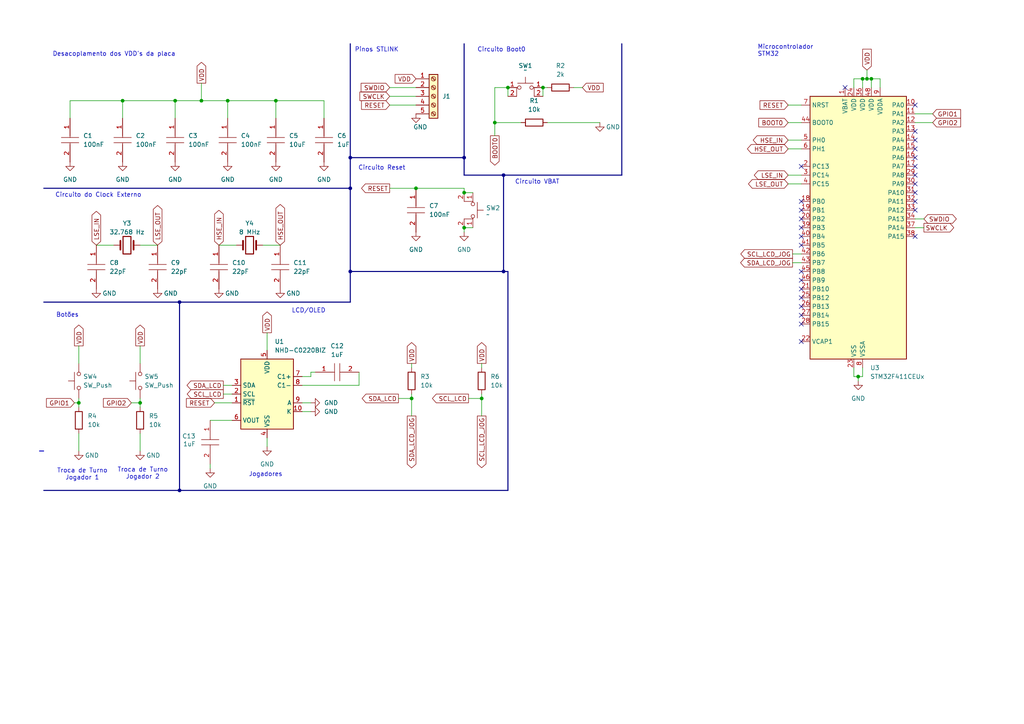
<source format=kicad_sch>
(kicad_sch
	(version 20231120)
	(generator "eeschema")
	(generator_version "8.0")
	(uuid "1557e120-6c93-41be-9467-5bfe9686b482")
	(paper "A4")
	(lib_symbols
		(symbol "C0402C101KCGACAUTO:C0402C101KCGACAUTO"
			(pin_names
				(offset 0.762)
			)
			(exclude_from_sim no)
			(in_bom yes)
			(on_board yes)
			(property "Reference" "C"
				(at 8.89 6.35 0)
				(effects
					(font
						(size 1.27 1.27)
					)
					(justify left)
				)
			)
			(property "Value" "C0402C101KCGACAUTO"
				(at 8.89 3.81 0)
				(effects
					(font
						(size 1.27 1.27)
					)
					(justify left)
				)
			)
			(property "Footprint" "CAPC1005X55N"
				(at 8.89 1.27 0)
				(effects
					(font
						(size 1.27 1.27)
					)
					(justify left)
					(hide yes)
				)
			)
			(property "Datasheet" ""
				(at 8.89 -1.27 0)
				(effects
					(font
						(size 1.27 1.27)
					)
					(justify left)
					(hide yes)
				)
			)
			(property "Description" "Multilayer Ceramic Capacitors MLCC - SMD/SMT 500V 0.0001uF C0G 0402 10% AEC-Q200"
				(at 8.89 -3.81 0)
				(effects
					(font
						(size 1.27 1.27)
					)
					(justify left)
					(hide yes)
				)
			)
			(property "Height" "0.55"
				(at 8.89 -6.35 0)
				(effects
					(font
						(size 1.27 1.27)
					)
					(justify left)
					(hide yes)
				)
			)
			(property "Mouser Part Number" "80-C0402C101KCGAUTO"
				(at 8.89 -8.89 0)
				(effects
					(font
						(size 1.27 1.27)
					)
					(justify left)
					(hide yes)
				)
			)
			(property "Mouser Price/Stock" "https://www.mouser.co.uk/ProductDetail/KEMET/C0402C101KCGACAUTO?qs=1Kr7Jg1SGW8kQysZZQPmCw%3D%3D"
				(at 8.89 -11.43 0)
				(effects
					(font
						(size 1.27 1.27)
					)
					(justify left)
					(hide yes)
				)
			)
			(property "Manufacturer_Name" "KEMET"
				(at 8.89 -13.97 0)
				(effects
					(font
						(size 1.27 1.27)
					)
					(justify left)
					(hide yes)
				)
			)
			(property "Manufacturer_Part_Number" "C0402C101KCGACAUTO"
				(at 8.89 -16.51 0)
				(effects
					(font
						(size 1.27 1.27)
					)
					(justify left)
					(hide yes)
				)
			)
			(symbol "C0402C101KCGACAUTO_0_0"
				(pin passive line
					(at 0 0 0)
					(length 5.08)
					(name "~"
						(effects
							(font
								(size 1.27 1.27)
							)
						)
					)
					(number "1"
						(effects
							(font
								(size 1.27 1.27)
							)
						)
					)
				)
				(pin passive line
					(at 12.7 0 180)
					(length 5.08)
					(name "~"
						(effects
							(font
								(size 1.27 1.27)
							)
						)
					)
					(number "2"
						(effects
							(font
								(size 1.27 1.27)
							)
						)
					)
				)
			)
			(symbol "C0402C101KCGACAUTO_0_1"
				(polyline
					(pts
						(xy 5.08 0) (xy 5.588 0)
					)
					(stroke
						(width 0.1524)
						(type solid)
					)
					(fill
						(type none)
					)
				)
				(polyline
					(pts
						(xy 5.588 2.54) (xy 5.588 -2.54)
					)
					(stroke
						(width 0.1524)
						(type solid)
					)
					(fill
						(type none)
					)
				)
				(polyline
					(pts
						(xy 7.112 0) (xy 7.62 0)
					)
					(stroke
						(width 0.1524)
						(type solid)
					)
					(fill
						(type none)
					)
				)
				(polyline
					(pts
						(xy 7.112 2.54) (xy 7.112 -2.54)
					)
					(stroke
						(width 0.1524)
						(type solid)
					)
					(fill
						(type none)
					)
				)
			)
		)
		(symbol "Connector:Screw_Terminal_01x05"
			(pin_names
				(offset 1.016) hide)
			(exclude_from_sim no)
			(in_bom yes)
			(on_board yes)
			(property "Reference" "J"
				(at 0 7.62 0)
				(effects
					(font
						(size 1.27 1.27)
					)
				)
			)
			(property "Value" "Screw_Terminal_01x05"
				(at 0 -7.62 0)
				(effects
					(font
						(size 1.27 1.27)
					)
				)
			)
			(property "Footprint" ""
				(at 0 0 0)
				(effects
					(font
						(size 1.27 1.27)
					)
					(hide yes)
				)
			)
			(property "Datasheet" "~"
				(at 0 0 0)
				(effects
					(font
						(size 1.27 1.27)
					)
					(hide yes)
				)
			)
			(property "Description" "Generic screw terminal, single row, 01x05, script generated (kicad-library-utils/schlib/autogen/connector/)"
				(at 0 0 0)
				(effects
					(font
						(size 1.27 1.27)
					)
					(hide yes)
				)
			)
			(property "ki_keywords" "screw terminal"
				(at 0 0 0)
				(effects
					(font
						(size 1.27 1.27)
					)
					(hide yes)
				)
			)
			(property "ki_fp_filters" "TerminalBlock*:*"
				(at 0 0 0)
				(effects
					(font
						(size 1.27 1.27)
					)
					(hide yes)
				)
			)
			(symbol "Screw_Terminal_01x05_1_1"
				(rectangle
					(start -1.27 6.35)
					(end 1.27 -6.35)
					(stroke
						(width 0.254)
						(type default)
					)
					(fill
						(type background)
					)
				)
				(circle
					(center 0 -5.08)
					(radius 0.635)
					(stroke
						(width 0.1524)
						(type default)
					)
					(fill
						(type none)
					)
				)
				(circle
					(center 0 -2.54)
					(radius 0.635)
					(stroke
						(width 0.1524)
						(type default)
					)
					(fill
						(type none)
					)
				)
				(polyline
					(pts
						(xy -0.5334 -4.7498) (xy 0.3302 -5.588)
					)
					(stroke
						(width 0.1524)
						(type default)
					)
					(fill
						(type none)
					)
				)
				(polyline
					(pts
						(xy -0.5334 -2.2098) (xy 0.3302 -3.048)
					)
					(stroke
						(width 0.1524)
						(type default)
					)
					(fill
						(type none)
					)
				)
				(polyline
					(pts
						(xy -0.5334 0.3302) (xy 0.3302 -0.508)
					)
					(stroke
						(width 0.1524)
						(type default)
					)
					(fill
						(type none)
					)
				)
				(polyline
					(pts
						(xy -0.5334 2.8702) (xy 0.3302 2.032)
					)
					(stroke
						(width 0.1524)
						(type default)
					)
					(fill
						(type none)
					)
				)
				(polyline
					(pts
						(xy -0.5334 5.4102) (xy 0.3302 4.572)
					)
					(stroke
						(width 0.1524)
						(type default)
					)
					(fill
						(type none)
					)
				)
				(polyline
					(pts
						(xy -0.3556 -4.572) (xy 0.508 -5.4102)
					)
					(stroke
						(width 0.1524)
						(type default)
					)
					(fill
						(type none)
					)
				)
				(polyline
					(pts
						(xy -0.3556 -2.032) (xy 0.508 -2.8702)
					)
					(stroke
						(width 0.1524)
						(type default)
					)
					(fill
						(type none)
					)
				)
				(polyline
					(pts
						(xy -0.3556 0.508) (xy 0.508 -0.3302)
					)
					(stroke
						(width 0.1524)
						(type default)
					)
					(fill
						(type none)
					)
				)
				(polyline
					(pts
						(xy -0.3556 3.048) (xy 0.508 2.2098)
					)
					(stroke
						(width 0.1524)
						(type default)
					)
					(fill
						(type none)
					)
				)
				(polyline
					(pts
						(xy -0.3556 5.588) (xy 0.508 4.7498)
					)
					(stroke
						(width 0.1524)
						(type default)
					)
					(fill
						(type none)
					)
				)
				(circle
					(center 0 0)
					(radius 0.635)
					(stroke
						(width 0.1524)
						(type default)
					)
					(fill
						(type none)
					)
				)
				(circle
					(center 0 2.54)
					(radius 0.635)
					(stroke
						(width 0.1524)
						(type default)
					)
					(fill
						(type none)
					)
				)
				(circle
					(center 0 5.08)
					(radius 0.635)
					(stroke
						(width 0.1524)
						(type default)
					)
					(fill
						(type none)
					)
				)
				(pin passive line
					(at -5.08 5.08 0)
					(length 3.81)
					(name "Pin_1"
						(effects
							(font
								(size 1.27 1.27)
							)
						)
					)
					(number "1"
						(effects
							(font
								(size 1.27 1.27)
							)
						)
					)
				)
				(pin passive line
					(at -5.08 2.54 0)
					(length 3.81)
					(name "Pin_2"
						(effects
							(font
								(size 1.27 1.27)
							)
						)
					)
					(number "2"
						(effects
							(font
								(size 1.27 1.27)
							)
						)
					)
				)
				(pin passive line
					(at -5.08 0 0)
					(length 3.81)
					(name "Pin_3"
						(effects
							(font
								(size 1.27 1.27)
							)
						)
					)
					(number "3"
						(effects
							(font
								(size 1.27 1.27)
							)
						)
					)
				)
				(pin passive line
					(at -5.08 -2.54 0)
					(length 3.81)
					(name "Pin_4"
						(effects
							(font
								(size 1.27 1.27)
							)
						)
					)
					(number "4"
						(effects
							(font
								(size 1.27 1.27)
							)
						)
					)
				)
				(pin passive line
					(at -5.08 -5.08 0)
					(length 3.81)
					(name "Pin_5"
						(effects
							(font
								(size 1.27 1.27)
							)
						)
					)
					(number "5"
						(effects
							(font
								(size 1.27 1.27)
							)
						)
					)
				)
			)
		)
		(symbol "Device:Crystal"
			(pin_numbers hide)
			(pin_names
				(offset 1.016) hide)
			(exclude_from_sim no)
			(in_bom yes)
			(on_board yes)
			(property "Reference" "Y"
				(at 0 3.81 0)
				(effects
					(font
						(size 1.27 1.27)
					)
				)
			)
			(property "Value" "Crystal"
				(at 0 -3.81 0)
				(effects
					(font
						(size 1.27 1.27)
					)
				)
			)
			(property "Footprint" ""
				(at 0 0 0)
				(effects
					(font
						(size 1.27 1.27)
					)
					(hide yes)
				)
			)
			(property "Datasheet" "~"
				(at 0 0 0)
				(effects
					(font
						(size 1.27 1.27)
					)
					(hide yes)
				)
			)
			(property "Description" "Two pin crystal"
				(at 0 0 0)
				(effects
					(font
						(size 1.27 1.27)
					)
					(hide yes)
				)
			)
			(property "ki_keywords" "quartz ceramic resonator oscillator"
				(at 0 0 0)
				(effects
					(font
						(size 1.27 1.27)
					)
					(hide yes)
				)
			)
			(property "ki_fp_filters" "Crystal*"
				(at 0 0 0)
				(effects
					(font
						(size 1.27 1.27)
					)
					(hide yes)
				)
			)
			(symbol "Crystal_0_1"
				(rectangle
					(start -1.143 2.54)
					(end 1.143 -2.54)
					(stroke
						(width 0.3048)
						(type default)
					)
					(fill
						(type none)
					)
				)
				(polyline
					(pts
						(xy -2.54 0) (xy -1.905 0)
					)
					(stroke
						(width 0)
						(type default)
					)
					(fill
						(type none)
					)
				)
				(polyline
					(pts
						(xy -1.905 -1.27) (xy -1.905 1.27)
					)
					(stroke
						(width 0.508)
						(type default)
					)
					(fill
						(type none)
					)
				)
				(polyline
					(pts
						(xy 1.905 -1.27) (xy 1.905 1.27)
					)
					(stroke
						(width 0.508)
						(type default)
					)
					(fill
						(type none)
					)
				)
				(polyline
					(pts
						(xy 2.54 0) (xy 1.905 0)
					)
					(stroke
						(width 0)
						(type default)
					)
					(fill
						(type none)
					)
				)
			)
			(symbol "Crystal_1_1"
				(pin passive line
					(at -3.81 0 0)
					(length 1.27)
					(name "1"
						(effects
							(font
								(size 1.27 1.27)
							)
						)
					)
					(number "1"
						(effects
							(font
								(size 1.27 1.27)
							)
						)
					)
				)
				(pin passive line
					(at 3.81 0 180)
					(length 1.27)
					(name "2"
						(effects
							(font
								(size 1.27 1.27)
							)
						)
					)
					(number "2"
						(effects
							(font
								(size 1.27 1.27)
							)
						)
					)
				)
			)
		)
		(symbol "Device:R"
			(pin_numbers hide)
			(pin_names
				(offset 0)
			)
			(exclude_from_sim no)
			(in_bom yes)
			(on_board yes)
			(property "Reference" "R"
				(at 2.032 0 90)
				(effects
					(font
						(size 1.27 1.27)
					)
				)
			)
			(property "Value" "R"
				(at 0 0 90)
				(effects
					(font
						(size 1.27 1.27)
					)
				)
			)
			(property "Footprint" ""
				(at -1.778 0 90)
				(effects
					(font
						(size 1.27 1.27)
					)
					(hide yes)
				)
			)
			(property "Datasheet" "~"
				(at 0 0 0)
				(effects
					(font
						(size 1.27 1.27)
					)
					(hide yes)
				)
			)
			(property "Description" "Resistor"
				(at 0 0 0)
				(effects
					(font
						(size 1.27 1.27)
					)
					(hide yes)
				)
			)
			(property "ki_keywords" "R res resistor"
				(at 0 0 0)
				(effects
					(font
						(size 1.27 1.27)
					)
					(hide yes)
				)
			)
			(property "ki_fp_filters" "R_*"
				(at 0 0 0)
				(effects
					(font
						(size 1.27 1.27)
					)
					(hide yes)
				)
			)
			(symbol "R_0_1"
				(rectangle
					(start -1.016 -2.54)
					(end 1.016 2.54)
					(stroke
						(width 0.254)
						(type default)
					)
					(fill
						(type none)
					)
				)
			)
			(symbol "R_1_1"
				(pin passive line
					(at 0 3.81 270)
					(length 1.27)
					(name "~"
						(effects
							(font
								(size 1.27 1.27)
							)
						)
					)
					(number "1"
						(effects
							(font
								(size 1.27 1.27)
							)
						)
					)
				)
				(pin passive line
					(at 0 -3.81 90)
					(length 1.27)
					(name "~"
						(effects
							(font
								(size 1.27 1.27)
							)
						)
					)
					(number "2"
						(effects
							(font
								(size 1.27 1.27)
							)
						)
					)
				)
			)
		)
		(symbol "Display_Character:NHD-C0220BIZ"
			(exclude_from_sim no)
			(in_bom yes)
			(on_board yes)
			(property "Reference" "U"
				(at -6.35 11.43 0)
				(effects
					(font
						(size 1.27 1.27)
					)
				)
			)
			(property "Value" "NHD-C0220BIZ"
				(at 8.89 11.43 0)
				(effects
					(font
						(size 1.27 1.27)
					)
				)
			)
			(property "Footprint" "Display:NHD-C0220BiZ"
				(at 0 -15.24 0)
				(effects
					(font
						(size 1.27 1.27)
					)
					(hide yes)
				)
			)
			(property "Datasheet" "http://www.newhavendisplay.com/specs/NHD-C0220BiZ-FSW-FBW-3V3M.pdf"
				(at -7.62 15.24 0)
				(effects
					(font
						(size 1.27 1.27)
					)
					(hide yes)
				)
			)
			(property "Description" "LCD 20x2 Alphanumeric 10pin Blue/White/Green Backlight, i2c, 3.3V VDD"
				(at 0 0 0)
				(effects
					(font
						(size 1.27 1.27)
					)
					(hide yes)
				)
			)
			(property "ki_keywords" "display LCD 20x2"
				(at 0 0 0)
				(effects
					(font
						(size 1.27 1.27)
					)
					(hide yes)
				)
			)
			(property "ki_fp_filters" "NHD*C0220BiZ*"
				(at 0 0 0)
				(effects
					(font
						(size 1.27 1.27)
					)
					(hide yes)
				)
			)
			(symbol "NHD-C0220BIZ_0_1"
				(rectangle
					(start -7.62 10.16)
					(end 7.62 -10.16)
					(stroke
						(width 0.254)
						(type default)
					)
					(fill
						(type background)
					)
				)
			)
			(symbol "NHD-C0220BIZ_1_1"
				(pin input line
					(at -10.16 -2.54 0)
					(length 2.54)
					(name "~{RST}"
						(effects
							(font
								(size 1.27 1.27)
							)
						)
					)
					(number "1"
						(effects
							(font
								(size 1.27 1.27)
							)
						)
					)
				)
				(pin passive line
					(at 10.16 -5.08 180)
					(length 2.54)
					(name "K"
						(effects
							(font
								(size 1.27 1.27)
							)
						)
					)
					(number "10"
						(effects
							(font
								(size 1.27 1.27)
							)
						)
					)
				)
				(pin input line
					(at -10.16 0 0)
					(length 2.54)
					(name "SCL"
						(effects
							(font
								(size 1.27 1.27)
							)
						)
					)
					(number "2"
						(effects
							(font
								(size 1.27 1.27)
							)
						)
					)
				)
				(pin bidirectional line
					(at -10.16 2.54 0)
					(length 2.54)
					(name "SDA"
						(effects
							(font
								(size 1.27 1.27)
							)
						)
					)
					(number "3"
						(effects
							(font
								(size 1.27 1.27)
							)
						)
					)
				)
				(pin power_in line
					(at 0 -12.7 90)
					(length 2.54)
					(name "VSS"
						(effects
							(font
								(size 1.27 1.27)
							)
						)
					)
					(number "4"
						(effects
							(font
								(size 1.27 1.27)
							)
						)
					)
				)
				(pin power_in line
					(at 0 12.7 270)
					(length 2.54)
					(name "VDD"
						(effects
							(font
								(size 1.27 1.27)
							)
						)
					)
					(number "5"
						(effects
							(font
								(size 1.27 1.27)
							)
						)
					)
				)
				(pin passive line
					(at -10.16 -7.62 0)
					(length 2.54)
					(name "VOUT"
						(effects
							(font
								(size 1.27 1.27)
							)
						)
					)
					(number "6"
						(effects
							(font
								(size 1.27 1.27)
							)
						)
					)
				)
				(pin passive line
					(at 10.16 5.08 180)
					(length 2.54)
					(name "C1+"
						(effects
							(font
								(size 1.27 1.27)
							)
						)
					)
					(number "7"
						(effects
							(font
								(size 1.27 1.27)
							)
						)
					)
				)
				(pin passive line
					(at 10.16 2.54 180)
					(length 2.54)
					(name "C1-"
						(effects
							(font
								(size 1.27 1.27)
							)
						)
					)
					(number "8"
						(effects
							(font
								(size 1.27 1.27)
							)
						)
					)
				)
				(pin passive line
					(at 10.16 -2.54 180)
					(length 2.54)
					(name "A"
						(effects
							(font
								(size 1.27 1.27)
							)
						)
					)
					(number "9"
						(effects
							(font
								(size 1.27 1.27)
							)
						)
					)
				)
			)
		)
		(symbol "MCU_ST_STM32F4:STM32F411CEUx"
			(exclude_from_sim no)
			(in_bom yes)
			(on_board yes)
			(property "Reference" "U"
				(at -12.7 39.37 0)
				(effects
					(font
						(size 1.27 1.27)
					)
					(justify left)
				)
			)
			(property "Value" "STM32F411CEUx"
				(at 10.16 39.37 0)
				(effects
					(font
						(size 1.27 1.27)
					)
					(justify left)
				)
			)
			(property "Footprint" "Package_DFN_QFN:QFN-48-1EP_7x7mm_P0.5mm_EP5.6x5.6mm"
				(at -12.7 -38.1 0)
				(effects
					(font
						(size 1.27 1.27)
					)
					(justify right)
					(hide yes)
				)
			)
			(property "Datasheet" "https://www.st.com/resource/en/datasheet/stm32f411ce.pdf"
				(at 0 0 0)
				(effects
					(font
						(size 1.27 1.27)
					)
					(hide yes)
				)
			)
			(property "Description" "STMicroelectronics Arm Cortex-M4 MCU, 512KB flash, 128KB RAM, 100 MHz, 1.7-3.6V, 36 GPIO, UFQFPN48"
				(at 0 0 0)
				(effects
					(font
						(size 1.27 1.27)
					)
					(hide yes)
				)
			)
			(property "ki_locked" ""
				(at 0 0 0)
				(effects
					(font
						(size 1.27 1.27)
					)
				)
			)
			(property "ki_keywords" "Arm Cortex-M4 STM32F4 STM32F411"
				(at 0 0 0)
				(effects
					(font
						(size 1.27 1.27)
					)
					(hide yes)
				)
			)
			(property "ki_fp_filters" "QFN*1EP*7x7mm*P0.5mm*"
				(at 0 0 0)
				(effects
					(font
						(size 1.27 1.27)
					)
					(hide yes)
				)
			)
			(symbol "STM32F411CEUx_0_1"
				(rectangle
					(start -12.7 -38.1)
					(end 15.24 38.1)
					(stroke
						(width 0.254)
						(type default)
					)
					(fill
						(type background)
					)
				)
			)
			(symbol "STM32F411CEUx_1_1"
				(pin power_in line
					(at -2.54 40.64 270)
					(length 2.54)
					(name "VBAT"
						(effects
							(font
								(size 1.27 1.27)
							)
						)
					)
					(number "1"
						(effects
							(font
								(size 1.27 1.27)
							)
						)
					)
				)
				(pin bidirectional line
					(at 17.78 35.56 180)
					(length 2.54)
					(name "PA0"
						(effects
							(font
								(size 1.27 1.27)
							)
						)
					)
					(number "10"
						(effects
							(font
								(size 1.27 1.27)
							)
						)
					)
					(alternate "ADC1_IN0" bidirectional line)
					(alternate "SYS_WKUP" bidirectional line)
					(alternate "TIM2_CH1" bidirectional line)
					(alternate "TIM2_ETR" bidirectional line)
					(alternate "TIM5_CH1" bidirectional line)
					(alternate "USART2_CTS" bidirectional line)
				)
				(pin bidirectional line
					(at 17.78 33.02 180)
					(length 2.54)
					(name "PA1"
						(effects
							(font
								(size 1.27 1.27)
							)
						)
					)
					(number "11"
						(effects
							(font
								(size 1.27 1.27)
							)
						)
					)
					(alternate "ADC1_IN1" bidirectional line)
					(alternate "I2S4_SD" bidirectional line)
					(alternate "SPI4_MOSI" bidirectional line)
					(alternate "TIM2_CH2" bidirectional line)
					(alternate "TIM5_CH2" bidirectional line)
					(alternate "USART2_RTS" bidirectional line)
				)
				(pin bidirectional line
					(at 17.78 30.48 180)
					(length 2.54)
					(name "PA2"
						(effects
							(font
								(size 1.27 1.27)
							)
						)
					)
					(number "12"
						(effects
							(font
								(size 1.27 1.27)
							)
						)
					)
					(alternate "ADC1_IN2" bidirectional line)
					(alternate "I2S_CKIN" bidirectional line)
					(alternate "TIM2_CH3" bidirectional line)
					(alternate "TIM5_CH3" bidirectional line)
					(alternate "TIM9_CH1" bidirectional line)
					(alternate "USART2_TX" bidirectional line)
				)
				(pin bidirectional line
					(at 17.78 27.94 180)
					(length 2.54)
					(name "PA3"
						(effects
							(font
								(size 1.27 1.27)
							)
						)
					)
					(number "13"
						(effects
							(font
								(size 1.27 1.27)
							)
						)
					)
					(alternate "ADC1_IN3" bidirectional line)
					(alternate "I2S2_MCK" bidirectional line)
					(alternate "TIM2_CH4" bidirectional line)
					(alternate "TIM5_CH4" bidirectional line)
					(alternate "TIM9_CH2" bidirectional line)
					(alternate "USART2_RX" bidirectional line)
				)
				(pin bidirectional line
					(at 17.78 25.4 180)
					(length 2.54)
					(name "PA4"
						(effects
							(font
								(size 1.27 1.27)
							)
						)
					)
					(number "14"
						(effects
							(font
								(size 1.27 1.27)
							)
						)
					)
					(alternate "ADC1_IN4" bidirectional line)
					(alternate "I2S1_WS" bidirectional line)
					(alternate "I2S3_WS" bidirectional line)
					(alternate "SPI1_NSS" bidirectional line)
					(alternate "SPI3_NSS" bidirectional line)
					(alternate "USART2_CK" bidirectional line)
				)
				(pin bidirectional line
					(at 17.78 22.86 180)
					(length 2.54)
					(name "PA5"
						(effects
							(font
								(size 1.27 1.27)
							)
						)
					)
					(number "15"
						(effects
							(font
								(size 1.27 1.27)
							)
						)
					)
					(alternate "ADC1_IN5" bidirectional line)
					(alternate "I2S1_CK" bidirectional line)
					(alternate "SPI1_SCK" bidirectional line)
					(alternate "TIM2_CH1" bidirectional line)
					(alternate "TIM2_ETR" bidirectional line)
				)
				(pin bidirectional line
					(at 17.78 20.32 180)
					(length 2.54)
					(name "PA6"
						(effects
							(font
								(size 1.27 1.27)
							)
						)
					)
					(number "16"
						(effects
							(font
								(size 1.27 1.27)
							)
						)
					)
					(alternate "ADC1_IN6" bidirectional line)
					(alternate "I2S2_MCK" bidirectional line)
					(alternate "SDIO_CMD" bidirectional line)
					(alternate "SPI1_MISO" bidirectional line)
					(alternate "TIM1_BKIN" bidirectional line)
					(alternate "TIM3_CH1" bidirectional line)
				)
				(pin bidirectional line
					(at 17.78 17.78 180)
					(length 2.54)
					(name "PA7"
						(effects
							(font
								(size 1.27 1.27)
							)
						)
					)
					(number "17"
						(effects
							(font
								(size 1.27 1.27)
							)
						)
					)
					(alternate "ADC1_IN7" bidirectional line)
					(alternate "I2S1_SD" bidirectional line)
					(alternate "SPI1_MOSI" bidirectional line)
					(alternate "TIM1_CH1N" bidirectional line)
					(alternate "TIM3_CH2" bidirectional line)
				)
				(pin bidirectional line
					(at -15.24 7.62 0)
					(length 2.54)
					(name "PB0"
						(effects
							(font
								(size 1.27 1.27)
							)
						)
					)
					(number "18"
						(effects
							(font
								(size 1.27 1.27)
							)
						)
					)
					(alternate "ADC1_IN8" bidirectional line)
					(alternate "I2S5_CK" bidirectional line)
					(alternate "SPI5_SCK" bidirectional line)
					(alternate "TIM1_CH2N" bidirectional line)
					(alternate "TIM3_CH3" bidirectional line)
				)
				(pin bidirectional line
					(at -15.24 5.08 0)
					(length 2.54)
					(name "PB1"
						(effects
							(font
								(size 1.27 1.27)
							)
						)
					)
					(number "19"
						(effects
							(font
								(size 1.27 1.27)
							)
						)
					)
					(alternate "ADC1_IN9" bidirectional line)
					(alternate "I2S5_WS" bidirectional line)
					(alternate "SPI5_NSS" bidirectional line)
					(alternate "TIM1_CH3N" bidirectional line)
					(alternate "TIM3_CH4" bidirectional line)
				)
				(pin bidirectional line
					(at -15.24 17.78 0)
					(length 2.54)
					(name "PC13"
						(effects
							(font
								(size 1.27 1.27)
							)
						)
					)
					(number "2"
						(effects
							(font
								(size 1.27 1.27)
							)
						)
					)
					(alternate "RTC_AF1" bidirectional line)
				)
				(pin bidirectional line
					(at -15.24 2.54 0)
					(length 2.54)
					(name "PB2"
						(effects
							(font
								(size 1.27 1.27)
							)
						)
					)
					(number "20"
						(effects
							(font
								(size 1.27 1.27)
							)
						)
					)
				)
				(pin bidirectional line
					(at -15.24 -17.78 0)
					(length 2.54)
					(name "PB10"
						(effects
							(font
								(size 1.27 1.27)
							)
						)
					)
					(number "21"
						(effects
							(font
								(size 1.27 1.27)
							)
						)
					)
					(alternate "I2C2_SCL" bidirectional line)
					(alternate "I2S2_CK" bidirectional line)
					(alternate "I2S3_MCK" bidirectional line)
					(alternate "SDIO_D7" bidirectional line)
					(alternate "SPI2_SCK" bidirectional line)
					(alternate "TIM2_CH3" bidirectional line)
				)
				(pin power_out line
					(at -15.24 -33.02 0)
					(length 2.54)
					(name "VCAP1"
						(effects
							(font
								(size 1.27 1.27)
							)
						)
					)
					(number "22"
						(effects
							(font
								(size 1.27 1.27)
							)
						)
					)
				)
				(pin power_in line
					(at 0 -40.64 90)
					(length 2.54)
					(name "VSS"
						(effects
							(font
								(size 1.27 1.27)
							)
						)
					)
					(number "23"
						(effects
							(font
								(size 1.27 1.27)
							)
						)
					)
				)
				(pin power_in line
					(at 0 40.64 270)
					(length 2.54)
					(name "VDD"
						(effects
							(font
								(size 1.27 1.27)
							)
						)
					)
					(number "24"
						(effects
							(font
								(size 1.27 1.27)
							)
						)
					)
				)
				(pin bidirectional line
					(at -15.24 -20.32 0)
					(length 2.54)
					(name "PB12"
						(effects
							(font
								(size 1.27 1.27)
							)
						)
					)
					(number "25"
						(effects
							(font
								(size 1.27 1.27)
							)
						)
					)
					(alternate "I2C2_SMBA" bidirectional line)
					(alternate "I2S2_WS" bidirectional line)
					(alternate "I2S3_CK" bidirectional line)
					(alternate "I2S4_WS" bidirectional line)
					(alternate "SPI2_NSS" bidirectional line)
					(alternate "SPI3_SCK" bidirectional line)
					(alternate "SPI4_NSS" bidirectional line)
					(alternate "TIM1_BKIN" bidirectional line)
				)
				(pin bidirectional line
					(at -15.24 -22.86 0)
					(length 2.54)
					(name "PB13"
						(effects
							(font
								(size 1.27 1.27)
							)
						)
					)
					(number "26"
						(effects
							(font
								(size 1.27 1.27)
							)
						)
					)
					(alternate "I2S2_CK" bidirectional line)
					(alternate "I2S4_CK" bidirectional line)
					(alternate "SPI2_SCK" bidirectional line)
					(alternate "SPI4_SCK" bidirectional line)
					(alternate "TIM1_CH1N" bidirectional line)
				)
				(pin bidirectional line
					(at -15.24 -25.4 0)
					(length 2.54)
					(name "PB14"
						(effects
							(font
								(size 1.27 1.27)
							)
						)
					)
					(number "27"
						(effects
							(font
								(size 1.27 1.27)
							)
						)
					)
					(alternate "I2S2_ext_SD" bidirectional line)
					(alternate "SDIO_D6" bidirectional line)
					(alternate "SPI2_MISO" bidirectional line)
					(alternate "TIM1_CH2N" bidirectional line)
				)
				(pin bidirectional line
					(at -15.24 -27.94 0)
					(length 2.54)
					(name "PB15"
						(effects
							(font
								(size 1.27 1.27)
							)
						)
					)
					(number "28"
						(effects
							(font
								(size 1.27 1.27)
							)
						)
					)
					(alternate "ADC1_EXTI15" bidirectional line)
					(alternate "I2S2_SD" bidirectional line)
					(alternate "RTC_REFIN" bidirectional line)
					(alternate "SDIO_CK" bidirectional line)
					(alternate "SPI2_MOSI" bidirectional line)
					(alternate "TIM1_CH3N" bidirectional line)
				)
				(pin bidirectional line
					(at 17.78 15.24 180)
					(length 2.54)
					(name "PA8"
						(effects
							(font
								(size 1.27 1.27)
							)
						)
					)
					(number "29"
						(effects
							(font
								(size 1.27 1.27)
							)
						)
					)
					(alternate "I2C3_SCL" bidirectional line)
					(alternate "RCC_MCO_1" bidirectional line)
					(alternate "SDIO_D1" bidirectional line)
					(alternate "TIM1_CH1" bidirectional line)
					(alternate "USART1_CK" bidirectional line)
					(alternate "USB_OTG_FS_SOF" bidirectional line)
				)
				(pin bidirectional line
					(at -15.24 15.24 0)
					(length 2.54)
					(name "PC14"
						(effects
							(font
								(size 1.27 1.27)
							)
						)
					)
					(number "3"
						(effects
							(font
								(size 1.27 1.27)
							)
						)
					)
					(alternate "RCC_OSC32_IN" bidirectional line)
				)
				(pin bidirectional line
					(at 17.78 12.7 180)
					(length 2.54)
					(name "PA9"
						(effects
							(font
								(size 1.27 1.27)
							)
						)
					)
					(number "30"
						(effects
							(font
								(size 1.27 1.27)
							)
						)
					)
					(alternate "I2C3_SMBA" bidirectional line)
					(alternate "SDIO_D2" bidirectional line)
					(alternate "TIM1_CH2" bidirectional line)
					(alternate "USART1_TX" bidirectional line)
					(alternate "USB_OTG_FS_VBUS" bidirectional line)
				)
				(pin bidirectional line
					(at 17.78 10.16 180)
					(length 2.54)
					(name "PA10"
						(effects
							(font
								(size 1.27 1.27)
							)
						)
					)
					(number "31"
						(effects
							(font
								(size 1.27 1.27)
							)
						)
					)
					(alternate "I2S5_SD" bidirectional line)
					(alternate "SPI5_MOSI" bidirectional line)
					(alternate "TIM1_CH3" bidirectional line)
					(alternate "USART1_RX" bidirectional line)
					(alternate "USB_OTG_FS_ID" bidirectional line)
				)
				(pin bidirectional line
					(at 17.78 7.62 180)
					(length 2.54)
					(name "PA11"
						(effects
							(font
								(size 1.27 1.27)
							)
						)
					)
					(number "32"
						(effects
							(font
								(size 1.27 1.27)
							)
						)
					)
					(alternate "ADC1_EXTI11" bidirectional line)
					(alternate "SPI4_MISO" bidirectional line)
					(alternate "TIM1_CH4" bidirectional line)
					(alternate "USART1_CTS" bidirectional line)
					(alternate "USART6_TX" bidirectional line)
					(alternate "USB_OTG_FS_DM" bidirectional line)
				)
				(pin bidirectional line
					(at 17.78 5.08 180)
					(length 2.54)
					(name "PA12"
						(effects
							(font
								(size 1.27 1.27)
							)
						)
					)
					(number "33"
						(effects
							(font
								(size 1.27 1.27)
							)
						)
					)
					(alternate "SPI5_MISO" bidirectional line)
					(alternate "TIM1_ETR" bidirectional line)
					(alternate "USART1_RTS" bidirectional line)
					(alternate "USART6_RX" bidirectional line)
					(alternate "USB_OTG_FS_DP" bidirectional line)
				)
				(pin bidirectional line
					(at 17.78 2.54 180)
					(length 2.54)
					(name "PA13"
						(effects
							(font
								(size 1.27 1.27)
							)
						)
					)
					(number "34"
						(effects
							(font
								(size 1.27 1.27)
							)
						)
					)
					(alternate "SYS_JTMS-SWDIO" bidirectional line)
				)
				(pin passive line
					(at 0 -40.64 90)
					(length 2.54) hide
					(name "VSS"
						(effects
							(font
								(size 1.27 1.27)
							)
						)
					)
					(number "35"
						(effects
							(font
								(size 1.27 1.27)
							)
						)
					)
				)
				(pin power_in line
					(at 2.54 40.64 270)
					(length 2.54)
					(name "VDD"
						(effects
							(font
								(size 1.27 1.27)
							)
						)
					)
					(number "36"
						(effects
							(font
								(size 1.27 1.27)
							)
						)
					)
				)
				(pin bidirectional line
					(at 17.78 0 180)
					(length 2.54)
					(name "PA14"
						(effects
							(font
								(size 1.27 1.27)
							)
						)
					)
					(number "37"
						(effects
							(font
								(size 1.27 1.27)
							)
						)
					)
					(alternate "SYS_JTCK-SWCLK" bidirectional line)
				)
				(pin bidirectional line
					(at 17.78 -2.54 180)
					(length 2.54)
					(name "PA15"
						(effects
							(font
								(size 1.27 1.27)
							)
						)
					)
					(number "38"
						(effects
							(font
								(size 1.27 1.27)
							)
						)
					)
					(alternate "ADC1_EXTI15" bidirectional line)
					(alternate "I2S1_WS" bidirectional line)
					(alternate "I2S3_WS" bidirectional line)
					(alternate "SPI1_NSS" bidirectional line)
					(alternate "SPI3_NSS" bidirectional line)
					(alternate "SYS_JTDI" bidirectional line)
					(alternate "TIM2_CH1" bidirectional line)
					(alternate "TIM2_ETR" bidirectional line)
					(alternate "USART1_TX" bidirectional line)
				)
				(pin bidirectional line
					(at -15.24 0 0)
					(length 2.54)
					(name "PB3"
						(effects
							(font
								(size 1.27 1.27)
							)
						)
					)
					(number "39"
						(effects
							(font
								(size 1.27 1.27)
							)
						)
					)
					(alternate "I2C2_SDA" bidirectional line)
					(alternate "I2S1_CK" bidirectional line)
					(alternate "I2S3_CK" bidirectional line)
					(alternate "SPI1_SCK" bidirectional line)
					(alternate "SPI3_SCK" bidirectional line)
					(alternate "SYS_JTDO-SWO" bidirectional line)
					(alternate "TIM2_CH2" bidirectional line)
					(alternate "USART1_RX" bidirectional line)
				)
				(pin bidirectional line
					(at -15.24 12.7 0)
					(length 2.54)
					(name "PC15"
						(effects
							(font
								(size 1.27 1.27)
							)
						)
					)
					(number "4"
						(effects
							(font
								(size 1.27 1.27)
							)
						)
					)
					(alternate "ADC1_EXTI15" bidirectional line)
					(alternate "RCC_OSC32_OUT" bidirectional line)
				)
				(pin bidirectional line
					(at -15.24 -2.54 0)
					(length 2.54)
					(name "PB4"
						(effects
							(font
								(size 1.27 1.27)
							)
						)
					)
					(number "40"
						(effects
							(font
								(size 1.27 1.27)
							)
						)
					)
					(alternate "I2C3_SDA" bidirectional line)
					(alternate "I2S3_ext_SD" bidirectional line)
					(alternate "SDIO_D0" bidirectional line)
					(alternate "SPI1_MISO" bidirectional line)
					(alternate "SPI3_MISO" bidirectional line)
					(alternate "SYS_JTRST" bidirectional line)
					(alternate "TIM3_CH1" bidirectional line)
				)
				(pin bidirectional line
					(at -15.24 -5.08 0)
					(length 2.54)
					(name "PB5"
						(effects
							(font
								(size 1.27 1.27)
							)
						)
					)
					(number "41"
						(effects
							(font
								(size 1.27 1.27)
							)
						)
					)
					(alternate "I2C1_SMBA" bidirectional line)
					(alternate "I2S1_SD" bidirectional line)
					(alternate "I2S3_SD" bidirectional line)
					(alternate "SDIO_D3" bidirectional line)
					(alternate "SPI1_MOSI" bidirectional line)
					(alternate "SPI3_MOSI" bidirectional line)
					(alternate "TIM3_CH2" bidirectional line)
				)
				(pin bidirectional line
					(at -15.24 -7.62 0)
					(length 2.54)
					(name "PB6"
						(effects
							(font
								(size 1.27 1.27)
							)
						)
					)
					(number "42"
						(effects
							(font
								(size 1.27 1.27)
							)
						)
					)
					(alternate "I2C1_SCL" bidirectional line)
					(alternate "TIM4_CH1" bidirectional line)
					(alternate "USART1_TX" bidirectional line)
				)
				(pin bidirectional line
					(at -15.24 -10.16 0)
					(length 2.54)
					(name "PB7"
						(effects
							(font
								(size 1.27 1.27)
							)
						)
					)
					(number "43"
						(effects
							(font
								(size 1.27 1.27)
							)
						)
					)
					(alternate "I2C1_SDA" bidirectional line)
					(alternate "SDIO_D0" bidirectional line)
					(alternate "TIM4_CH2" bidirectional line)
					(alternate "USART1_RX" bidirectional line)
				)
				(pin input line
					(at -15.24 30.48 0)
					(length 2.54)
					(name "BOOT0"
						(effects
							(font
								(size 1.27 1.27)
							)
						)
					)
					(number "44"
						(effects
							(font
								(size 1.27 1.27)
							)
						)
					)
				)
				(pin bidirectional line
					(at -15.24 -12.7 0)
					(length 2.54)
					(name "PB8"
						(effects
							(font
								(size 1.27 1.27)
							)
						)
					)
					(number "45"
						(effects
							(font
								(size 1.27 1.27)
							)
						)
					)
					(alternate "I2C1_SCL" bidirectional line)
					(alternate "I2C3_SDA" bidirectional line)
					(alternate "I2S5_SD" bidirectional line)
					(alternate "SDIO_D4" bidirectional line)
					(alternate "SPI5_MOSI" bidirectional line)
					(alternate "TIM10_CH1" bidirectional line)
					(alternate "TIM4_CH3" bidirectional line)
				)
				(pin bidirectional line
					(at -15.24 -15.24 0)
					(length 2.54)
					(name "PB9"
						(effects
							(font
								(size 1.27 1.27)
							)
						)
					)
					(number "46"
						(effects
							(font
								(size 1.27 1.27)
							)
						)
					)
					(alternate "I2C1_SDA" bidirectional line)
					(alternate "I2C2_SDA" bidirectional line)
					(alternate "I2S2_WS" bidirectional line)
					(alternate "SDIO_D5" bidirectional line)
					(alternate "SPI2_NSS" bidirectional line)
					(alternate "TIM11_CH1" bidirectional line)
					(alternate "TIM4_CH4" bidirectional line)
				)
				(pin passive line
					(at 0 -40.64 90)
					(length 2.54) hide
					(name "VSS"
						(effects
							(font
								(size 1.27 1.27)
							)
						)
					)
					(number "47"
						(effects
							(font
								(size 1.27 1.27)
							)
						)
					)
				)
				(pin power_in line
					(at 5.08 40.64 270)
					(length 2.54)
					(name "VDD"
						(effects
							(font
								(size 1.27 1.27)
							)
						)
					)
					(number "48"
						(effects
							(font
								(size 1.27 1.27)
							)
						)
					)
				)
				(pin passive line
					(at 0 -40.64 90)
					(length 2.54) hide
					(name "VSS"
						(effects
							(font
								(size 1.27 1.27)
							)
						)
					)
					(number "49"
						(effects
							(font
								(size 1.27 1.27)
							)
						)
					)
				)
				(pin bidirectional line
					(at -15.24 25.4 0)
					(length 2.54)
					(name "PH0"
						(effects
							(font
								(size 1.27 1.27)
							)
						)
					)
					(number "5"
						(effects
							(font
								(size 1.27 1.27)
							)
						)
					)
					(alternate "RCC_OSC_IN" bidirectional line)
				)
				(pin bidirectional line
					(at -15.24 22.86 0)
					(length 2.54)
					(name "PH1"
						(effects
							(font
								(size 1.27 1.27)
							)
						)
					)
					(number "6"
						(effects
							(font
								(size 1.27 1.27)
							)
						)
					)
					(alternate "RCC_OSC_OUT" bidirectional line)
				)
				(pin input line
					(at -15.24 35.56 0)
					(length 2.54)
					(name "NRST"
						(effects
							(font
								(size 1.27 1.27)
							)
						)
					)
					(number "7"
						(effects
							(font
								(size 1.27 1.27)
							)
						)
					)
				)
				(pin power_in line
					(at 2.54 -40.64 90)
					(length 2.54)
					(name "VSSA"
						(effects
							(font
								(size 1.27 1.27)
							)
						)
					)
					(number "8"
						(effects
							(font
								(size 1.27 1.27)
							)
						)
					)
				)
				(pin power_in line
					(at 7.62 40.64 270)
					(length 2.54)
					(name "VDDA"
						(effects
							(font
								(size 1.27 1.27)
							)
						)
					)
					(number "9"
						(effects
							(font
								(size 1.27 1.27)
							)
						)
					)
				)
			)
		)
		(symbol "Switch:SW_MEC_5E"
			(pin_names
				(offset 1.016) hide)
			(exclude_from_sim no)
			(in_bom yes)
			(on_board yes)
			(property "Reference" "SW"
				(at 0.635 5.715 0)
				(effects
					(font
						(size 1.27 1.27)
					)
					(justify left)
				)
			)
			(property "Value" "SW_MEC_5E"
				(at 0 -3.175 0)
				(effects
					(font
						(size 1.27 1.27)
					)
				)
			)
			(property "Footprint" ""
				(at 0 7.62 0)
				(effects
					(font
						(size 1.27 1.27)
					)
					(hide yes)
				)
			)
			(property "Datasheet" "http://www.apem.com/int/index.php?controller=attachment&id_attachment=1371"
				(at 0 7.62 0)
				(effects
					(font
						(size 1.27 1.27)
					)
					(hide yes)
				)
			)
			(property "Description" "MEC 5E single pole normally-open tactile switch"
				(at 0 0 0)
				(effects
					(font
						(size 1.27 1.27)
					)
					(hide yes)
				)
			)
			(property "ki_keywords" "switch normally-open pushbutton push-button"
				(at 0 0 0)
				(effects
					(font
						(size 1.27 1.27)
					)
					(hide yes)
				)
			)
			(property "ki_fp_filters" "SW*MEC*5G*"
				(at 0 0 0)
				(effects
					(font
						(size 1.27 1.27)
					)
					(hide yes)
				)
			)
			(symbol "SW_MEC_5E_0_1"
				(circle
					(center -1.778 2.54)
					(radius 0.508)
					(stroke
						(width 0)
						(type default)
					)
					(fill
						(type none)
					)
				)
				(polyline
					(pts
						(xy -2.286 3.81) (xy 2.286 3.81)
					)
					(stroke
						(width 0)
						(type default)
					)
					(fill
						(type none)
					)
				)
				(polyline
					(pts
						(xy 0 3.81) (xy 0 5.588)
					)
					(stroke
						(width 0)
						(type default)
					)
					(fill
						(type none)
					)
				)
				(polyline
					(pts
						(xy -2.54 0) (xy -2.54 2.54) (xy -2.286 2.54)
					)
					(stroke
						(width 0)
						(type default)
					)
					(fill
						(type none)
					)
				)
				(polyline
					(pts
						(xy 2.54 0) (xy 2.54 2.54) (xy 2.286 2.54)
					)
					(stroke
						(width 0)
						(type default)
					)
					(fill
						(type none)
					)
				)
				(circle
					(center 1.778 2.54)
					(radius 0.508)
					(stroke
						(width 0)
						(type default)
					)
					(fill
						(type none)
					)
				)
				(pin passive line
					(at -5.08 2.54 0)
					(length 2.54)
					(name "1"
						(effects
							(font
								(size 1.27 1.27)
							)
						)
					)
					(number "1"
						(effects
							(font
								(size 1.27 1.27)
							)
						)
					)
				)
				(pin passive line
					(at -5.08 0 0)
					(length 2.54)
					(name "2"
						(effects
							(font
								(size 1.27 1.27)
							)
						)
					)
					(number "2"
						(effects
							(font
								(size 1.27 1.27)
							)
						)
					)
				)
			)
			(symbol "SW_MEC_5E_1_1"
				(pin passive line
					(at 5.08 2.54 180)
					(length 2.54)
					(name "A"
						(effects
							(font
								(size 1.27 1.27)
							)
						)
					)
					(number "1"
						(effects
							(font
								(size 1.27 1.27)
							)
						)
					)
				)
				(pin passive line
					(at 5.08 0 180)
					(length 2.54)
					(name "K"
						(effects
							(font
								(size 1.27 1.27)
							)
						)
					)
					(number "2"
						(effects
							(font
								(size 1.27 1.27)
							)
						)
					)
				)
			)
		)
		(symbol "Switch:SW_Push"
			(pin_numbers hide)
			(pin_names
				(offset 1.016) hide)
			(exclude_from_sim no)
			(in_bom yes)
			(on_board yes)
			(property "Reference" "SW"
				(at 1.27 2.54 0)
				(effects
					(font
						(size 1.27 1.27)
					)
					(justify left)
				)
			)
			(property "Value" "SW_Push"
				(at 0 -1.524 0)
				(effects
					(font
						(size 1.27 1.27)
					)
				)
			)
			(property "Footprint" ""
				(at 0 5.08 0)
				(effects
					(font
						(size 1.27 1.27)
					)
					(hide yes)
				)
			)
			(property "Datasheet" "~"
				(at 0 5.08 0)
				(effects
					(font
						(size 1.27 1.27)
					)
					(hide yes)
				)
			)
			(property "Description" "Push button switch, generic, two pins"
				(at 0 0 0)
				(effects
					(font
						(size 1.27 1.27)
					)
					(hide yes)
				)
			)
			(property "ki_keywords" "switch normally-open pushbutton push-button"
				(at 0 0 0)
				(effects
					(font
						(size 1.27 1.27)
					)
					(hide yes)
				)
			)
			(symbol "SW_Push_0_1"
				(circle
					(center -2.032 0)
					(radius 0.508)
					(stroke
						(width 0)
						(type default)
					)
					(fill
						(type none)
					)
				)
				(polyline
					(pts
						(xy 0 1.27) (xy 0 3.048)
					)
					(stroke
						(width 0)
						(type default)
					)
					(fill
						(type none)
					)
				)
				(polyline
					(pts
						(xy 2.54 1.27) (xy -2.54 1.27)
					)
					(stroke
						(width 0)
						(type default)
					)
					(fill
						(type none)
					)
				)
				(circle
					(center 2.032 0)
					(radius 0.508)
					(stroke
						(width 0)
						(type default)
					)
					(fill
						(type none)
					)
				)
				(pin passive line
					(at -5.08 0 0)
					(length 2.54)
					(name "1"
						(effects
							(font
								(size 1.27 1.27)
							)
						)
					)
					(number "1"
						(effects
							(font
								(size 1.27 1.27)
							)
						)
					)
				)
				(pin passive line
					(at 5.08 0 180)
					(length 2.54)
					(name "2"
						(effects
							(font
								(size 1.27 1.27)
							)
						)
					)
					(number "2"
						(effects
							(font
								(size 1.27 1.27)
							)
						)
					)
				)
			)
		)
		(symbol "power:GND"
			(power)
			(pin_names
				(offset 0)
			)
			(exclude_from_sim no)
			(in_bom yes)
			(on_board yes)
			(property "Reference" "#PWR"
				(at 0 -6.35 0)
				(effects
					(font
						(size 1.27 1.27)
					)
					(hide yes)
				)
			)
			(property "Value" "GND"
				(at 0 -3.81 0)
				(effects
					(font
						(size 1.27 1.27)
					)
				)
			)
			(property "Footprint" ""
				(at 0 0 0)
				(effects
					(font
						(size 1.27 1.27)
					)
					(hide yes)
				)
			)
			(property "Datasheet" ""
				(at 0 0 0)
				(effects
					(font
						(size 1.27 1.27)
					)
					(hide yes)
				)
			)
			(property "Description" "Power symbol creates a global label with name \"GND\" , ground"
				(at 0 0 0)
				(effects
					(font
						(size 1.27 1.27)
					)
					(hide yes)
				)
			)
			(property "ki_keywords" "global power"
				(at 0 0 0)
				(effects
					(font
						(size 1.27 1.27)
					)
					(hide yes)
				)
			)
			(symbol "GND_0_1"
				(polyline
					(pts
						(xy 0 0) (xy 0 -1.27) (xy 1.27 -1.27) (xy 0 -2.54) (xy -1.27 -1.27) (xy 0 -1.27)
					)
					(stroke
						(width 0)
						(type default)
					)
					(fill
						(type none)
					)
				)
			)
			(symbol "GND_1_1"
				(pin power_in line
					(at 0 0 270)
					(length 0) hide
					(name "GND"
						(effects
							(font
								(size 1.27 1.27)
							)
						)
					)
					(number "1"
						(effects
							(font
								(size 1.27 1.27)
							)
						)
					)
				)
			)
		)
	)
	(junction
		(at 250.19 22.86)
		(diameter 0)
		(color 0 0 0 0)
		(uuid "1406b47c-e01e-4669-9c25-a319b56635ed")
	)
	(junction
		(at 251.46 22.86)
		(diameter 0)
		(color 0 0 0 0)
		(uuid "24d7c74b-1118-40a8-8be1-c6dd9db20ecd")
	)
	(junction
		(at 80.01 29.21)
		(diameter 0)
		(color 0 0 0 0)
		(uuid "29c38e71-6a61-4a4c-8850-361ecb96a739")
	)
	(junction
		(at 157.48 25.4)
		(diameter 0)
		(color 0 0 0 0)
		(uuid "29da858b-c536-4a55-bc79-27c07d3313fa")
	)
	(junction
		(at 58.42 29.21)
		(diameter 0)
		(color 0 0 0 0)
		(uuid "325c4674-afa9-4d48-91c9-33771c0ddada")
	)
	(junction
		(at 120.65 54.61)
		(diameter 0)
		(color 0 0 0 0)
		(uuid "3a5091bd-9bc6-4568-94a3-c9d5a673b669")
	)
	(junction
		(at 101.6 54.61)
		(diameter 0)
		(color 0 0 0 0)
		(uuid "3a8aa1c2-d893-4273-916a-aa4cb88649d0")
	)
	(junction
		(at 66.04 29.21)
		(diameter 0)
		(color 0 0 0 0)
		(uuid "4529a462-21e4-499b-850e-1182631978f0")
	)
	(junction
		(at 134.62 66.04)
		(diameter 0)
		(color 0 0 0 0)
		(uuid "52b7d909-aa03-4d22-af73-5719a9a95f42")
	)
	(junction
		(at 147.32 25.4)
		(diameter 0)
		(color 0 0 0 0)
		(uuid "5ed1c108-33f6-4b2a-b560-e6f3ac0d9f0e")
	)
	(junction
		(at 52.07 142.24)
		(diameter 0)
		(color 0 0 0 0)
		(uuid "62fb6374-6977-4015-9b82-f1b8f9fbcb0f")
	)
	(junction
		(at 52.07 87.63)
		(diameter 0)
		(color 0 0 0 0)
		(uuid "63641007-97ac-4f42-a037-4c6e20ccd615")
	)
	(junction
		(at 134.62 55.88)
		(diameter 0)
		(color 0 0 0 0)
		(uuid "6aa0f8eb-257a-4460-88f8-164b32bdf264")
	)
	(junction
		(at 248.92 109.22)
		(diameter 0)
		(color 0 0 0 0)
		(uuid "708621a2-06d9-4a73-a94d-9f6b21fc9372")
	)
	(junction
		(at 146.05 78.74)
		(diameter 0)
		(color 0 0 0 0)
		(uuid "729209c2-6640-4d97-ab52-f48a31f871f9")
	)
	(junction
		(at 101.6 78.74)
		(diameter 0)
		(color 0 0 0 0)
		(uuid "79f6078c-a7ad-4942-bc41-11a3cf4ac815")
	)
	(junction
		(at 252.73 22.86)
		(diameter 0)
		(color 0 0 0 0)
		(uuid "946ba5f5-a5a1-489d-863c-1993a1e83a08")
	)
	(junction
		(at 22.86 116.84)
		(diameter 0)
		(color 0 0 0 0)
		(uuid "9eb672a8-c10c-40fc-a172-25c21d69ef1d")
	)
	(junction
		(at 50.8 29.21)
		(diameter 0)
		(color 0 0 0 0)
		(uuid "a1ee8b64-eb80-4719-85ea-e258de256990")
	)
	(junction
		(at 139.7 115.57)
		(diameter 0)
		(color 0 0 0 0)
		(uuid "afc0cf50-9192-4d38-a7a3-facef9f117ec")
	)
	(junction
		(at 101.6 45.72)
		(diameter 0)
		(color 0 0 0 0)
		(uuid "b67421c3-afaf-46dd-8086-42095c62b1dd")
	)
	(junction
		(at 134.62 45.72)
		(diameter 0)
		(color 0 0 0 0)
		(uuid "b9e1aea7-ba0e-4ef0-b184-549d90721c9f")
	)
	(junction
		(at 40.64 116.84)
		(diameter 0)
		(color 0 0 0 0)
		(uuid "bda561a7-a46b-43cd-9c87-60ccc2a207a4")
	)
	(junction
		(at 35.56 29.21)
		(diameter 0)
		(color 0 0 0 0)
		(uuid "c145b56b-2cf9-4a13-a1e5-b8d1d1b20036")
	)
	(junction
		(at 143.51 35.56)
		(diameter 0)
		(color 0 0 0 0)
		(uuid "cc866474-c86d-4f1f-b8bb-2bd91f4848b6")
	)
	(junction
		(at 146.05 50.8)
		(diameter 0)
		(color 0 0 0 0)
		(uuid "e815e2c9-6f21-443d-a255-7d04d038fce9")
	)
	(junction
		(at 119.38 115.57)
		(diameter 0)
		(color 0 0 0 0)
		(uuid "eb1b8230-7b6d-46fe-bc1e-702793c41e23")
	)
	(no_connect
		(at 265.43 68.58)
		(uuid "078e6ada-63bb-45b8-82c4-9f0eee895561")
	)
	(no_connect
		(at 232.41 63.5)
		(uuid "2355122b-bd47-4d45-bd97-6ed72e9ec2ca")
	)
	(no_connect
		(at 232.41 71.12)
		(uuid "23f794a7-da9c-4ae3-8324-2933d80b3b8a")
	)
	(no_connect
		(at 265.43 40.64)
		(uuid "29626b5e-8f69-4d5e-947a-e47f4591cde5")
	)
	(no_connect
		(at 232.41 60.96)
		(uuid "29e091c9-f55e-4735-b033-61c37fea057c")
	)
	(no_connect
		(at 232.41 86.36)
		(uuid "2f1779f7-3833-4c83-b404-68658298189c")
	)
	(no_connect
		(at 265.43 38.1)
		(uuid "2f8b9166-1b4e-4d36-a3bf-fd69ebbb1d55")
	)
	(no_connect
		(at 232.41 93.98)
		(uuid "3d1e45e4-5f82-4d06-b7eb-cbebffeb151f")
	)
	(no_connect
		(at 265.43 55.88)
		(uuid "6f782193-af2b-4da6-b432-b9bda978c4ca")
	)
	(no_connect
		(at 265.43 60.96)
		(uuid "7a785349-9a9e-4bd5-b88b-576b37502eae")
	)
	(no_connect
		(at 232.41 99.06)
		(uuid "8cf63314-dbfa-49f9-a859-0541e2eabffa")
	)
	(no_connect
		(at 232.41 81.28)
		(uuid "904b4f47-90de-45b7-9320-5a99ecad3258")
	)
	(no_connect
		(at 232.41 88.9)
		(uuid "987756d0-d00e-450e-81c6-69b4c8be6e52")
	)
	(no_connect
		(at 232.41 58.42)
		(uuid "9cf9cec5-94d8-4694-b4c9-be4b937e20c0")
	)
	(no_connect
		(at 232.41 78.74)
		(uuid "b717d725-ab9e-448b-938c-2b60f2dbebfe")
	)
	(no_connect
		(at 265.43 48.26)
		(uuid "b7322cd8-7e08-45c6-9655-18bd5bccbfc3")
	)
	(no_connect
		(at 265.43 43.18)
		(uuid "b9b15c86-dd74-4508-a651-9cf6dbe8c80b")
	)
	(no_connect
		(at 232.41 68.58)
		(uuid "c2984025-01aa-4181-90eb-c22fcf1a59ac")
	)
	(no_connect
		(at 232.41 48.26)
		(uuid "c37d8d33-9ebd-4c44-89bf-dfea8aa1e282")
	)
	(no_connect
		(at 265.43 53.34)
		(uuid "c703299b-3f75-4093-bfd6-8f0541c1672e")
	)
	(no_connect
		(at 265.43 50.8)
		(uuid "cc202825-84c6-441f-a78a-e7890617fe07")
	)
	(no_connect
		(at 232.41 83.82)
		(uuid "cd5aece2-b3d7-40ae-80ff-9c63547a30a6")
	)
	(no_connect
		(at 265.43 58.42)
		(uuid "d419b91e-5f43-4cbb-9658-d0f08db8ef9c")
	)
	(no_connect
		(at 265.43 45.72)
		(uuid "d585ca6a-a95a-470f-b3a0-2f5b9438a56a")
	)
	(no_connect
		(at 232.41 91.44)
		(uuid "d84ad113-b9e3-4395-a673-0b19323ee466")
	)
	(no_connect
		(at 232.41 66.04)
		(uuid "d92f32a3-43e6-46d9-84c8-0399d15fb5c2")
	)
	(no_connect
		(at 265.43 30.48)
		(uuid "e581c774-0372-4aa5-8466-a82b3c7d72b4")
	)
	(no_connect
		(at 245.11 25.4)
		(uuid "ff938763-4db2-4e95-8ed0-759a4f269df6")
	)
	(wire
		(pts
			(xy 90.17 107.95) (xy 91.44 107.95)
		)
		(stroke
			(width 0)
			(type default)
		)
		(uuid "001eacd0-b168-48cd-a9a1-29ee00f58220")
	)
	(wire
		(pts
			(xy 119.38 115.57) (xy 115.57 115.57)
		)
		(stroke
			(width 0)
			(type default)
		)
		(uuid "01dfd1a4-a04f-4dc3-ac29-99882c886d60")
	)
	(bus
		(pts
			(xy 52.07 87.63) (xy 101.6 87.63)
		)
		(stroke
			(width 0)
			(type default)
		)
		(uuid "0c97b9c2-2a39-493a-8a5e-19585d0b24ac")
	)
	(bus
		(pts
			(xy 12.7 54.61) (xy 101.6 54.61)
		)
		(stroke
			(width 0)
			(type default)
		)
		(uuid "11e14056-e1e6-4a1e-9409-1ca409d661d7")
	)
	(bus
		(pts
			(xy 101.6 78.74) (xy 146.05 78.74)
		)
		(stroke
			(width 0)
			(type default)
		)
		(uuid "1237acaa-ac48-45a2-9851-36828d83113d")
	)
	(wire
		(pts
			(xy 250.19 25.4) (xy 250.19 22.86)
		)
		(stroke
			(width 0)
			(type default)
		)
		(uuid "12ba64da-d660-464b-ba2b-22525295e954")
	)
	(wire
		(pts
			(xy 120.65 25.4) (xy 113.03 25.4)
		)
		(stroke
			(width 0)
			(type default)
		)
		(uuid "143c68ba-d6da-4365-9ca7-e0e4d28974ef")
	)
	(bus
		(pts
			(xy 134.62 50.8) (xy 134.62 45.72)
		)
		(stroke
			(width 0)
			(type default)
		)
		(uuid "18910f52-070c-452c-9a91-3b18ee1a26bc")
	)
	(polyline
		(pts
			(xy 11.43 130.81) (xy 12.7 130.81)
		)
		(stroke
			(width 0)
			(type default)
		)
		(uuid "18ce8a64-96f7-47fb-9917-375f310e312f")
	)
	(wire
		(pts
			(xy 248.92 109.22) (xy 248.92 110.49)
		)
		(stroke
			(width 0)
			(type default)
		)
		(uuid "1a0e3d9e-18a8-4c5d-9709-500a7b66d21c")
	)
	(wire
		(pts
			(xy 87.63 116.84) (xy 90.17 116.84)
		)
		(stroke
			(width 0)
			(type default)
		)
		(uuid "1d8c0211-90c9-443f-bab2-547768579254")
	)
	(wire
		(pts
			(xy 87.63 119.38) (xy 90.17 119.38)
		)
		(stroke
			(width 0)
			(type default)
		)
		(uuid "228315cb-92a9-4151-a211-a822b2bb52bd")
	)
	(wire
		(pts
			(xy 139.7 114.3) (xy 139.7 115.57)
		)
		(stroke
			(width 0)
			(type default)
		)
		(uuid "28cb6fc5-5990-4add-86af-6e36bae7d060")
	)
	(wire
		(pts
			(xy 229.87 76.2) (xy 232.41 76.2)
		)
		(stroke
			(width 0)
			(type default)
		)
		(uuid "2a52a8ff-dd44-402c-8f65-1e3f512b3d10")
	)
	(wire
		(pts
			(xy 60.96 134.62) (xy 60.96 135.89)
		)
		(stroke
			(width 0)
			(type default)
		)
		(uuid "333e3644-b022-4f39-bd07-d901371e2238")
	)
	(bus
		(pts
			(xy 101.6 78.74) (xy 101.6 87.63)
		)
		(stroke
			(width 0)
			(type default)
		)
		(uuid "3b1835e4-9d10-4473-8364-15c03c262dfd")
	)
	(wire
		(pts
			(xy 252.73 25.4) (xy 252.73 22.86)
		)
		(stroke
			(width 0)
			(type default)
		)
		(uuid "3b98e4e4-90cc-4140-acf2-3800ed686c49")
	)
	(bus
		(pts
			(xy 147.32 78.74) (xy 146.05 78.74)
		)
		(stroke
			(width 0)
			(type default)
		)
		(uuid "3daa1f08-a3c4-4481-8ba7-b581bab08d44")
	)
	(wire
		(pts
			(xy 158.75 35.56) (xy 173.99 35.56)
		)
		(stroke
			(width 0)
			(type default)
		)
		(uuid "3ea41a6c-eb7b-4258-bd25-c94bdd6e3612")
	)
	(bus
		(pts
			(xy 147.32 142.24) (xy 147.32 78.74)
		)
		(stroke
			(width 0)
			(type default)
		)
		(uuid "41ba11cb-be2c-4f5a-8c2b-4f222beb5070")
	)
	(wire
		(pts
			(xy 77.47 96.52) (xy 77.47 101.6)
		)
		(stroke
			(width 0)
			(type default)
		)
		(uuid "4396fa86-4893-46e5-b827-953272770d85")
	)
	(wire
		(pts
			(xy 87.63 111.76) (xy 104.14 111.76)
		)
		(stroke
			(width 0)
			(type default)
		)
		(uuid "484406d6-43be-40e7-923a-308f6b25d57d")
	)
	(wire
		(pts
			(xy 255.27 25.4) (xy 255.27 22.86)
		)
		(stroke
			(width 0)
			(type default)
		)
		(uuid "4a049ca5-b6b6-4ad1-b9fe-3a2d7571089a")
	)
	(wire
		(pts
			(xy 22.86 125.73) (xy 22.86 130.81)
		)
		(stroke
			(width 0)
			(type default)
		)
		(uuid "4c06cd3e-fbb4-4fe8-8ae1-576d557f3f79")
	)
	(wire
		(pts
			(xy 40.64 125.73) (xy 40.64 130.81)
		)
		(stroke
			(width 0)
			(type default)
		)
		(uuid "4c5710d7-06d0-4efe-9a95-374cd3ed468d")
	)
	(bus
		(pts
			(xy 101.6 45.72) (xy 134.62 45.72)
		)
		(stroke
			(width 0)
			(type default)
		)
		(uuid "4c5a1daa-4075-458b-80a2-f8240f6e86c8")
	)
	(wire
		(pts
			(xy 35.56 29.21) (xy 20.32 29.21)
		)
		(stroke
			(width 0)
			(type default)
		)
		(uuid "4d6fde44-1de2-4047-8d95-565c549596b2")
	)
	(wire
		(pts
			(xy 60.96 121.92) (xy 67.31 121.92)
		)
		(stroke
			(width 0)
			(type default)
		)
		(uuid "5462546e-1fda-409a-bd02-7b2ce830122e")
	)
	(wire
		(pts
			(xy 143.51 35.56) (xy 143.51 25.4)
		)
		(stroke
			(width 0)
			(type default)
		)
		(uuid "55a29161-2fe5-4b10-8cc2-0a5fba725f5d")
	)
	(polyline
		(pts
			(xy 11.43 130.81) (xy 12.7 130.81)
		)
		(stroke
			(width 0)
			(type default)
		)
		(uuid "59837965-a2a1-496f-8672-6f9ff054615f")
	)
	(wire
		(pts
			(xy 80.01 34.29) (xy 80.01 29.21)
		)
		(stroke
			(width 0)
			(type default)
		)
		(uuid "5a38c4f6-359a-4012-9d5d-71e14a01c73d")
	)
	(wire
		(pts
			(xy 50.8 29.21) (xy 58.42 29.21)
		)
		(stroke
			(width 0)
			(type default)
		)
		(uuid "5c810f19-1c77-41f0-9092-599a071217c1")
	)
	(wire
		(pts
			(xy 134.62 55.88) (xy 137.16 55.88)
		)
		(stroke
			(width 0)
			(type default)
		)
		(uuid "5fbf2031-8d3c-434d-b276-13fd82c9b083")
	)
	(bus
		(pts
			(xy 101.6 12.7) (xy 101.6 45.72)
		)
		(stroke
			(width 0)
			(type default)
		)
		(uuid "613f4d96-5e34-423d-8d39-c6e819dfadff")
	)
	(bus
		(pts
			(xy 52.07 87.63) (xy 52.07 142.24)
		)
		(stroke
			(width 0)
			(type default)
		)
		(uuid "62103265-0423-4075-af34-421374ee390d")
	)
	(wire
		(pts
			(xy 265.43 35.56) (xy 270.51 35.56)
		)
		(stroke
			(width 0)
			(type default)
		)
		(uuid "65bcbd8f-6f1b-42a3-820f-e043a62365e7")
	)
	(wire
		(pts
			(xy 267.97 63.5) (xy 265.43 63.5)
		)
		(stroke
			(width 0)
			(type default)
		)
		(uuid "67f35353-6951-4841-8a2c-267309d0e7dd")
	)
	(wire
		(pts
			(xy 93.98 34.29) (xy 93.98 29.21)
		)
		(stroke
			(width 0)
			(type default)
		)
		(uuid "69b51af9-5527-4b71-a8df-3ba0d88a0b75")
	)
	(wire
		(pts
			(xy 247.65 106.68) (xy 247.65 109.22)
		)
		(stroke
			(width 0)
			(type default)
		)
		(uuid "6cd9b075-c37d-4cd2-9fe2-2f1678f8593b")
	)
	(bus
		(pts
			(xy 12.7 142.24) (xy 52.07 142.24)
		)
		(stroke
			(width 0)
			(type default)
		)
		(uuid "6f33053d-0656-47fd-b2a6-8335ae3800dc")
	)
	(wire
		(pts
			(xy 27.94 71.12) (xy 33.02 71.12)
		)
		(stroke
			(width 0)
			(type default)
		)
		(uuid "6f53f970-7a69-4d58-9279-10278b570016")
	)
	(bus
		(pts
			(xy 134.62 50.8) (xy 146.05 50.8)
		)
		(stroke
			(width 0)
			(type default)
		)
		(uuid "6fe90d04-849f-4835-a451-aecd9b6311be")
	)
	(wire
		(pts
			(xy 20.32 29.21) (xy 20.32 34.29)
		)
		(stroke
			(width 0)
			(type default)
		)
		(uuid "72bba481-f673-4f18-a00e-8fc665bf2f55")
	)
	(wire
		(pts
			(xy 40.64 71.12) (xy 45.72 71.12)
		)
		(stroke
			(width 0)
			(type default)
		)
		(uuid "72f598b4-2de7-42ed-9f87-5faf01f583fe")
	)
	(wire
		(pts
			(xy 134.62 66.04) (xy 137.16 66.04)
		)
		(stroke
			(width 0)
			(type default)
		)
		(uuid "738f02ef-d0b0-48ef-97fd-6f1dd6a08e4b")
	)
	(wire
		(pts
			(xy 80.01 29.21) (xy 66.04 29.21)
		)
		(stroke
			(width 0)
			(type default)
		)
		(uuid "77d78ce9-b4dc-4ef3-bd8f-af6f0c675ce5")
	)
	(wire
		(pts
			(xy 113.03 30.48) (xy 120.65 30.48)
		)
		(stroke
			(width 0)
			(type default)
		)
		(uuid "794a645f-1c31-4d4d-9532-50aa3ca7ae9d")
	)
	(wire
		(pts
			(xy 252.73 22.86) (xy 255.27 22.86)
		)
		(stroke
			(width 0)
			(type default)
		)
		(uuid "7a074e60-8951-4b34-9c2c-f894c44f0ce1")
	)
	(wire
		(pts
			(xy 251.46 20.32) (xy 251.46 22.86)
		)
		(stroke
			(width 0)
			(type default)
		)
		(uuid "7dadcf40-3bab-4f1c-95c0-94e363c7dd25")
	)
	(wire
		(pts
			(xy 22.86 116.84) (xy 22.86 118.11)
		)
		(stroke
			(width 0)
			(type default)
		)
		(uuid "7e05f5e8-078c-4ad6-bc23-796f69e4bfb1")
	)
	(wire
		(pts
			(xy 228.6 53.34) (xy 232.41 53.34)
		)
		(stroke
			(width 0)
			(type default)
		)
		(uuid "82563799-503f-41ab-a32d-7ad95b1a72f0")
	)
	(wire
		(pts
			(xy 120.65 27.94) (xy 113.03 27.94)
		)
		(stroke
			(width 0)
			(type default)
		)
		(uuid "83e001e9-0a0b-4b15-b2b9-bfd35f59c4da")
	)
	(wire
		(pts
			(xy 228.6 43.18) (xy 232.41 43.18)
		)
		(stroke
			(width 0)
			(type default)
		)
		(uuid "84a8abbd-65b9-45e9-8506-7b6c943b5879")
	)
	(wire
		(pts
			(xy 250.19 106.68) (xy 250.19 109.22)
		)
		(stroke
			(width 0)
			(type default)
		)
		(uuid "86167e55-d8a7-4ee8-8ae7-cbd695b70158")
	)
	(polyline
		(pts
			(xy 11.43 130.81) (xy 12.7 130.81)
		)
		(stroke
			(width 0)
			(type default)
		)
		(uuid "8792dab8-733e-4791-81b2-154a72270b4a")
	)
	(wire
		(pts
			(xy 21.59 116.84) (xy 22.86 116.84)
		)
		(stroke
			(width 0)
			(type default)
		)
		(uuid "87a7f15a-4914-448e-ac79-f578e6fed8c9")
	)
	(wire
		(pts
			(xy 22.86 115.57) (xy 22.86 116.84)
		)
		(stroke
			(width 0)
			(type default)
		)
		(uuid "88d467ea-f540-4e79-a2cd-b7ffc330b159")
	)
	(wire
		(pts
			(xy 139.7 105.41) (xy 139.7 106.68)
		)
		(stroke
			(width 0)
			(type default)
		)
		(uuid "8a608770-ead4-4601-80d7-f5d49b552025")
	)
	(wire
		(pts
			(xy 229.87 73.66) (xy 232.41 73.66)
		)
		(stroke
			(width 0)
			(type default)
		)
		(uuid "8b40b3f7-fde4-4c45-bfcc-11aaf108d5ba")
	)
	(wire
		(pts
			(xy 157.48 25.4) (xy 157.48 27.94)
		)
		(stroke
			(width 0)
			(type default)
		)
		(uuid "909461be-76ca-408c-80f9-b898675b8731")
	)
	(wire
		(pts
			(xy 134.62 55.88) (xy 134.62 54.61)
		)
		(stroke
			(width 0)
			(type default)
		)
		(uuid "9528b21e-1bd7-4e99-a341-9cfbb08c277a")
	)
	(wire
		(pts
			(xy 64.77 111.76) (xy 67.31 111.76)
		)
		(stroke
			(width 0)
			(type default)
		)
		(uuid "9533c11b-a39b-48f5-87f1-0941c77737f0")
	)
	(wire
		(pts
			(xy 119.38 115.57) (xy 119.38 120.65)
		)
		(stroke
			(width 0)
			(type default)
		)
		(uuid "95cae349-76ba-4f34-bec0-f94376d0e97d")
	)
	(wire
		(pts
			(xy 38.1 116.84) (xy 40.64 116.84)
		)
		(stroke
			(width 0)
			(type default)
		)
		(uuid "966cb8ee-a637-4dc4-b225-edd670cf0ab7")
	)
	(wire
		(pts
			(xy 143.51 39.37) (xy 143.51 35.56)
		)
		(stroke
			(width 0)
			(type default)
		)
		(uuid "98085f67-4060-408e-8a0e-5a67c033d02c")
	)
	(wire
		(pts
			(xy 228.6 50.8) (xy 232.41 50.8)
		)
		(stroke
			(width 0)
			(type default)
		)
		(uuid "9a210756-fb3f-4e3b-b1a8-94aa979516dd")
	)
	(wire
		(pts
			(xy 228.6 40.64) (xy 232.41 40.64)
		)
		(stroke
			(width 0)
			(type default)
		)
		(uuid "a239b963-f741-466c-997e-b63cd151e014")
	)
	(wire
		(pts
			(xy 134.62 66.04) (xy 134.62 67.31)
		)
		(stroke
			(width 0)
			(type default)
		)
		(uuid "a27340b1-efef-47e5-bd8f-0dfb45c94598")
	)
	(wire
		(pts
			(xy 90.17 107.95) (xy 90.17 109.22)
		)
		(stroke
			(width 0)
			(type default)
		)
		(uuid "a5b1bfa0-871c-40e3-a856-d5b2ea1f0cb3")
	)
	(wire
		(pts
			(xy 166.37 25.4) (xy 168.91 25.4)
		)
		(stroke
			(width 0)
			(type default)
		)
		(uuid "a6c44f1f-3086-4ac1-a5cb-0c44e9f3a0b2")
	)
	(wire
		(pts
			(xy 228.6 35.56) (xy 232.41 35.56)
		)
		(stroke
			(width 0)
			(type default)
		)
		(uuid "a778bcd3-368c-474e-879d-088942c5f3dc")
	)
	(wire
		(pts
			(xy 134.62 54.61) (xy 120.65 54.61)
		)
		(stroke
			(width 0)
			(type default)
		)
		(uuid "a7a601d2-8ce4-49bb-9778-3759216b432f")
	)
	(wire
		(pts
			(xy 58.42 29.21) (xy 66.04 29.21)
		)
		(stroke
			(width 0)
			(type default)
		)
		(uuid "b45d3022-a496-4247-adbc-f9f2ecdd267f")
	)
	(wire
		(pts
			(xy 157.48 25.4) (xy 158.75 25.4)
		)
		(stroke
			(width 0)
			(type default)
		)
		(uuid "b9756ac1-8e4b-4816-9860-bc82363434c1")
	)
	(wire
		(pts
			(xy 119.38 114.3) (xy 119.38 115.57)
		)
		(stroke
			(width 0)
			(type default)
		)
		(uuid "ba962f82-e6f0-4682-865a-5dd9fad65369")
	)
	(wire
		(pts
			(xy 22.86 100.33) (xy 22.86 105.41)
		)
		(stroke
			(width 0)
			(type default)
		)
		(uuid "bb1dde05-f2e0-43af-9536-f1b34d1bbb73")
	)
	(wire
		(pts
			(xy 40.64 115.57) (xy 40.64 116.84)
		)
		(stroke
			(width 0)
			(type default)
		)
		(uuid "bc0e329f-2351-4f0c-bc2e-5d84a9c01de5")
	)
	(wire
		(pts
			(xy 81.28 71.12) (xy 76.2 71.12)
		)
		(stroke
			(width 0)
			(type default)
		)
		(uuid "bd9761d7-d552-40d0-b95e-99ba7cac44bb")
	)
	(wire
		(pts
			(xy 147.32 25.4) (xy 147.32 27.94)
		)
		(stroke
			(width 0)
			(type default)
		)
		(uuid "c09ea277-7f32-472c-8d24-9ffeee8da4c3")
	)
	(bus
		(pts
			(xy 146.05 50.8) (xy 180.34 50.8)
		)
		(stroke
			(width 0)
			(type default)
		)
		(uuid "c19b4b4f-17cd-4103-8ceb-14df59d1f424")
	)
	(wire
		(pts
			(xy 35.56 29.21) (xy 50.8 29.21)
		)
		(stroke
			(width 0)
			(type default)
		)
		(uuid "c1f15ae6-bc74-4752-8bb4-a43188776264")
	)
	(wire
		(pts
			(xy 139.7 115.57) (xy 139.7 120.65)
		)
		(stroke
			(width 0)
			(type default)
		)
		(uuid "c5621ea2-79d6-46fb-8d43-69c20571a1fc")
	)
	(wire
		(pts
			(xy 250.19 22.86) (xy 251.46 22.86)
		)
		(stroke
			(width 0)
			(type default)
		)
		(uuid "c6fdd0cb-b1a9-4d05-974a-c77c640ef804")
	)
	(wire
		(pts
			(xy 90.17 109.22) (xy 87.63 109.22)
		)
		(stroke
			(width 0)
			(type default)
		)
		(uuid "c98142f9-7fa1-4379-a3b5-8b4b05fcf427")
	)
	(wire
		(pts
			(xy 93.98 29.21) (xy 80.01 29.21)
		)
		(stroke
			(width 0)
			(type default)
		)
		(uuid "cbd006f6-7eba-4e9f-a337-ebe0f04ab163")
	)
	(wire
		(pts
			(xy 248.92 109.22) (xy 247.65 109.22)
		)
		(stroke
			(width 0)
			(type default)
		)
		(uuid "d15ecd9f-98f7-4c25-87c1-34317844c4cb")
	)
	(wire
		(pts
			(xy 143.51 35.56) (xy 151.13 35.56)
		)
		(stroke
			(width 0)
			(type default)
		)
		(uuid "d1f7ac15-be9d-4018-89db-bd6e5f84b552")
	)
	(wire
		(pts
			(xy 228.6 30.48) (xy 232.41 30.48)
		)
		(stroke
			(width 0)
			(type default)
		)
		(uuid "d5e192fd-1721-4070-b229-21b871fd4fd8")
	)
	(bus
		(pts
			(xy 180.34 12.7) (xy 180.34 50.8)
		)
		(stroke
			(width 0)
			(type default)
		)
		(uuid "d6c3f89d-d336-4d0d-ab8d-b6966086a997")
	)
	(wire
		(pts
			(xy 35.56 34.29) (xy 35.56 29.21)
		)
		(stroke
			(width 0)
			(type default)
		)
		(uuid "d77e3508-f554-4c2c-9091-b90c83645a2a")
	)
	(bus
		(pts
			(xy 101.6 45.72) (xy 101.6 54.61)
		)
		(stroke
			(width 0)
			(type default)
		)
		(uuid "d78d49cf-112f-48a0-b2d5-9e50a1d52811")
	)
	(wire
		(pts
			(xy 247.65 22.86) (xy 250.19 22.86)
		)
		(stroke
			(width 0)
			(type default)
		)
		(uuid "d8c08b50-5339-49b7-b3f0-aa015190dd92")
	)
	(wire
		(pts
			(xy 64.77 114.3) (xy 67.31 114.3)
		)
		(stroke
			(width 0)
			(type default)
		)
		(uuid "ddbfb362-a2ce-453e-bf75-04db1ff55272")
	)
	(wire
		(pts
			(xy 104.14 111.76) (xy 104.14 107.95)
		)
		(stroke
			(width 0)
			(type default)
		)
		(uuid "dee64ac1-5652-4362-a79e-567b7c8d6d69")
	)
	(wire
		(pts
			(xy 119.38 105.41) (xy 119.38 106.68)
		)
		(stroke
			(width 0)
			(type default)
		)
		(uuid "df844c68-b18e-4e8d-a836-6cd96830d41c")
	)
	(wire
		(pts
			(xy 77.47 129.54) (xy 77.47 127)
		)
		(stroke
			(width 0)
			(type default)
		)
		(uuid "e03a992b-f913-48e9-b1ae-c89534d12661")
	)
	(bus
		(pts
			(xy 134.62 12.7) (xy 134.62 45.72)
		)
		(stroke
			(width 0)
			(type default)
		)
		(uuid "e1c406cd-38e7-4b50-b18d-9b8a1d6f3a1e")
	)
	(wire
		(pts
			(xy 40.64 116.84) (xy 40.64 118.11)
		)
		(stroke
			(width 0)
			(type default)
		)
		(uuid "e430b432-1df5-4ee1-b0e8-de4d0743c1be")
	)
	(wire
		(pts
			(xy 267.97 66.04) (xy 265.43 66.04)
		)
		(stroke
			(width 0)
			(type default)
		)
		(uuid "e50fa190-cc0f-4c36-8c7e-4bb7ae33527a")
	)
	(bus
		(pts
			(xy 52.07 142.24) (xy 147.32 142.24)
		)
		(stroke
			(width 0)
			(type default)
		)
		(uuid "e5c75727-a0ec-408e-8a69-da4d815c9d1a")
	)
	(bus
		(pts
			(xy 101.6 54.61) (xy 101.6 78.74)
		)
		(stroke
			(width 0)
			(type default)
		)
		(uuid "e5d5ebea-bc30-4a85-8317-deb0c4912b94")
	)
	(wire
		(pts
			(xy 63.5 71.12) (xy 68.58 71.12)
		)
		(stroke
			(width 0)
			(type default)
		)
		(uuid "e6f4af0a-117d-4f5c-84ad-b16eac2fa11b")
	)
	(wire
		(pts
			(xy 247.65 25.4) (xy 247.65 22.86)
		)
		(stroke
			(width 0)
			(type default)
		)
		(uuid "e7382136-38f3-4c51-a622-adf51aa2858d")
	)
	(wire
		(pts
			(xy 62.23 116.84) (xy 67.31 116.84)
		)
		(stroke
			(width 0)
			(type default)
		)
		(uuid "ef054511-21c9-4a9f-881a-527196951ea1")
	)
	(wire
		(pts
			(xy 139.7 115.57) (xy 135.89 115.57)
		)
		(stroke
			(width 0)
			(type default)
		)
		(uuid "f040c5df-f9d5-43ca-ba09-d055c3d13570")
	)
	(bus
		(pts
			(xy 12.7 87.63) (xy 52.07 87.63)
		)
		(stroke
			(width 0)
			(type default)
		)
		(uuid "f27db67e-d704-4301-99bb-19fc20c6c570")
	)
	(bus
		(pts
			(xy 146.05 50.8) (xy 146.05 78.74)
		)
		(stroke
			(width 0)
			(type default)
		)
		(uuid "f5884d4d-6e27-4a3c-b211-215e8aeede13")
	)
	(wire
		(pts
			(xy 58.42 24.13) (xy 58.42 29.21)
		)
		(stroke
			(width 0)
			(type default)
		)
		(uuid "f678af15-f215-4570-b1c0-d63c6b619ef1")
	)
	(wire
		(pts
			(xy 66.04 34.29) (xy 66.04 29.21)
		)
		(stroke
			(width 0)
			(type default)
		)
		(uuid "f75f9011-8222-4872-96cf-76464b132a7a")
	)
	(wire
		(pts
			(xy 40.64 100.33) (xy 40.64 105.41)
		)
		(stroke
			(width 0)
			(type default)
		)
		(uuid "f7aecde3-b73b-4a94-a492-fe6fe6d6b82c")
	)
	(wire
		(pts
			(xy 143.51 25.4) (xy 147.32 25.4)
		)
		(stroke
			(width 0)
			(type default)
		)
		(uuid "f7c44795-da13-4260-b13b-0246d66c5b79")
	)
	(wire
		(pts
			(xy 120.65 54.61) (xy 113.03 54.61)
		)
		(stroke
			(width 0)
			(type default)
		)
		(uuid "f9a9bf93-d0c6-4915-aca4-dee687a8f126")
	)
	(wire
		(pts
			(xy 50.8 34.29) (xy 50.8 29.21)
		)
		(stroke
			(width 0)
			(type default)
		)
		(uuid "fc15ba27-93f8-42db-bc85-a0072f36688f")
	)
	(wire
		(pts
			(xy 251.46 22.86) (xy 252.73 22.86)
		)
		(stroke
			(width 0)
			(type default)
		)
		(uuid "fc2e616d-c2ca-4081-bfaf-b9c8455d6222")
	)
	(wire
		(pts
			(xy 250.19 109.22) (xy 248.92 109.22)
		)
		(stroke
			(width 0)
			(type default)
		)
		(uuid "fd8a8054-4de2-49fe-98a0-cbd54ffeccee")
	)
	(wire
		(pts
			(xy 265.43 33.02) (xy 270.51 33.02)
		)
		(stroke
			(width 0)
			(type default)
		)
		(uuid "fdd547ae-346c-4a1e-ad6c-79ad24c62cf9")
	)
	(text "Troca de Turno\nJogador 2\n\n\n\n\n\n"
		(exclude_from_sim no)
		(at 41.402 142.494 0)
		(effects
			(font
				(size 1.27 1.27)
			)
		)
		(uuid "0030b807-8513-40c2-8e8d-ab3f7ed29e2f")
	)
	(text "Microcontrolador\nSTM32\n"
		(exclude_from_sim no)
		(at 219.71 16.51 0)
		(effects
			(font
				(size 1.27 1.27)
			)
			(justify left bottom)
		)
		(uuid "1187fca2-0115-47f2-b5e0-00a43210bd8f")
	)
	(text "Botões\n\n"
		(exclude_from_sim no)
		(at 16.256 94.234 0)
		(effects
			(font
				(size 1.27 1.27)
			)
			(justify left bottom)
		)
		(uuid "11a55d48-49e2-43ce-801a-ef24100c9780")
	)
	(text "Circuito Boot0\n"
		(exclude_from_sim no)
		(at 138.43 15.24 0)
		(effects
			(font
				(size 1.27 1.27)
			)
			(justify left bottom)
		)
		(uuid "46141cf3-be71-494a-b0d6-df9c9f5c69f3")
	)
	(text "Pinos STLINK\n"
		(exclude_from_sim no)
		(at 102.87 15.24 0)
		(effects
			(font
				(size 1.27 1.27)
			)
			(justify left bottom)
		)
		(uuid "73230aab-2ca6-4eeb-8d0d-109d7e57bfea")
	)
	(text "Circuito Reset\n"
		(exclude_from_sim no)
		(at 103.886 49.53 0)
		(effects
			(font
				(size 1.27 1.27)
			)
			(justify left bottom)
		)
		(uuid "7487b839-e084-4914-8a28-4e1119833942")
	)
	(text "Circuito VBAT\n\n"
		(exclude_from_sim no)
		(at 149.352 55.626 0)
		(effects
			(font
				(size 1.27 1.27)
			)
			(justify left bottom)
		)
		(uuid "9d728a2c-bba1-4e08-99d5-e34c222728c7")
	)
	(text "LCD/OLED\n"
		(exclude_from_sim no)
		(at 84.582 90.932 0)
		(effects
			(font
				(size 1.27 1.27)
			)
			(justify left bottom)
		)
		(uuid "b65cb34a-cd79-4906-b3b7-eb6e0c17cb06")
	)
	(text "Troca de Turno\nJogador 1\n\n\n\n\n\n\n"
		(exclude_from_sim no)
		(at 23.876 143.764 0)
		(effects
			(font
				(size 1.27 1.27)
			)
		)
		(uuid "bbcf3bf7-fb7c-40d4-b3f1-8a422b744dc5")
	)
	(text "Desacoplamento dos VDD's da placa\n"
		(exclude_from_sim no)
		(at 15.24 16.51 0)
		(effects
			(font
				(size 1.27 1.27)
			)
			(justify left bottom)
		)
		(uuid "c71b4bcd-9bd0-4d5e-8eee-85a15a77c7f7")
	)
	(text "Jogadores\n\n\n"
		(exclude_from_sim no)
		(at 72.136 142.494 0)
		(effects
			(font
				(size 1.27 1.27)
			)
			(justify left bottom)
		)
		(uuid "d47a44f2-56b8-4fe1-aceb-ceb19f2e12e0")
	)
	(text "Circuito do Clock Externo\n\n"
		(exclude_from_sim no)
		(at 16.002 59.436 0)
		(effects
			(font
				(size 1.27 1.27)
			)
			(justify left bottom)
		)
		(uuid "ea6d5d3b-964d-4d0d-ba6f-4f385c7b1688")
	)
	(global_label "GPIO1"
		(shape input)
		(at 21.59 116.84 180)
		(fields_autoplaced yes)
		(effects
			(font
				(size 1.27 1.27)
			)
			(justify right)
		)
		(uuid "035378e5-1879-47b9-abe0-163c9c9cf6d1")
		(property "Intersheetrefs" "${INTERSHEET_REFS}"
			(at 12.92 116.84 0)
			(effects
				(font
					(size 1.27 1.27)
				)
				(justify right)
				(hide yes)
			)
		)
	)
	(global_label "VDD"
		(shape input)
		(at 168.91 25.4 0)
		(fields_autoplaced yes)
		(effects
			(font
				(size 1.27 1.27)
			)
			(justify left)
		)
		(uuid "08fa0e97-a29d-41ab-a27a-8732716b7789")
		(property "Intersheetrefs" "${INTERSHEET_REFS}"
			(at 175.5238 25.4 0)
			(effects
				(font
					(size 1.27 1.27)
				)
				(justify left)
				(hide yes)
			)
		)
	)
	(global_label "SWCLK"
		(shape input)
		(at 113.03 27.94 180)
		(fields_autoplaced yes)
		(effects
			(font
				(size 1.27 1.27)
			)
			(justify right)
		)
		(uuid "0b0d2d89-2360-4ced-94bc-b946a6730d5a")
		(property "Intersheetrefs" "${INTERSHEET_REFS}"
			(at 103.8952 27.94 0)
			(effects
				(font
					(size 1.27 1.27)
				)
				(justify right)
				(hide yes)
			)
		)
	)
	(global_label "HSE_IN"
		(shape bidirectional)
		(at 63.5 71.12 90)
		(fields_autoplaced yes)
		(effects
			(font
				(size 1.27 1.27)
			)
			(justify left)
		)
		(uuid "10481cfe-ce71-436a-aaa8-4b4820d1aebb")
		(property "Intersheetrefs" "${INTERSHEET_REFS}"
			(at 63.5 60.511 90)
			(effects
				(font
					(size 1.27 1.27)
				)
				(justify left)
				(hide yes)
			)
		)
	)
	(global_label "LSE_IN"
		(shape bidirectional)
		(at 228.6 50.8 180)
		(fields_autoplaced yes)
		(effects
			(font
				(size 1.27 1.27)
			)
			(justify right)
		)
		(uuid "14cc5347-8d37-433b-b1f7-345b8253e3f0")
		(property "Intersheetrefs" "${INTERSHEET_REFS}"
			(at 218.214 50.8 0)
			(effects
				(font
					(size 1.27 1.27)
				)
				(justify right)
				(hide yes)
			)
		)
	)
	(global_label "GPIO2"
		(shape input)
		(at 270.51 35.56 0)
		(fields_autoplaced yes)
		(effects
			(font
				(size 1.27 1.27)
			)
			(justify left)
		)
		(uuid "16bd56f6-2aba-4841-9f69-0f4a78027487")
		(property "Intersheetrefs" "${INTERSHEET_REFS}"
			(at 279.18 35.56 0)
			(effects
				(font
					(size 1.27 1.27)
				)
				(justify left)
				(hide yes)
			)
		)
	)
	(global_label "BOOT0"
		(shape output)
		(at 143.51 39.37 270)
		(fields_autoplaced yes)
		(effects
			(font
				(size 1.27 1.27)
			)
			(justify right)
		)
		(uuid "20f626a4-74ef-47a1-a67b-9cb2e29c134b")
		(property "Intersheetrefs" "${INTERSHEET_REFS}"
			(at 143.51 48.4633 90)
			(effects
				(font
					(size 1.27 1.27)
				)
				(justify right)
				(hide yes)
			)
		)
	)
	(global_label "SCL_LCD"
		(shape output)
		(at 135.89 115.57 180)
		(fields_autoplaced yes)
		(effects
			(font
				(size 1.27 1.27)
			)
			(justify right)
		)
		(uuid "24bb2342-71dc-4f6f-aa5b-4abbdea8f35a")
		(property "Intersheetrefs" "${INTERSHEET_REFS}"
			(at 124.8615 115.57 0)
			(effects
				(font
					(size 1.27 1.27)
				)
				(justify right)
				(hide yes)
			)
		)
	)
	(global_label "VDD"
		(shape output)
		(at 22.86 100.33 90)
		(fields_autoplaced yes)
		(effects
			(font
				(size 1.27 1.27)
			)
			(justify left)
		)
		(uuid "293d194e-f299-4b95-9acd-05ffe2299701")
		(property "Intersheetrefs" "${INTERSHEET_REFS}"
			(at 22.86 93.7956 90)
			(effects
				(font
					(size 1.27 1.27)
				)
				(justify left)
				(hide yes)
			)
		)
	)
	(global_label "LSE_IN"
		(shape bidirectional)
		(at 27.94 71.12 90)
		(fields_autoplaced yes)
		(effects
			(font
				(size 1.27 1.27)
			)
			(justify left)
		)
		(uuid "2c36a642-75f1-41fc-8394-740397d8c027")
		(property "Intersheetrefs" "${INTERSHEET_REFS}"
			(at 27.94 60.8134 90)
			(effects
				(font
					(size 1.27 1.27)
				)
				(justify left)
				(hide yes)
			)
		)
	)
	(global_label "HSE_OUT"
		(shape bidirectional)
		(at 81.28 71.12 90)
		(fields_autoplaced yes)
		(effects
			(font
				(size 1.27 1.27)
			)
			(justify left)
		)
		(uuid "33421b4f-26d1-4317-b669-55c2ee8c151b")
		(property "Intersheetrefs" "${INTERSHEET_REFS}"
			(at 81.28 58.8177 90)
			(effects
				(font
					(size 1.27 1.27)
				)
				(justify left)
				(hide yes)
			)
		)
	)
	(global_label "RESET"
		(shape output)
		(at 113.03 54.61 180)
		(fields_autoplaced yes)
		(effects
			(font
				(size 1.27 1.27)
			)
			(justify right)
		)
		(uuid "3db724ea-3696-46f8-b793-81845f58ab7c")
		(property "Intersheetrefs" "${INTERSHEET_REFS}"
			(at 104.3791 54.61 0)
			(effects
				(font
					(size 1.27 1.27)
				)
				(justify right)
				(hide yes)
			)
		)
	)
	(global_label "LSE_OUT"
		(shape bidirectional)
		(at 45.72 71.12 90)
		(fields_autoplaced yes)
		(effects
			(font
				(size 1.27 1.27)
			)
			(justify left)
		)
		(uuid "44840ee7-130d-422a-b773-3d7a795092db")
		(property "Intersheetrefs" "${INTERSHEET_REFS}"
			(at 45.72 59.1201 90)
			(effects
				(font
					(size 1.27 1.27)
				)
				(justify left)
				(hide yes)
			)
		)
	)
	(global_label "SWDIO"
		(shape bidirectional)
		(at 267.97 63.5 0)
		(fields_autoplaced yes)
		(effects
			(font
				(size 1.27 1.27)
			)
			(justify left)
		)
		(uuid "46e1a837-6158-4991-9b41-e2084b1fd7fd")
		(property "Intersheetrefs" "${INTERSHEET_REFS}"
			(at 277.8533 63.5 0)
			(effects
				(font
					(size 1.27 1.27)
				)
				(justify left)
				(hide yes)
			)
		)
	)
	(global_label "RESET"
		(shape input)
		(at 62.23 116.84 180)
		(fields_autoplaced yes)
		(effects
			(font
				(size 1.27 1.27)
			)
			(justify right)
		)
		(uuid "48515790-4e91-4414-b183-19c174d4068d")
		(property "Intersheetrefs" "${INTERSHEET_REFS}"
			(at 53.5791 116.84 0)
			(effects
				(font
					(size 1.27 1.27)
				)
				(justify right)
				(hide yes)
			)
		)
	)
	(global_label "SCL_LCD_JOG"
		(shape output)
		(at 139.7 120.65 270)
		(fields_autoplaced yes)
		(effects
			(font
				(size 1.27 1.27)
			)
			(justify right)
		)
		(uuid "4cad43f0-8194-4d5d-92b8-36ebd1bb4747")
		(property "Intersheetrefs" "${INTERSHEET_REFS}"
			(at 139.7 136.2142 90)
			(effects
				(font
					(size 1.27 1.27)
				)
				(justify right)
				(hide yes)
			)
		)
	)
	(global_label "HSE_OUT"
		(shape bidirectional)
		(at 228.6 43.18 180)
		(fields_autoplaced yes)
		(effects
			(font
				(size 1.27 1.27)
			)
			(justify right)
		)
		(uuid "5a0cd76c-0aaf-4b45-9aac-0e217ce62990")
		(property "Intersheetrefs" "${INTERSHEET_REFS}"
			(at 216.2977 43.18 0)
			(effects
				(font
					(size 1.27 1.27)
				)
				(justify right)
				(hide yes)
			)
		)
	)
	(global_label "RESET"
		(shape input)
		(at 113.03 30.48 180)
		(fields_autoplaced yes)
		(effects
			(font
				(size 1.27 1.27)
			)
			(justify right)
		)
		(uuid "5aa0014d-0e2c-48c3-8af7-2331eb75f3d2")
		(property "Intersheetrefs" "${INTERSHEET_REFS}"
			(at 104.3791 30.48 0)
			(effects
				(font
					(size 1.27 1.27)
				)
				(justify right)
				(hide yes)
			)
		)
	)
	(global_label "GPIO2"
		(shape input)
		(at 38.1 116.84 180)
		(fields_autoplaced yes)
		(effects
			(font
				(size 1.27 1.27)
			)
			(justify right)
		)
		(uuid "5cd8862a-bc33-4fab-8de7-16022f50a161")
		(property "Intersheetrefs" "${INTERSHEET_REFS}"
			(at 29.43 116.84 0)
			(effects
				(font
					(size 1.27 1.27)
				)
				(justify right)
				(hide yes)
			)
		)
	)
	(global_label "SCL_LCD"
		(shape output)
		(at 64.77 114.3 180)
		(fields_autoplaced yes)
		(effects
			(font
				(size 1.27 1.27)
			)
			(justify right)
		)
		(uuid "615c2ad7-efe5-4128-a8fb-562f6e0bff34")
		(property "Intersheetrefs" "${INTERSHEET_REFS}"
			(at 53.7415 114.3 0)
			(effects
				(font
					(size 1.27 1.27)
				)
				(justify right)
				(hide yes)
			)
		)
	)
	(global_label "BOOT0"
		(shape input)
		(at 228.6 35.56 180)
		(fields_autoplaced yes)
		(effects
			(font
				(size 1.27 1.27)
			)
			(justify right)
		)
		(uuid "645f4756-3de1-4fc9-8e2c-a69aa760e275")
		(property "Intersheetrefs" "${INTERSHEET_REFS}"
			(at 219.5861 35.56 0)
			(effects
				(font
					(size 1.27 1.27)
				)
				(justify right)
				(hide yes)
			)
		)
	)
	(global_label "HSE_IN"
		(shape bidirectional)
		(at 228.6 40.64 180)
		(fields_autoplaced yes)
		(effects
			(font
				(size 1.27 1.27)
			)
			(justify right)
		)
		(uuid "66e7a37c-6842-4320-8575-ee0b92cc1b9d")
		(property "Intersheetrefs" "${INTERSHEET_REFS}"
			(at 217.991 40.64 0)
			(effects
				(font
					(size 1.27 1.27)
				)
				(justify right)
				(hide yes)
			)
		)
	)
	(global_label "RESET"
		(shape input)
		(at 228.6 30.48 180)
		(fields_autoplaced yes)
		(effects
			(font
				(size 1.27 1.27)
			)
			(justify right)
		)
		(uuid "737d736e-5a6a-49b6-91e4-af3009d62f06")
		(property "Intersheetrefs" "${INTERSHEET_REFS}"
			(at 219.9491 30.48 0)
			(effects
				(font
					(size 1.27 1.27)
				)
				(justify right)
				(hide yes)
			)
		)
	)
	(global_label "SDA_LCD_JOG"
		(shape output)
		(at 229.87 76.2 180)
		(fields_autoplaced yes)
		(effects
			(font
				(size 1.27 1.27)
			)
			(justify right)
		)
		(uuid "77a17d1a-a46a-4a97-a534-de56970b18f8")
		(property "Intersheetrefs" "${INTERSHEET_REFS}"
			(at 214.2453 76.2 0)
			(effects
				(font
					(size 1.27 1.27)
				)
				(justify right)
				(hide yes)
			)
		)
	)
	(global_label "VDD"
		(shape output)
		(at 77.47 96.52 90)
		(fields_autoplaced yes)
		(effects
			(font
				(size 1.27 1.27)
			)
			(justify left)
		)
		(uuid "7830320a-6742-4fec-b413-b36b4f16e092")
		(property "Intersheetrefs" "${INTERSHEET_REFS}"
			(at 77.47 89.9856 90)
			(effects
				(font
					(size 1.27 1.27)
				)
				(justify left)
				(hide yes)
			)
		)
	)
	(global_label "SWDIO"
		(shape input)
		(at 113.03 25.4 180)
		(fields_autoplaced yes)
		(effects
			(font
				(size 1.27 1.27)
			)
			(justify right)
		)
		(uuid "84b8883e-3171-4411-a974-59effc12ede4")
		(property "Intersheetrefs" "${INTERSHEET_REFS}"
			(at 104.258 25.4 0)
			(effects
				(font
					(size 1.27 1.27)
				)
				(justify right)
				(hide yes)
			)
		)
	)
	(global_label "VDD"
		(shape input)
		(at 251.46 20.32 90)
		(fields_autoplaced yes)
		(effects
			(font
				(size 1.27 1.27)
			)
			(justify left)
		)
		(uuid "84c5d7d9-b7f7-4018-a7df-d56c66612c85")
		(property "Intersheetrefs" "${INTERSHEET_REFS}"
			(at 251.46 13.7856 90)
			(effects
				(font
					(size 1.27 1.27)
				)
				(justify left)
				(hide yes)
			)
		)
	)
	(global_label "SDA_LCD"
		(shape output)
		(at 64.77 111.76 180)
		(fields_autoplaced yes)
		(effects
			(font
				(size 1.27 1.27)
			)
			(justify right)
		)
		(uuid "8ce48540-63aa-4940-a71c-4beb613f03cf")
		(property "Intersheetrefs" "${INTERSHEET_REFS}"
			(at 53.681 111.76 0)
			(effects
				(font
					(size 1.27 1.27)
				)
				(justify right)
				(hide yes)
			)
		)
	)
	(global_label "SCL_LCD_JOG"
		(shape output)
		(at 229.87 73.66 180)
		(fields_autoplaced yes)
		(effects
			(font
				(size 1.27 1.27)
			)
			(justify right)
		)
		(uuid "8d309b6b-27bf-40eb-8dbf-22477a9b3f62")
		(property "Intersheetrefs" "${INTERSHEET_REFS}"
			(at 214.3058 73.66 0)
			(effects
				(font
					(size 1.27 1.27)
				)
				(justify right)
				(hide yes)
			)
		)
	)
	(global_label "SWCLK"
		(shape output)
		(at 267.97 66.04 0)
		(fields_autoplaced yes)
		(effects
			(font
				(size 1.27 1.27)
			)
			(justify left)
		)
		(uuid "a28766fc-97f2-4957-98ec-4990a64f431f")
		(property "Intersheetrefs" "${INTERSHEET_REFS}"
			(at 277.1048 66.04 0)
			(effects
				(font
					(size 1.27 1.27)
				)
				(justify left)
				(hide yes)
			)
		)
	)
	(global_label "VDD"
		(shape output)
		(at 119.38 105.41 90)
		(fields_autoplaced yes)
		(effects
			(font
				(size 1.27 1.27)
			)
			(justify left)
		)
		(uuid "a4e6a3c4-6f36-4d42-81aa-5dc0bbaaa74c")
		(property "Intersheetrefs" "${INTERSHEET_REFS}"
			(at 119.38 98.8756 90)
			(effects
				(font
					(size 1.27 1.27)
				)
				(justify left)
				(hide yes)
			)
		)
	)
	(global_label "SDA_LCD_JOG"
		(shape output)
		(at 119.38 120.65 270)
		(fields_autoplaced yes)
		(effects
			(font
				(size 1.27 1.27)
			)
			(justify right)
		)
		(uuid "b02dc61b-ab88-4102-b87d-d849aaa8c0aa")
		(property "Intersheetrefs" "${INTERSHEET_REFS}"
			(at 119.38 136.2747 90)
			(effects
				(font
					(size 1.27 1.27)
				)
				(justify right)
				(hide yes)
			)
		)
	)
	(global_label "VDD"
		(shape output)
		(at 139.7 105.41 90)
		(fields_autoplaced yes)
		(effects
			(font
				(size 1.27 1.27)
			)
			(justify left)
		)
		(uuid "bf18d73c-efa0-4b91-b901-b6fc93832613")
		(property "Intersheetrefs" "${INTERSHEET_REFS}"
			(at 139.7 98.8756 90)
			(effects
				(font
					(size 1.27 1.27)
				)
				(justify left)
				(hide yes)
			)
		)
	)
	(global_label "GPIO1"
		(shape input)
		(at 270.51 33.02 0)
		(fields_autoplaced yes)
		(effects
			(font
				(size 1.27 1.27)
			)
			(justify left)
		)
		(uuid "c5937336-9f64-4e95-ba94-9d6c851c217a")
		(property "Intersheetrefs" "${INTERSHEET_REFS}"
			(at 279.18 33.02 0)
			(effects
				(font
					(size 1.27 1.27)
				)
				(justify left)
				(hide yes)
			)
		)
	)
	(global_label "VDD"
		(shape input)
		(at 120.65 22.86 180)
		(fields_autoplaced yes)
		(effects
			(font
				(size 1.27 1.27)
			)
			(justify right)
		)
		(uuid "dc74759a-2199-43fc-945e-3df7da3807f2")
		(property "Intersheetrefs" "${INTERSHEET_REFS}"
			(at 114.1156 22.86 0)
			(effects
				(font
					(size 1.27 1.27)
				)
				(justify right)
				(hide yes)
			)
		)
	)
	(global_label "SDA_LCD"
		(shape output)
		(at 115.57 115.57 180)
		(fields_autoplaced yes)
		(effects
			(font
				(size 1.27 1.27)
			)
			(justify right)
		)
		(uuid "e9fef377-b39d-4de8-9527-c3df584cc128")
		(property "Intersheetrefs" "${INTERSHEET_REFS}"
			(at 104.481 115.57 0)
			(effects
				(font
					(size 1.27 1.27)
				)
				(justify right)
				(hide yes)
			)
		)
	)
	(global_label "VDD"
		(shape output)
		(at 40.64 100.33 90)
		(fields_autoplaced yes)
		(effects
			(font
				(size 1.27 1.27)
			)
			(justify left)
		)
		(uuid "eb111983-ebf2-4a20-80a7-2c211e666798")
		(property "Intersheetrefs" "${INTERSHEET_REFS}"
			(at 40.64 93.7956 90)
			(effects
				(font
					(size 1.27 1.27)
				)
				(justify left)
				(hide yes)
			)
		)
	)
	(global_label "LSE_OUT"
		(shape bidirectional)
		(at 228.6 53.34 180)
		(fields_autoplaced yes)
		(effects
			(font
				(size 1.27 1.27)
			)
			(justify right)
		)
		(uuid "ef93abe6-d398-482d-a8b6-dcaf55dabdbf")
		(property "Intersheetrefs" "${INTERSHEET_REFS}"
			(at 216.6001 53.34 0)
			(effects
				(font
					(size 1.27 1.27)
				)
				(justify right)
				(hide yes)
			)
		)
	)
	(global_label "VDD"
		(shape output)
		(at 58.42 24.13 90)
		(fields_autoplaced yes)
		(effects
			(font
				(size 1.27 1.27)
			)
			(justify left)
		)
		(uuid "fc867a73-e7d7-4a01-93d3-81e4b9265287")
		(property "Intersheetrefs" "${INTERSHEET_REFS}"
			(at 58.42 17.5956 90)
			(effects
				(font
					(size 1.27 1.27)
				)
				(justify left)
				(hide yes)
			)
		)
	)
	(symbol
		(lib_id "Device:R")
		(at 162.56 25.4 90)
		(unit 1)
		(exclude_from_sim no)
		(in_bom yes)
		(on_board yes)
		(dnp no)
		(fields_autoplaced yes)
		(uuid "025afdb1-1674-4fb4-b546-fa4bfdc99501")
		(property "Reference" "R2"
			(at 162.56 19.05 90)
			(effects
				(font
					(size 1.27 1.27)
				)
			)
		)
		(property "Value" "2k"
			(at 162.56 21.59 90)
			(effects
				(font
					(size 1.27 1.27)
				)
			)
		)
		(property "Footprint" "Resistor_SMD:R_0201_0603Metric"
			(at 162.56 27.178 90)
			(effects
				(font
					(size 1.27 1.27)
				)
				(hide yes)
			)
		)
		(property "Datasheet" "~"
			(at 162.56 25.4 0)
			(effects
				(font
					(size 1.27 1.27)
				)
				(hide yes)
			)
		)
		(property "Description" ""
			(at 162.56 25.4 0)
			(effects
				(font
					(size 1.27 1.27)
				)
				(hide yes)
			)
		)
		(pin "1"
			(uuid "bb99ae61-a155-4b88-b364-941c7871d490")
		)
		(pin "2"
			(uuid "57cc61e1-4dc4-40e0-9cd9-43a357f76beb")
		)
		(instances
			(project "PRJ2 v2 - SEMB"
				(path "/1557e120-6c93-41be-9467-5bfe9686b482"
					(reference "R2")
					(unit 1)
				)
			)
		)
	)
	(symbol
		(lib_id "power:GND")
		(at 63.5 83.82 0)
		(unit 1)
		(exclude_from_sim no)
		(in_bom yes)
		(on_board yes)
		(dnp no)
		(uuid "03bf317b-0234-4468-8b13-454dfc1c49fd")
		(property "Reference" "#PWR021"
			(at 63.5 90.17 0)
			(effects
				(font
					(size 1.27 1.27)
				)
				(hide yes)
			)
		)
		(property "Value" "GND"
			(at 67.31 85.09 0)
			(effects
				(font
					(size 1.27 1.27)
				)
			)
		)
		(property "Footprint" ""
			(at 63.5 83.82 0)
			(effects
				(font
					(size 1.27 1.27)
				)
				(hide yes)
			)
		)
		(property "Datasheet" ""
			(at 63.5 83.82 0)
			(effects
				(font
					(size 1.27 1.27)
				)
				(hide yes)
			)
		)
		(property "Description" ""
			(at 63.5 83.82 0)
			(effects
				(font
					(size 1.27 1.27)
				)
				(hide yes)
			)
		)
		(pin "1"
			(uuid "aa2e5056-48e7-4ad0-b628-5d5c9d3dbe3c")
		)
		(instances
			(project "PRJ2 v2 - SEMB"
				(path "/1557e120-6c93-41be-9467-5bfe9686b482"
					(reference "#PWR021")
					(unit 1)
				)
			)
		)
	)
	(symbol
		(lib_id "Device:Crystal")
		(at 72.39 71.12 0)
		(unit 1)
		(exclude_from_sim no)
		(in_bom yes)
		(on_board yes)
		(dnp no)
		(uuid "0f4b24ab-2a82-40ef-a6be-282025af0f7d")
		(property "Reference" "Y4"
			(at 72.39 64.77 0)
			(effects
				(font
					(size 1.27 1.27)
				)
			)
		)
		(property "Value" "8 MHz"
			(at 72.39 67.31 0)
			(effects
				(font
					(size 1.27 1.27)
				)
			)
		)
		(property "Footprint" "Crystal:Crystal_HC49-4H_Vertical"
			(at 72.39 71.12 0)
			(effects
				(font
					(size 1.27 1.27)
				)
				(hide yes)
			)
		)
		(property "Datasheet" "~"
			(at 72.39 71.12 0)
			(effects
				(font
					(size 1.27 1.27)
				)
				(hide yes)
			)
		)
		(property "Description" ""
			(at 72.39 71.12 0)
			(effects
				(font
					(size 1.27 1.27)
				)
				(hide yes)
			)
		)
		(pin "1"
			(uuid "3ecaecd4-7b75-4cc9-a3b4-00bf1a7f989b")
		)
		(pin "2"
			(uuid "b1d677b5-1c6d-47f4-91e8-dd94c7c1edaf")
		)
		(instances
			(project "PRJ2 v2 - SEMB"
				(path "/1557e120-6c93-41be-9467-5bfe9686b482"
					(reference "Y4")
					(unit 1)
				)
			)
		)
	)
	(symbol
		(lib_id "power:GND")
		(at 60.96 135.89 0)
		(unit 1)
		(exclude_from_sim no)
		(in_bom yes)
		(on_board yes)
		(dnp no)
		(fields_autoplaced yes)
		(uuid "11442f95-2c60-49d2-adfb-132d3f176fb1")
		(property "Reference" "#PWR08"
			(at 60.96 142.24 0)
			(effects
				(font
					(size 1.27 1.27)
				)
				(hide yes)
			)
		)
		(property "Value" "GND"
			(at 60.96 140.97 0)
			(effects
				(font
					(size 1.27 1.27)
				)
			)
		)
		(property "Footprint" ""
			(at 60.96 135.89 0)
			(effects
				(font
					(size 1.27 1.27)
				)
				(hide yes)
			)
		)
		(property "Datasheet" ""
			(at 60.96 135.89 0)
			(effects
				(font
					(size 1.27 1.27)
				)
				(hide yes)
			)
		)
		(property "Description" ""
			(at 60.96 135.89 0)
			(effects
				(font
					(size 1.27 1.27)
				)
				(hide yes)
			)
		)
		(pin "1"
			(uuid "88149304-b970-4b5c-a75c-d79bbffd85db")
		)
		(instances
			(project "PRJ2 v3 - SEMB"
				(path "/1557e120-6c93-41be-9467-5bfe9686b482"
					(reference "#PWR08")
					(unit 1)
				)
			)
		)
	)
	(symbol
		(lib_id "power:GND")
		(at 80.01 46.99 0)
		(unit 1)
		(exclude_from_sim no)
		(in_bom yes)
		(on_board yes)
		(dnp no)
		(fields_autoplaced yes)
		(uuid "142ee48d-9cdc-44e8-a240-42740313cce8")
		(property "Reference" "#PWR027"
			(at 80.01 53.34 0)
			(effects
				(font
					(size 1.27 1.27)
				)
				(hide yes)
			)
		)
		(property "Value" "GND"
			(at 80.01 52.07 0)
			(effects
				(font
					(size 1.27 1.27)
				)
			)
		)
		(property "Footprint" ""
			(at 80.01 46.99 0)
			(effects
				(font
					(size 1.27 1.27)
				)
				(hide yes)
			)
		)
		(property "Datasheet" ""
			(at 80.01 46.99 0)
			(effects
				(font
					(size 1.27 1.27)
				)
				(hide yes)
			)
		)
		(property "Description" ""
			(at 80.01 46.99 0)
			(effects
				(font
					(size 1.27 1.27)
				)
				(hide yes)
			)
		)
		(pin "1"
			(uuid "9100506c-4b69-4fa5-bac9-58e2a10173f8")
		)
		(instances
			(project "PRJ2 v2 - SEMB"
				(path "/1557e120-6c93-41be-9467-5bfe9686b482"
					(reference "#PWR027")
					(unit 1)
				)
			)
		)
	)
	(symbol
		(lib_id "Switch:SW_Push")
		(at 22.86 110.49 90)
		(unit 1)
		(exclude_from_sim no)
		(in_bom yes)
		(on_board yes)
		(dnp no)
		(fields_autoplaced yes)
		(uuid "1d908968-cdf7-4632-8539-73b56f1a3e61")
		(property "Reference" "SW4"
			(at 24.13 109.2199 90)
			(effects
				(font
					(size 1.27 1.27)
				)
				(justify right)
			)
		)
		(property "Value" "SW_Push"
			(at 24.13 111.7599 90)
			(effects
				(font
					(size 1.27 1.27)
				)
				(justify right)
			)
		)
		(property "Footprint" ""
			(at 17.78 110.49 0)
			(effects
				(font
					(size 1.27 1.27)
				)
				(hide yes)
			)
		)
		(property "Datasheet" "~"
			(at 17.78 110.49 0)
			(effects
				(font
					(size 1.27 1.27)
				)
				(hide yes)
			)
		)
		(property "Description" "Push button switch, generic, two pins"
			(at 22.86 110.49 0)
			(effects
				(font
					(size 1.27 1.27)
				)
				(hide yes)
			)
		)
		(pin "2"
			(uuid "34d1bd11-1bb9-4df7-9375-93b3c30938ce")
		)
		(pin "1"
			(uuid "e0bacb0b-e023-47cc-b7be-2a3eccbcb810")
		)
		(instances
			(project "PRJ2 v2 - SEMB"
				(path "/1557e120-6c93-41be-9467-5bfe9686b482"
					(reference "SW4")
					(unit 1)
				)
			)
		)
	)
	(symbol
		(lib_id "C0402C101KCGACAUTO:C0402C101KCGACAUTO")
		(at 50.8 34.29 270)
		(unit 1)
		(exclude_from_sim no)
		(in_bom yes)
		(on_board yes)
		(dnp no)
		(fields_autoplaced yes)
		(uuid "237c27e7-a57a-44f1-abe0-c81bfac2dc1f")
		(property "Reference" "C3"
			(at 54.61 39.3699 90)
			(effects
				(font
					(size 1.27 1.27)
				)
				(justify left)
			)
		)
		(property "Value" "100nF"
			(at 54.61 41.9099 90)
			(effects
				(font
					(size 1.27 1.27)
				)
				(justify left)
			)
		)
		(property "Footprint" "CAPC1005X55N"
			(at 52.07 43.18 0)
			(effects
				(font
					(size 1.27 1.27)
				)
				(justify left)
				(hide yes)
			)
		)
		(property "Datasheet" ""
			(at 49.53 43.18 0)
			(effects
				(font
					(size 1.27 1.27)
				)
				(justify left)
				(hide yes)
			)
		)
		(property "Description" "Multilayer Ceramic Capacitors MLCC - SMD/SMT 500V 0.0001uF C0G 0402 10% AEC-Q200"
			(at 46.99 43.18 0)
			(effects
				(font
					(size 1.27 1.27)
				)
				(justify left)
				(hide yes)
			)
		)
		(property "Height" "0.55"
			(at 44.45 43.18 0)
			(effects
				(font
					(size 1.27 1.27)
				)
				(justify left)
				(hide yes)
			)
		)
		(property "Mouser Part Number" "80-C0402C101KCGAUTO"
			(at 41.91 43.18 0)
			(effects
				(font
					(size 1.27 1.27)
				)
				(justify left)
				(hide yes)
			)
		)
		(property "Mouser Price/Stock" "https://www.mouser.co.uk/ProductDetail/KEMET/C0402C101KCGACAUTO?qs=1Kr7Jg1SGW8kQysZZQPmCw%3D%3D"
			(at 39.37 43.18 0)
			(effects
				(font
					(size 1.27 1.27)
				)
				(justify left)
				(hide yes)
			)
		)
		(property "Manufacturer_Name" "KEMET"
			(at 36.83 43.18 0)
			(effects
				(font
					(size 1.27 1.27)
				)
				(justify left)
				(hide yes)
			)
		)
		(property "Manufacturer_Part_Number" "C0402C101KCGACAUTO"
			(at 34.29 43.18 0)
			(effects
				(font
					(size 1.27 1.27)
				)
				(justify left)
				(hide yes)
			)
		)
		(pin "1"
			(uuid "ca9d4f30-32c3-4979-9955-8f91bfb21a4f")
		)
		(pin "2"
			(uuid "970d6a08-6587-4e65-8afb-242ceeef7a0a")
		)
		(instances
			(project "PRJ2 v2 - SEMB"
				(path "/1557e120-6c93-41be-9467-5bfe9686b482"
					(reference "C3")
					(unit 1)
				)
			)
		)
	)
	(symbol
		(lib_id "C0402C101KCGACAUTO:C0402C101KCGACAUTO")
		(at 80.01 34.29 270)
		(unit 1)
		(exclude_from_sim no)
		(in_bom yes)
		(on_board yes)
		(dnp no)
		(fields_autoplaced yes)
		(uuid "253ab70e-d30e-477a-921a-af1611b2f32b")
		(property "Reference" "C5"
			(at 83.82 39.3699 90)
			(effects
				(font
					(size 1.27 1.27)
				)
				(justify left)
			)
		)
		(property "Value" "10uF"
			(at 83.82 41.9099 90)
			(effects
				(font
					(size 1.27 1.27)
				)
				(justify left)
			)
		)
		(property "Footprint" "CAPC1005X55N"
			(at 81.28 43.18 0)
			(effects
				(font
					(size 1.27 1.27)
				)
				(justify left)
				(hide yes)
			)
		)
		(property "Datasheet" ""
			(at 78.74 43.18 0)
			(effects
				(font
					(size 1.27 1.27)
				)
				(justify left)
				(hide yes)
			)
		)
		(property "Description" "Multilayer Ceramic Capacitors MLCC - SMD/SMT 500V 0.0001uF C0G 0402 10% AEC-Q200"
			(at 76.2 43.18 0)
			(effects
				(font
					(size 1.27 1.27)
				)
				(justify left)
				(hide yes)
			)
		)
		(property "Height" "0.55"
			(at 73.66 43.18 0)
			(effects
				(font
					(size 1.27 1.27)
				)
				(justify left)
				(hide yes)
			)
		)
		(property "Mouser Part Number" "80-C0402C101KCGAUTO"
			(at 71.12 43.18 0)
			(effects
				(font
					(size 1.27 1.27)
				)
				(justify left)
				(hide yes)
			)
		)
		(property "Mouser Price/Stock" "https://www.mouser.co.uk/ProductDetail/KEMET/C0402C101KCGACAUTO?qs=1Kr7Jg1SGW8kQysZZQPmCw%3D%3D"
			(at 68.58 43.18 0)
			(effects
				(font
					(size 1.27 1.27)
				)
				(justify left)
				(hide yes)
			)
		)
		(property "Manufacturer_Name" "KEMET"
			(at 66.04 43.18 0)
			(effects
				(font
					(size 1.27 1.27)
				)
				(justify left)
				(hide yes)
			)
		)
		(property "Manufacturer_Part_Number" "C0402C101KCGACAUTO"
			(at 63.5 43.18 0)
			(effects
				(font
					(size 1.27 1.27)
				)
				(justify left)
				(hide yes)
			)
		)
		(pin "1"
			(uuid "d2976dcc-c209-4861-b2a3-5d895b69bcd4")
		)
		(pin "2"
			(uuid "32a85535-437b-4194-a310-d3f0ceba8977")
		)
		(instances
			(project "PRJ2 v2 - SEMB"
				(path "/1557e120-6c93-41be-9467-5bfe9686b482"
					(reference "C5")
					(unit 1)
				)
			)
		)
	)
	(symbol
		(lib_id "power:GND")
		(at 50.8 46.99 0)
		(unit 1)
		(exclude_from_sim no)
		(in_bom yes)
		(on_board yes)
		(dnp no)
		(fields_autoplaced yes)
		(uuid "34e7a3fd-651a-49b9-a0f0-84394c0aa824")
		(property "Reference" "#PWR025"
			(at 50.8 53.34 0)
			(effects
				(font
					(size 1.27 1.27)
				)
				(hide yes)
			)
		)
		(property "Value" "GND"
			(at 50.8 52.07 0)
			(effects
				(font
					(size 1.27 1.27)
				)
			)
		)
		(property "Footprint" ""
			(at 50.8 46.99 0)
			(effects
				(font
					(size 1.27 1.27)
				)
				(hide yes)
			)
		)
		(property "Datasheet" ""
			(at 50.8 46.99 0)
			(effects
				(font
					(size 1.27 1.27)
				)
				(hide yes)
			)
		)
		(property "Description" ""
			(at 50.8 46.99 0)
			(effects
				(font
					(size 1.27 1.27)
				)
				(hide yes)
			)
		)
		(pin "1"
			(uuid "710f156c-a357-4f17-9ffb-e1a6a69622b1")
		)
		(instances
			(project "PRJ2 v2 - SEMB"
				(path "/1557e120-6c93-41be-9467-5bfe9686b482"
					(reference "#PWR025")
					(unit 1)
				)
			)
		)
	)
	(symbol
		(lib_id "Display_Character:NHD-C0220BIZ")
		(at 77.47 114.3 0)
		(unit 1)
		(exclude_from_sim no)
		(in_bom yes)
		(on_board yes)
		(dnp no)
		(fields_autoplaced yes)
		(uuid "354b7e11-937a-4616-9fb9-d0161665cb0f")
		(property "Reference" "U1"
			(at 79.6641 99.06 0)
			(effects
				(font
					(size 1.27 1.27)
				)
				(justify left)
			)
		)
		(property "Value" "NHD-C0220BIZ"
			(at 79.6641 101.6 0)
			(effects
				(font
					(size 1.27 1.27)
				)
				(justify left)
			)
		)
		(property "Footprint" "Display:NHD-C0220BiZ"
			(at 77.47 129.54 0)
			(effects
				(font
					(size 1.27 1.27)
				)
				(hide yes)
			)
		)
		(property "Datasheet" "http://www.newhavendisplay.com/specs/NHD-C0220BiZ-FSW-FBW-3V3M.pdf"
			(at 69.85 99.06 0)
			(effects
				(font
					(size 1.27 1.27)
				)
				(hide yes)
			)
		)
		(property "Description" ""
			(at 77.47 114.3 0)
			(effects
				(font
					(size 1.27 1.27)
				)
				(hide yes)
			)
		)
		(property "PN" "202A BC BW"
			(at 77.47 114.3 0)
			(effects
				(font
					(size 1.27 1.27)
				)
				(hide yes)
			)
		)
		(property "URL" "https://br.mouser.com/ProductDetail/Displaytech/202A-BC-BW?qs=OplyyfyNBA5TTOJB8DsLjg%3D%3D"
			(at 77.47 114.3 0)
			(effects
				(font
					(size 1.27 1.27)
				)
				(hide yes)
			)
		)
		(pin "1"
			(uuid "a8b349ca-bd2d-47b3-a808-e99eb25e3c13")
		)
		(pin "10"
			(uuid "21c66307-9f71-474e-aefa-5e37839e9673")
		)
		(pin "2"
			(uuid "0e6244aa-f94e-4c17-8b83-cef7b4ca513d")
		)
		(pin "3"
			(uuid "b2aebd73-89d7-490a-91e5-8126f27ecb85")
		)
		(pin "4"
			(uuid "298374be-7dc3-4056-aafc-19d69fe5987a")
		)
		(pin "5"
			(uuid "42b9641c-33bd-4cf6-a0f7-922f5944e06c")
		)
		(pin "6"
			(uuid "5817902f-727f-4e23-9eae-619f12f0e626")
		)
		(pin "7"
			(uuid "12bf22fd-226b-4cbd-a11b-4ef6ce29d1f0")
		)
		(pin "8"
			(uuid "170ed6a0-9369-49b3-8a7b-0d57d2086aab")
		)
		(pin "9"
			(uuid "f3e31d1b-049f-4bae-aa8f-b6783d68bd79")
		)
		(instances
			(project "PRJ2 v2 - SEMB"
				(path "/1557e120-6c93-41be-9467-5bfe9686b482"
					(reference "U1")
					(unit 1)
				)
			)
		)
	)
	(symbol
		(lib_id "power:GND")
		(at 134.62 67.31 0)
		(unit 1)
		(exclude_from_sim no)
		(in_bom yes)
		(on_board yes)
		(dnp no)
		(fields_autoplaced yes)
		(uuid "358a83e7-1e94-4905-a904-6a08558d6e5f")
		(property "Reference" "#PWR031"
			(at 134.62 73.66 0)
			(effects
				(font
					(size 1.27 1.27)
				)
				(hide yes)
			)
		)
		(property "Value" "GND"
			(at 134.62 72.39 0)
			(effects
				(font
					(size 1.27 1.27)
				)
			)
		)
		(property "Footprint" ""
			(at 134.62 67.31 0)
			(effects
				(font
					(size 1.27 1.27)
				)
				(hide yes)
			)
		)
		(property "Datasheet" ""
			(at 134.62 67.31 0)
			(effects
				(font
					(size 1.27 1.27)
				)
				(hide yes)
			)
		)
		(property "Description" ""
			(at 134.62 67.31 0)
			(effects
				(font
					(size 1.27 1.27)
				)
				(hide yes)
			)
		)
		(pin "1"
			(uuid "110ca845-bf4a-4c3c-8947-af87f38aa8b5")
		)
		(instances
			(project "PRJ2 v2 - SEMB"
				(path "/1557e120-6c93-41be-9467-5bfe9686b482"
					(reference "#PWR031")
					(unit 1)
				)
			)
		)
	)
	(symbol
		(lib_id "power:GND")
		(at 77.47 129.54 0)
		(unit 1)
		(exclude_from_sim no)
		(in_bom yes)
		(on_board yes)
		(dnp no)
		(fields_autoplaced yes)
		(uuid "3ff88b52-00a6-4d80-bd14-1d42e20c4279")
		(property "Reference" "#PWR05"
			(at 77.47 135.89 0)
			(effects
				(font
					(size 1.27 1.27)
				)
				(hide yes)
			)
		)
		(property "Value" "GND"
			(at 77.47 134.62 0)
			(effects
				(font
					(size 1.27 1.27)
				)
			)
		)
		(property "Footprint" ""
			(at 77.47 129.54 0)
			(effects
				(font
					(size 1.27 1.27)
				)
				(hide yes)
			)
		)
		(property "Datasheet" ""
			(at 77.47 129.54 0)
			(effects
				(font
					(size 1.27 1.27)
				)
				(hide yes)
			)
		)
		(property "Description" ""
			(at 77.47 129.54 0)
			(effects
				(font
					(size 1.27 1.27)
				)
				(hide yes)
			)
		)
		(pin "1"
			(uuid "ee18de69-aa2c-43dc-aa3d-8f53e67a94ff")
		)
		(instances
			(project "PRJ2 v2 - SEMB"
				(path "/1557e120-6c93-41be-9467-5bfe9686b482"
					(reference "#PWR05")
					(unit 1)
				)
			)
		)
	)
	(symbol
		(lib_id "power:GND")
		(at 93.98 46.99 0)
		(unit 1)
		(exclude_from_sim no)
		(in_bom yes)
		(on_board yes)
		(dnp no)
		(fields_autoplaced yes)
		(uuid "4a416c07-ecf3-477b-a356-89fbf2fef96a")
		(property "Reference" "#PWR028"
			(at 93.98 53.34 0)
			(effects
				(font
					(size 1.27 1.27)
				)
				(hide yes)
			)
		)
		(property "Value" "GND"
			(at 93.98 52.07 0)
			(effects
				(font
					(size 1.27 1.27)
				)
			)
		)
		(property "Footprint" ""
			(at 93.98 46.99 0)
			(effects
				(font
					(size 1.27 1.27)
				)
				(hide yes)
			)
		)
		(property "Datasheet" ""
			(at 93.98 46.99 0)
			(effects
				(font
					(size 1.27 1.27)
				)
				(hide yes)
			)
		)
		(property "Description" ""
			(at 93.98 46.99 0)
			(effects
				(font
					(size 1.27 1.27)
				)
				(hide yes)
			)
		)
		(pin "1"
			(uuid "bad28ec6-60c6-4063-a493-71b459813b4e")
		)
		(instances
			(project "PRJ2 v2 - SEMB"
				(path "/1557e120-6c93-41be-9467-5bfe9686b482"
					(reference "#PWR028")
					(unit 1)
				)
			)
		)
	)
	(symbol
		(lib_id "Switch:SW_MEC_5E")
		(at 134.62 60.96 270)
		(unit 1)
		(exclude_from_sim no)
		(in_bom yes)
		(on_board yes)
		(dnp no)
		(fields_autoplaced yes)
		(uuid "4be18b46-e2f0-4742-a8f9-5c477f78e38d")
		(property "Reference" "SW2"
			(at 140.97 60.3249 90)
			(effects
				(font
					(size 1.27 1.27)
				)
				(justify left)
			)
		)
		(property "Value" "~"
			(at 140.97 62.23 90)
			(effects
				(font
					(size 1.27 1.27)
				)
				(justify left)
			)
		)
		(property "Footprint" "Button_Switch_THT:SW_PUSH_6mm"
			(at 142.24 60.96 0)
			(effects
				(font
					(size 1.27 1.27)
				)
				(hide yes)
			)
		)
		(property "Datasheet" "http://www.apem.com/int/index.php?controller=attachment&id_attachment=1371"
			(at 142.24 60.96 0)
			(effects
				(font
					(size 1.27 1.27)
				)
				(hide yes)
			)
		)
		(property "Description" ""
			(at 134.62 60.96 0)
			(effects
				(font
					(size 1.27 1.27)
				)
				(hide yes)
			)
		)
		(pin "1"
			(uuid "58e74d5a-9050-409c-bb35-3f03c14e28c9")
		)
		(pin "2"
			(uuid "bfe74013-e0e7-4221-840e-dda0913fc96a")
		)
		(pin "1"
			(uuid "899aec59-09bb-45bd-bfbf-c58bea23cedf")
		)
		(pin "2"
			(uuid "750a6ddb-f40f-472c-82a3-24d15041e119")
		)
		(instances
			(project "PRJ2 v2 - SEMB"
				(path "/1557e120-6c93-41be-9467-5bfe9686b482"
					(reference "SW2")
					(unit 1)
				)
			)
		)
	)
	(symbol
		(lib_id "power:GND")
		(at 90.17 119.38 90)
		(unit 1)
		(exclude_from_sim no)
		(in_bom yes)
		(on_board yes)
		(dnp no)
		(fields_autoplaced yes)
		(uuid "4da8ad60-b53d-4f84-8e50-a1b2d55b5bec")
		(property "Reference" "#PWR02"
			(at 96.52 119.38 0)
			(effects
				(font
					(size 1.27 1.27)
				)
				(hide yes)
			)
		)
		(property "Value" "GND"
			(at 93.98 119.3799 90)
			(effects
				(font
					(size 1.27 1.27)
				)
				(justify right)
			)
		)
		(property "Footprint" ""
			(at 90.17 119.38 0)
			(effects
				(font
					(size 1.27 1.27)
				)
				(hide yes)
			)
		)
		(property "Datasheet" ""
			(at 90.17 119.38 0)
			(effects
				(font
					(size 1.27 1.27)
				)
				(hide yes)
			)
		)
		(property "Description" ""
			(at 90.17 119.38 0)
			(effects
				(font
					(size 1.27 1.27)
				)
				(hide yes)
			)
		)
		(pin "1"
			(uuid "ffd821e1-b6b5-416c-9f44-e9863116740a")
		)
		(instances
			(project "PRJ2 v3 - SEMB"
				(path "/1557e120-6c93-41be-9467-5bfe9686b482"
					(reference "#PWR02")
					(unit 1)
				)
			)
		)
	)
	(symbol
		(lib_id "Switch:SW_MEC_5E")
		(at 152.4 27.94 0)
		(unit 1)
		(exclude_from_sim no)
		(in_bom yes)
		(on_board yes)
		(dnp no)
		(fields_autoplaced yes)
		(uuid "4e74ad2c-b8d8-45fe-85b7-a445808d9d71")
		(property "Reference" "SW1"
			(at 152.4 19.05 0)
			(effects
				(font
					(size 1.27 1.27)
				)
			)
		)
		(property "Value" "~"
			(at 152.4 20.32 0)
			(effects
				(font
					(size 1.27 1.27)
				)
			)
		)
		(property "Footprint" "Button_Switch_THT:SW_PUSH_6mm"
			(at 152.4 20.32 0)
			(effects
				(font
					(size 1.27 1.27)
				)
				(hide yes)
			)
		)
		(property "Datasheet" "http://www.apem.com/int/index.php?controller=attachment&id_attachment=1371"
			(at 152.4 20.32 0)
			(effects
				(font
					(size 1.27 1.27)
				)
				(hide yes)
			)
		)
		(property "Description" ""
			(at 152.4 27.94 0)
			(effects
				(font
					(size 1.27 1.27)
				)
				(hide yes)
			)
		)
		(pin "1"
			(uuid "8e0ba78b-087e-463d-a1cc-822f2e5a4e74")
		)
		(pin "2"
			(uuid "e9c40359-3df6-4178-8dfb-f8811fc68228")
		)
		(pin "1"
			(uuid "be6ddc71-7d6c-42bf-aae3-7e81a164bf9d")
		)
		(pin "2"
			(uuid "dd677f37-b343-46e8-aa94-fdca6bc6ce96")
		)
		(instances
			(project "PRJ2 v2 - SEMB"
				(path "/1557e120-6c93-41be-9467-5bfe9686b482"
					(reference "SW1")
					(unit 1)
				)
			)
		)
	)
	(symbol
		(lib_id "C0402C101KCGACAUTO:C0402C101KCGACAUTO")
		(at 20.32 34.29 270)
		(unit 1)
		(exclude_from_sim no)
		(in_bom yes)
		(on_board yes)
		(dnp no)
		(fields_autoplaced yes)
		(uuid "4f8250e5-4b1e-48af-a618-c3353d85ba25")
		(property "Reference" "C1"
			(at 24.13 39.3699 90)
			(effects
				(font
					(size 1.27 1.27)
				)
				(justify left)
			)
		)
		(property "Value" "100nF"
			(at 24.13 41.9099 90)
			(effects
				(font
					(size 1.27 1.27)
				)
				(justify left)
			)
		)
		(property "Footprint" "CAPC1005X55N"
			(at 21.59 43.18 0)
			(effects
				(font
					(size 1.27 1.27)
				)
				(justify left)
				(hide yes)
			)
		)
		(property "Datasheet" ""
			(at 19.05 43.18 0)
			(effects
				(font
					(size 1.27 1.27)
				)
				(justify left)
				(hide yes)
			)
		)
		(property "Description" "Multilayer Ceramic Capacitors MLCC - SMD/SMT 500V 0.0001uF C0G 0402 10% AEC-Q200"
			(at 16.51 43.18 0)
			(effects
				(font
					(size 1.27 1.27)
				)
				(justify left)
				(hide yes)
			)
		)
		(property "Height" "0.55"
			(at 13.97 43.18 0)
			(effects
				(font
					(size 1.27 1.27)
				)
				(justify left)
				(hide yes)
			)
		)
		(property "Mouser Part Number" "80-C0402C101KCGAUTO"
			(at 11.43 43.18 0)
			(effects
				(font
					(size 1.27 1.27)
				)
				(justify left)
				(hide yes)
			)
		)
		(property "Mouser Price/Stock" "https://www.mouser.co.uk/ProductDetail/KEMET/C0402C101KCGACAUTO?qs=1Kr7Jg1SGW8kQysZZQPmCw%3D%3D"
			(at 8.89 43.18 0)
			(effects
				(font
					(size 1.27 1.27)
				)
				(justify left)
				(hide yes)
			)
		)
		(property "Manufacturer_Name" "KEMET"
			(at 6.35 43.18 0)
			(effects
				(font
					(size 1.27 1.27)
				)
				(justify left)
				(hide yes)
			)
		)
		(property "Manufacturer_Part_Number" "C0402C101KCGACAUTO"
			(at 3.81 43.18 0)
			(effects
				(font
					(size 1.27 1.27)
				)
				(justify left)
				(hide yes)
			)
		)
		(pin "1"
			(uuid "9f9e9ee7-fce0-4f7e-aae1-91bd19a49af9")
		)
		(pin "2"
			(uuid "4b9260d9-6a5b-4799-91ce-59580d70ba7d")
		)
		(instances
			(project "PRJ2 v2 - SEMB"
				(path "/1557e120-6c93-41be-9467-5bfe9686b482"
					(reference "C1")
					(unit 1)
				)
			)
		)
	)
	(symbol
		(lib_id "power:GND")
		(at 173.99 35.56 0)
		(unit 1)
		(exclude_from_sim no)
		(in_bom yes)
		(on_board yes)
		(dnp no)
		(uuid "5342ea64-c0bf-409c-aef5-c7b144048cfc")
		(property "Reference" "#PWR01"
			(at 173.99 41.91 0)
			(effects
				(font
					(size 1.27 1.27)
				)
				(hide yes)
			)
		)
		(property "Value" "GND"
			(at 177.8 36.83 0)
			(effects
				(font
					(size 1.27 1.27)
				)
			)
		)
		(property "Footprint" ""
			(at 173.99 35.56 0)
			(effects
				(font
					(size 1.27 1.27)
				)
				(hide yes)
			)
		)
		(property "Datasheet" ""
			(at 173.99 35.56 0)
			(effects
				(font
					(size 1.27 1.27)
				)
				(hide yes)
			)
		)
		(property "Description" ""
			(at 173.99 35.56 0)
			(effects
				(font
					(size 1.27 1.27)
				)
				(hide yes)
			)
		)
		(pin "1"
			(uuid "d3397699-788b-4e07-8639-80ea3ac2644f")
		)
		(instances
			(project "PRJ2 v2 - SEMB"
				(path "/1557e120-6c93-41be-9467-5bfe9686b482"
					(reference "#PWR01")
					(unit 1)
				)
			)
		)
	)
	(symbol
		(lib_id "power:GND")
		(at 27.94 83.82 0)
		(unit 1)
		(exclude_from_sim no)
		(in_bom yes)
		(on_board yes)
		(dnp no)
		(uuid "565030b3-5d6f-4d72-8bd7-73acfbda3d6e")
		(property "Reference" "#PWR010"
			(at 27.94 90.17 0)
			(effects
				(font
					(size 1.27 1.27)
				)
				(hide yes)
			)
		)
		(property "Value" "GND"
			(at 31.75 85.09 0)
			(effects
				(font
					(size 1.27 1.27)
				)
			)
		)
		(property "Footprint" ""
			(at 27.94 83.82 0)
			(effects
				(font
					(size 1.27 1.27)
				)
				(hide yes)
			)
		)
		(property "Datasheet" ""
			(at 27.94 83.82 0)
			(effects
				(font
					(size 1.27 1.27)
				)
				(hide yes)
			)
		)
		(property "Description" ""
			(at 27.94 83.82 0)
			(effects
				(font
					(size 1.27 1.27)
				)
				(hide yes)
			)
		)
		(pin "1"
			(uuid "4fbcd613-cb2f-48d9-8e46-962255d3fb52")
		)
		(instances
			(project "PRJ2 v2 - SEMB"
				(path "/1557e120-6c93-41be-9467-5bfe9686b482"
					(reference "#PWR010")
					(unit 1)
				)
			)
		)
	)
	(symbol
		(lib_id "Switch:SW_Push")
		(at 40.64 110.49 90)
		(unit 1)
		(exclude_from_sim no)
		(in_bom yes)
		(on_board yes)
		(dnp no)
		(fields_autoplaced yes)
		(uuid "5e27a23f-64b9-4ec8-8b64-913a03aef64f")
		(property "Reference" "SW5"
			(at 41.91 109.2199 90)
			(effects
				(font
					(size 1.27 1.27)
				)
				(justify right)
			)
		)
		(property "Value" "SW_Push"
			(at 41.91 111.7599 90)
			(effects
				(font
					(size 1.27 1.27)
				)
				(justify right)
			)
		)
		(property "Footprint" ""
			(at 35.56 110.49 0)
			(effects
				(font
					(size 1.27 1.27)
				)
				(hide yes)
			)
		)
		(property "Datasheet" "~"
			(at 35.56 110.49 0)
			(effects
				(font
					(size 1.27 1.27)
				)
				(hide yes)
			)
		)
		(property "Description" "Push button switch, generic, two pins"
			(at 40.64 110.49 0)
			(effects
				(font
					(size 1.27 1.27)
				)
				(hide yes)
			)
		)
		(pin "2"
			(uuid "3714e0c7-49c7-4162-be25-dcb8fbb264cb")
		)
		(pin "1"
			(uuid "bda07295-5c5e-4337-a28a-dd6490cecb87")
		)
		(instances
			(project "PRJ2 v2 - SEMB"
				(path "/1557e120-6c93-41be-9467-5bfe9686b482"
					(reference "SW5")
					(unit 1)
				)
			)
		)
	)
	(symbol
		(lib_id "C0402C101KCGACAUTO:C0402C101KCGACAUTO")
		(at 120.65 54.61 270)
		(unit 1)
		(exclude_from_sim no)
		(in_bom yes)
		(on_board yes)
		(dnp no)
		(fields_autoplaced yes)
		(uuid "63a716f3-cab4-4f0d-8495-cdf3bdef2580")
		(property "Reference" "C7"
			(at 124.46 59.6899 90)
			(effects
				(font
					(size 1.27 1.27)
				)
				(justify left)
			)
		)
		(property "Value" "100nF"
			(at 124.46 62.2299 90)
			(effects
				(font
					(size 1.27 1.27)
				)
				(justify left)
			)
		)
		(property "Footprint" "CAPC1005X55N"
			(at 121.92 63.5 0)
			(effects
				(font
					(size 1.27 1.27)
				)
				(justify left)
				(hide yes)
			)
		)
		(property "Datasheet" ""
			(at 119.38 63.5 0)
			(effects
				(font
					(size 1.27 1.27)
				)
				(justify left)
				(hide yes)
			)
		)
		(property "Description" "Multilayer Ceramic Capacitors MLCC - SMD/SMT 500V 0.0001uF C0G 0402 10% AEC-Q200"
			(at 116.84 63.5 0)
			(effects
				(font
					(size 1.27 1.27)
				)
				(justify left)
				(hide yes)
			)
		)
		(property "Height" "0.55"
			(at 114.3 63.5 0)
			(effects
				(font
					(size 1.27 1.27)
				)
				(justify left)
				(hide yes)
			)
		)
		(property "Mouser Part Number" "80-C0402C101KCGAUTO"
			(at 111.76 63.5 0)
			(effects
				(font
					(size 1.27 1.27)
				)
				(justify left)
				(hide yes)
			)
		)
		(property "Mouser Price/Stock" "https://www.mouser.co.uk/ProductDetail/KEMET/C0402C101KCGACAUTO?qs=1Kr7Jg1SGW8kQysZZQPmCw%3D%3D"
			(at 109.22 63.5 0)
			(effects
				(font
					(size 1.27 1.27)
				)
				(justify left)
				(hide yes)
			)
		)
		(property "Manufacturer_Name" "KEMET"
			(at 106.68 63.5 0)
			(effects
				(font
					(size 1.27 1.27)
				)
				(justify left)
				(hide yes)
			)
		)
		(property "Manufacturer_Part_Number" "C0402C101KCGACAUTO"
			(at 104.14 63.5 0)
			(effects
				(font
					(size 1.27 1.27)
				)
				(justify left)
				(hide yes)
			)
		)
		(pin "1"
			(uuid "b9c50291-8b6c-4b6e-82ca-76126b779539")
		)
		(pin "2"
			(uuid "b30750ce-2907-4cd2-8063-5e435b5f3743")
		)
		(instances
			(project "PRJ2 v2 - SEMB"
				(path "/1557e120-6c93-41be-9467-5bfe9686b482"
					(reference "C7")
					(unit 1)
				)
			)
		)
	)
	(symbol
		(lib_id "C0402C101KCGACAUTO:C0402C101KCGACAUTO")
		(at 81.28 71.12 270)
		(unit 1)
		(exclude_from_sim no)
		(in_bom yes)
		(on_board yes)
		(dnp no)
		(fields_autoplaced yes)
		(uuid "765b6c84-525c-4edd-86c4-20d88ba93cbf")
		(property "Reference" "C11"
			(at 85.09 76.1999 90)
			(effects
				(font
					(size 1.27 1.27)
				)
				(justify left)
			)
		)
		(property "Value" "22pF"
			(at 85.09 78.7399 90)
			(effects
				(font
					(size 1.27 1.27)
				)
				(justify left)
			)
		)
		(property "Footprint" "CAPC1005X55N"
			(at 82.55 80.01 0)
			(effects
				(font
					(size 1.27 1.27)
				)
				(justify left)
				(hide yes)
			)
		)
		(property "Datasheet" ""
			(at 80.01 80.01 0)
			(effects
				(font
					(size 1.27 1.27)
				)
				(justify left)
				(hide yes)
			)
		)
		(property "Description" "Multilayer Ceramic Capacitors MLCC - SMD/SMT 500V 0.0001uF C0G 0402 10% AEC-Q200"
			(at 77.47 80.01 0)
			(effects
				(font
					(size 1.27 1.27)
				)
				(justify left)
				(hide yes)
			)
		)
		(property "Height" "0.55"
			(at 74.93 80.01 0)
			(effects
				(font
					(size 1.27 1.27)
				)
				(justify left)
				(hide yes)
			)
		)
		(property "Mouser Part Number" "80-C0402C101KCGAUTO"
			(at 72.39 80.01 0)
			(effects
				(font
					(size 1.27 1.27)
				)
				(justify left)
				(hide yes)
			)
		)
		(property "Mouser Price/Stock" "https://www.mouser.co.uk/ProductDetail/KEMET/C0402C101KCGACAUTO?qs=1Kr7Jg1SGW8kQysZZQPmCw%3D%3D"
			(at 69.85 80.01 0)
			(effects
				(font
					(size 1.27 1.27)
				)
				(justify left)
				(hide yes)
			)
		)
		(property "Manufacturer_Name" "KEMET"
			(at 67.31 80.01 0)
			(effects
				(font
					(size 1.27 1.27)
				)
				(justify left)
				(hide yes)
			)
		)
		(property "Manufacturer_Part_Number" "C0402C101KCGACAUTO"
			(at 64.77 80.01 0)
			(effects
				(font
					(size 1.27 1.27)
				)
				(justify left)
				(hide yes)
			)
		)
		(pin "1"
			(uuid "b4a20051-d388-41fa-b00d-35ce6c41c04d")
		)
		(pin "2"
			(uuid "c55f4356-1342-42ce-8527-2b4208f0e1e1")
		)
		(instances
			(project "PRJ2 v2 - SEMB"
				(path "/1557e120-6c93-41be-9467-5bfe9686b482"
					(reference "C11")
					(unit 1)
				)
			)
		)
	)
	(symbol
		(lib_id "C0402C101KCGACAUTO:C0402C101KCGACAUTO")
		(at 45.72 71.12 270)
		(unit 1)
		(exclude_from_sim no)
		(in_bom yes)
		(on_board yes)
		(dnp no)
		(fields_autoplaced yes)
		(uuid "823713ca-52a7-44e0-8725-d407812a5d79")
		(property "Reference" "C9"
			(at 49.53 76.1999 90)
			(effects
				(font
					(size 1.27 1.27)
				)
				(justify left)
			)
		)
		(property "Value" "22pF"
			(at 49.53 78.7399 90)
			(effects
				(font
					(size 1.27 1.27)
				)
				(justify left)
			)
		)
		(property "Footprint" "CAPC1005X55N"
			(at 46.99 80.01 0)
			(effects
				(font
					(size 1.27 1.27)
				)
				(justify left)
				(hide yes)
			)
		)
		(property "Datasheet" ""
			(at 44.45 80.01 0)
			(effects
				(font
					(size 1.27 1.27)
				)
				(justify left)
				(hide yes)
			)
		)
		(property "Description" "Multilayer Ceramic Capacitors MLCC - SMD/SMT 500V 0.0001uF C0G 0402 10% AEC-Q200"
			(at 41.91 80.01 0)
			(effects
				(font
					(size 1.27 1.27)
				)
				(justify left)
				(hide yes)
			)
		)
		(property "Height" "0.55"
			(at 39.37 80.01 0)
			(effects
				(font
					(size 1.27 1.27)
				)
				(justify left)
				(hide yes)
			)
		)
		(property "Mouser Part Number" "80-C0402C101KCGAUTO"
			(at 36.83 80.01 0)
			(effects
				(font
					(size 1.27 1.27)
				)
				(justify left)
				(hide yes)
			)
		)
		(property "Mouser Price/Stock" "https://www.mouser.co.uk/ProductDetail/KEMET/C0402C101KCGACAUTO?qs=1Kr7Jg1SGW8kQysZZQPmCw%3D%3D"
			(at 34.29 80.01 0)
			(effects
				(font
					(size 1.27 1.27)
				)
				(justify left)
				(hide yes)
			)
		)
		(property "Manufacturer_Name" "KEMET"
			(at 31.75 80.01 0)
			(effects
				(font
					(size 1.27 1.27)
				)
				(justify left)
				(hide yes)
			)
		)
		(property "Manufacturer_Part_Number" "C0402C101KCGACAUTO"
			(at 29.21 80.01 0)
			(effects
				(font
					(size 1.27 1.27)
				)
				(justify left)
				(hide yes)
			)
		)
		(pin "1"
			(uuid "0b71d947-f4cc-4689-bc7c-44a0782ec4ed")
		)
		(pin "2"
			(uuid "8b5fb0cb-1ba3-4afc-afff-15b7198120f1")
		)
		(instances
			(project "PRJ2 v2 - SEMB"
				(path "/1557e120-6c93-41be-9467-5bfe9686b482"
					(reference "C9")
					(unit 1)
				)
			)
		)
	)
	(symbol
		(lib_id "power:GND")
		(at 120.65 67.31 0)
		(unit 1)
		(exclude_from_sim no)
		(in_bom yes)
		(on_board yes)
		(dnp no)
		(fields_autoplaced yes)
		(uuid "86e19d4f-4cd9-4839-8ec4-9441dc382b87")
		(property "Reference" "#PWR030"
			(at 120.65 73.66 0)
			(effects
				(font
					(size 1.27 1.27)
				)
				(hide yes)
			)
		)
		(property "Value" "GND"
			(at 120.65 72.39 0)
			(effects
				(font
					(size 1.27 1.27)
				)
			)
		)
		(property "Footprint" ""
			(at 120.65 67.31 0)
			(effects
				(font
					(size 1.27 1.27)
				)
				(hide yes)
			)
		)
		(property "Datasheet" ""
			(at 120.65 67.31 0)
			(effects
				(font
					(size 1.27 1.27)
				)
				(hide yes)
			)
		)
		(property "Description" ""
			(at 120.65 67.31 0)
			(effects
				(font
					(size 1.27 1.27)
				)
				(hide yes)
			)
		)
		(pin "1"
			(uuid "66aef219-e2cf-4e72-86fc-e4ee03ca6f3e")
		)
		(instances
			(project "PRJ2 v2 - SEMB"
				(path "/1557e120-6c93-41be-9467-5bfe9686b482"
					(reference "#PWR030")
					(unit 1)
				)
			)
		)
	)
	(symbol
		(lib_id "power:GND")
		(at 248.92 110.49 0)
		(unit 1)
		(exclude_from_sim no)
		(in_bom yes)
		(on_board yes)
		(dnp no)
		(uuid "8af189ab-923a-4c48-943d-339521fc3082")
		(property "Reference" "#PWR06"
			(at 248.92 116.84 0)
			(effects
				(font
					(size 1.27 1.27)
				)
				(hide yes)
			)
		)
		(property "Value" "GND"
			(at 248.92 115.57 0)
			(effects
				(font
					(size 1.27 1.27)
				)
			)
		)
		(property "Footprint" ""
			(at 248.92 110.49 0)
			(effects
				(font
					(size 1.27 1.27)
				)
				(hide yes)
			)
		)
		(property "Datasheet" ""
			(at 248.92 110.49 0)
			(effects
				(font
					(size 1.27 1.27)
				)
				(hide yes)
			)
		)
		(property "Description" ""
			(at 248.92 110.49 0)
			(effects
				(font
					(size 1.27 1.27)
				)
				(hide yes)
			)
		)
		(pin "1"
			(uuid "a61aaed9-5d52-4d30-91c1-e2c08afbe479")
		)
		(instances
			(project "PRJ2 v2 - SEMB"
				(path "/1557e120-6c93-41be-9467-5bfe9686b482"
					(reference "#PWR06")
					(unit 1)
				)
			)
		)
	)
	(symbol
		(lib_id "power:GND")
		(at 20.32 46.99 0)
		(unit 1)
		(exclude_from_sim no)
		(in_bom yes)
		(on_board yes)
		(dnp no)
		(fields_autoplaced yes)
		(uuid "8b29f6c0-b55d-4f4b-b355-54a99dc186a3")
		(property "Reference" "#PWR023"
			(at 20.32 53.34 0)
			(effects
				(font
					(size 1.27 1.27)
				)
				(hide yes)
			)
		)
		(property "Value" "GND"
			(at 20.32 52.07 0)
			(effects
				(font
					(size 1.27 1.27)
				)
			)
		)
		(property "Footprint" ""
			(at 20.32 46.99 0)
			(effects
				(font
					(size 1.27 1.27)
				)
				(hide yes)
			)
		)
		(property "Datasheet" ""
			(at 20.32 46.99 0)
			(effects
				(font
					(size 1.27 1.27)
				)
				(hide yes)
			)
		)
		(property "Description" ""
			(at 20.32 46.99 0)
			(effects
				(font
					(size 1.27 1.27)
				)
				(hide yes)
			)
		)
		(pin "1"
			(uuid "bc425365-ce41-4ac9-bb73-b1f4810d53a5")
		)
		(instances
			(project "PRJ2 v2 - SEMB"
				(path "/1557e120-6c93-41be-9467-5bfe9686b482"
					(reference "#PWR023")
					(unit 1)
				)
			)
		)
	)
	(symbol
		(lib_id "C0402C101KCGACAUTO:C0402C101KCGACAUTO")
		(at 93.98 34.29 270)
		(unit 1)
		(exclude_from_sim no)
		(in_bom yes)
		(on_board yes)
		(dnp no)
		(fields_autoplaced yes)
		(uuid "8b2f1d9b-dd90-4912-aa7e-51c9be50d086")
		(property "Reference" "C6"
			(at 97.79 39.3699 90)
			(effects
				(font
					(size 1.27 1.27)
				)
				(justify left)
			)
		)
		(property "Value" "1uF"
			(at 97.79 41.9099 90)
			(effects
				(font
					(size 1.27 1.27)
				)
				(justify left)
			)
		)
		(property "Footprint" "CAPC1005X55N"
			(at 95.25 43.18 0)
			(effects
				(font
					(size 1.27 1.27)
				)
				(justify left)
				(hide yes)
			)
		)
		(property "Datasheet" ""
			(at 92.71 43.18 0)
			(effects
				(font
					(size 1.27 1.27)
				)
				(justify left)
				(hide yes)
			)
		)
		(property "Description" "Multilayer Ceramic Capacitors MLCC - SMD/SMT 500V 0.0001uF C0G 0402 10% AEC-Q200"
			(at 90.17 43.18 0)
			(effects
				(font
					(size 1.27 1.27)
				)
				(justify left)
				(hide yes)
			)
		)
		(property "Height" "0.55"
			(at 87.63 43.18 0)
			(effects
				(font
					(size 1.27 1.27)
				)
				(justify left)
				(hide yes)
			)
		)
		(property "Mouser Part Number" "80-C0402C101KCGAUTO"
			(at 85.09 43.18 0)
			(effects
				(font
					(size 1.27 1.27)
				)
				(justify left)
				(hide yes)
			)
		)
		(property "Mouser Price/Stock" "https://www.mouser.co.uk/ProductDetail/KEMET/C0402C101KCGACAUTO?qs=1Kr7Jg1SGW8kQysZZQPmCw%3D%3D"
			(at 82.55 43.18 0)
			(effects
				(font
					(size 1.27 1.27)
				)
				(justify left)
				(hide yes)
			)
		)
		(property "Manufacturer_Name" "KEMET"
			(at 80.01 43.18 0)
			(effects
				(font
					(size 1.27 1.27)
				)
				(justify left)
				(hide yes)
			)
		)
		(property "Manufacturer_Part_Number" "C0402C101KCGACAUTO"
			(at 77.47 43.18 0)
			(effects
				(font
					(size 1.27 1.27)
				)
				(justify left)
				(hide yes)
			)
		)
		(pin "1"
			(uuid "d08f5300-4596-41f6-baf3-2b265ff26b3f")
		)
		(pin "2"
			(uuid "2a71067c-1b47-4175-a076-e775892424f0")
		)
		(instances
			(project "PRJ2 v2 - SEMB"
				(path "/1557e120-6c93-41be-9467-5bfe9686b482"
					(reference "C6")
					(unit 1)
				)
			)
		)
	)
	(symbol
		(lib_id "C0402C101KCGACAUTO:C0402C101KCGACAUTO")
		(at 91.44 107.95 0)
		(unit 1)
		(exclude_from_sim no)
		(in_bom yes)
		(on_board yes)
		(dnp no)
		(fields_autoplaced yes)
		(uuid "8b40b725-0bd5-4641-9dec-8b2e02da4957")
		(property "Reference" "C12"
			(at 97.79 100.33 0)
			(effects
				(font
					(size 1.27 1.27)
				)
			)
		)
		(property "Value" "1uF"
			(at 97.79 102.87 0)
			(effects
				(font
					(size 1.27 1.27)
				)
			)
		)
		(property "Footprint" "CAPC1005X55N"
			(at 100.33 106.68 0)
			(effects
				(font
					(size 1.27 1.27)
				)
				(justify left)
				(hide yes)
			)
		)
		(property "Datasheet" ""
			(at 100.33 109.22 0)
			(effects
				(font
					(size 1.27 1.27)
				)
				(justify left)
				(hide yes)
			)
		)
		(property "Description" "Multilayer Ceramic Capacitors MLCC - SMD/SMT 500V 0.0001uF C0G 0402 10% AEC-Q200"
			(at 100.33 111.76 0)
			(effects
				(font
					(size 1.27 1.27)
				)
				(justify left)
				(hide yes)
			)
		)
		(property "Height" "0.55"
			(at 100.33 114.3 0)
			(effects
				(font
					(size 1.27 1.27)
				)
				(justify left)
				(hide yes)
			)
		)
		(property "Mouser Part Number" "80-C0402C101KCGAUTO"
			(at 100.33 116.84 0)
			(effects
				(font
					(size 1.27 1.27)
				)
				(justify left)
				(hide yes)
			)
		)
		(property "Mouser Price/Stock" "https://www.mouser.co.uk/ProductDetail/KEMET/C0402C101KCGACAUTO?qs=1Kr7Jg1SGW8kQysZZQPmCw%3D%3D"
			(at 100.33 119.38 0)
			(effects
				(font
					(size 1.27 1.27)
				)
				(justify left)
				(hide yes)
			)
		)
		(property "Manufacturer_Name" "KEMET"
			(at 100.33 121.92 0)
			(effects
				(font
					(size 1.27 1.27)
				)
				(justify left)
				(hide yes)
			)
		)
		(property "Manufacturer_Part_Number" "C0402C101KCGACAUTO"
			(at 100.33 124.46 0)
			(effects
				(font
					(size 1.27 1.27)
				)
				(justify left)
				(hide yes)
			)
		)
		(pin "1"
			(uuid "c6bceba0-2d03-4d18-ae09-15b3ae4217ed")
		)
		(pin "2"
			(uuid "6cc12c06-a3c1-4156-bca9-e2535dda6cff")
		)
		(instances
			(project "PRJ2 v3 - SEMB"
				(path "/1557e120-6c93-41be-9467-5bfe9686b482"
					(reference "C12")
					(unit 1)
				)
			)
		)
	)
	(symbol
		(lib_id "power:GND")
		(at 90.17 116.84 90)
		(unit 1)
		(exclude_from_sim no)
		(in_bom yes)
		(on_board yes)
		(dnp no)
		(fields_autoplaced yes)
		(uuid "936f3f19-e152-4f45-b62a-4b19fe3d0b11")
		(property "Reference" "#PWR07"
			(at 96.52 116.84 0)
			(effects
				(font
					(size 1.27 1.27)
				)
				(hide yes)
			)
		)
		(property "Value" "GND"
			(at 93.98 116.8399 90)
			(effects
				(font
					(size 1.27 1.27)
				)
				(justify right)
			)
		)
		(property "Footprint" ""
			(at 90.17 116.84 0)
			(effects
				(font
					(size 1.27 1.27)
				)
				(hide yes)
			)
		)
		(property "Datasheet" ""
			(at 90.17 116.84 0)
			(effects
				(font
					(size 1.27 1.27)
				)
				(hide yes)
			)
		)
		(property "Description" ""
			(at 90.17 116.84 0)
			(effects
				(font
					(size 1.27 1.27)
				)
				(hide yes)
			)
		)
		(pin "1"
			(uuid "b5488aa0-f6d5-4398-a026-2a64741f01c8")
		)
		(instances
			(project "PRJ2 v3 - SEMB"
				(path "/1557e120-6c93-41be-9467-5bfe9686b482"
					(reference "#PWR07")
					(unit 1)
				)
			)
		)
	)
	(symbol
		(lib_id "Device:R")
		(at 40.64 121.92 180)
		(unit 1)
		(exclude_from_sim no)
		(in_bom yes)
		(on_board yes)
		(dnp no)
		(fields_autoplaced yes)
		(uuid "9394d2f0-386a-417e-afd0-e0107ae6f1b5")
		(property "Reference" "R5"
			(at 43.18 120.6499 0)
			(effects
				(font
					(size 1.27 1.27)
				)
				(justify right)
			)
		)
		(property "Value" "10k"
			(at 43.18 123.1899 0)
			(effects
				(font
					(size 1.27 1.27)
				)
				(justify right)
			)
		)
		(property "Footprint" "Resistor_SMD:R_0201_0603Metric"
			(at 42.418 121.92 90)
			(effects
				(font
					(size 1.27 1.27)
				)
				(hide yes)
			)
		)
		(property "Datasheet" "~"
			(at 40.64 121.92 0)
			(effects
				(font
					(size 1.27 1.27)
				)
				(hide yes)
			)
		)
		(property "Description" ""
			(at 40.64 121.92 0)
			(effects
				(font
					(size 1.27 1.27)
				)
				(hide yes)
			)
		)
		(pin "1"
			(uuid "9f4b4261-9de3-458e-a3e5-f49cb02472a2")
		)
		(pin "2"
			(uuid "040a46ee-49fd-4a6d-92d9-9aef200fdfdb")
		)
		(instances
			(project "PRJ2 v2 - SEMB"
				(path "/1557e120-6c93-41be-9467-5bfe9686b482"
					(reference "R5")
					(unit 1)
				)
			)
		)
	)
	(symbol
		(lib_id "Device:R")
		(at 119.38 110.49 180)
		(unit 1)
		(exclude_from_sim no)
		(in_bom yes)
		(on_board yes)
		(dnp no)
		(fields_autoplaced yes)
		(uuid "940d91ce-b3f7-4997-ba89-aa77fde9d4fb")
		(property "Reference" "R3"
			(at 121.92 109.2199 0)
			(effects
				(font
					(size 1.27 1.27)
				)
				(justify right)
			)
		)
		(property "Value" "10k"
			(at 121.92 111.7599 0)
			(effects
				(font
					(size 1.27 1.27)
				)
				(justify right)
			)
		)
		(property "Footprint" "Resistor_SMD:R_0201_0603Metric"
			(at 121.158 110.49 90)
			(effects
				(font
					(size 1.27 1.27)
				)
				(hide yes)
			)
		)
		(property "Datasheet" "~"
			(at 119.38 110.49 0)
			(effects
				(font
					(size 1.27 1.27)
				)
				(hide yes)
			)
		)
		(property "Description" ""
			(at 119.38 110.49 0)
			(effects
				(font
					(size 1.27 1.27)
				)
				(hide yes)
			)
		)
		(pin "1"
			(uuid "8a35b44d-b18f-461b-9b00-b11bcfcdd396")
		)
		(pin "2"
			(uuid "40f79c73-7d46-4991-a146-ee5ac64db50b")
		)
		(instances
			(project "PRJ2 v3 - SEMB"
				(path "/1557e120-6c93-41be-9467-5bfe9686b482"
					(reference "R3")
					(unit 1)
				)
			)
		)
	)
	(symbol
		(lib_id "MCU_ST_STM32F4:STM32F411CEUx")
		(at 247.65 66.04 0)
		(unit 1)
		(exclude_from_sim no)
		(in_bom yes)
		(on_board yes)
		(dnp no)
		(fields_autoplaced yes)
		(uuid "9688ea8e-04bb-44b6-966d-4e9eb73d25d2")
		(property "Reference" "U3"
			(at 252.3841 106.68 0)
			(effects
				(font
					(size 1.27 1.27)
				)
				(justify left)
			)
		)
		(property "Value" "STM32F411CEUx"
			(at 252.3841 109.22 0)
			(effects
				(font
					(size 1.27 1.27)
				)
				(justify left)
			)
		)
		(property "Footprint" "Package_DFN_QFN:QFN-48-1EP_7x7mm_P0.5mm_EP5.6x5.6mm"
			(at 234.95 104.14 0)
			(effects
				(font
					(size 1.27 1.27)
				)
				(justify right)
				(hide yes)
			)
		)
		(property "Datasheet" "https://www.st.com/resource/en/datasheet/stm32f411ce.pdf"
			(at 247.65 66.04 0)
			(effects
				(font
					(size 1.27 1.27)
				)
				(hide yes)
			)
		)
		(property "Description" "STMicroelectronics Arm Cortex-M4 MCU, 512KB flash, 128KB RAM, 100 MHz, 1.7-3.6V, 36 GPIO, UFQFPN48"
			(at 247.65 66.04 0)
			(effects
				(font
					(size 1.27 1.27)
				)
				(hide yes)
			)
		)
		(pin "15"
			(uuid "1ce87875-1235-4d0e-9612-1b7c6462a958")
		)
		(pin "16"
			(uuid "698205ae-a470-4738-8ffb-2a33b00dd4c5")
		)
		(pin "17"
			(uuid "7fefbfee-1ba1-4987-a808-f5a337d58a91")
		)
		(pin "1"
			(uuid "7faca4d4-b9e8-44f5-8585-981d4b88ad49")
		)
		(pin "18"
			(uuid "aba1300c-3265-47f2-a8bd-0180caa69679")
		)
		(pin "19"
			(uuid "e86a659e-a7ef-4144-909f-d3087d3335d7")
		)
		(pin "2"
			(uuid "39bf4cef-af3d-46ef-8b4f-b12c818bd85e")
		)
		(pin "11"
			(uuid "aadbebd9-6bcf-468d-93b0-b98a05d18274")
		)
		(pin "10"
			(uuid "7fd70621-0ed9-4322-b13a-1db3686ce226")
		)
		(pin "12"
			(uuid "7c08b47b-2945-4029-8250-7c3e73536c8a")
		)
		(pin "13"
			(uuid "6981b159-adb4-4c4d-9fd8-6959d857d4b5")
		)
		(pin "14"
			(uuid "d50065c6-bd87-42fc-a1d2-c8376fa7d01b")
		)
		(pin "3"
			(uuid "ad56154e-f1bc-4df8-a00d-4b709f14687c")
		)
		(pin "7"
			(uuid "849a43d9-ad73-4bde-aa48-75df6035b10c")
		)
		(pin "4"
			(uuid "72c0a8ca-e347-4936-a525-e16e7b0275c0")
		)
		(pin "22"
			(uuid "02ae05fd-a210-41a5-b561-0aa04f48c642")
		)
		(pin "6"
			(uuid "ea27fa8a-cf4c-4aa9-97b4-ed49d7f3a641")
		)
		(pin "29"
			(uuid "4b87133c-1972-4335-bce7-5b02d7742c6c")
		)
		(pin "30"
			(uuid "3dc75287-5870-4da5-ac52-fcb49914939f")
		)
		(pin "46"
			(uuid "180e4d18-5967-41e1-ba5a-a0ced375c829")
		)
		(pin "31"
			(uuid "55d5132f-2f98-4c6f-a96e-d9df17c76bac")
		)
		(pin "44"
			(uuid "1530a933-cead-4e5d-abc6-bb775354b786")
		)
		(pin "32"
			(uuid "6e117f92-37ab-4187-8a09-8b62d4abeaf2")
		)
		(pin "34"
			(uuid "1675de9b-d8bc-4b34-bf93-1529c02e26be")
		)
		(pin "40"
			(uuid "3810cfb2-f9cf-4e99-89be-9e4c11d74cd5")
		)
		(pin "26"
			(uuid "4122f896-42d5-4e75-9658-9204c010ce58")
		)
		(pin "42"
			(uuid "3ec4cdbe-5983-4fb3-9a91-fb5fb9df0f5e")
		)
		(pin "36"
			(uuid "6441363f-5200-4144-987e-8e2992aa4187")
		)
		(pin "9"
			(uuid "0a445d4d-487c-46da-ade6-e6d5f91dbc82")
		)
		(pin "25"
			(uuid "36e5402c-0d6d-4dcf-8b8b-208f4b94c7de")
		)
		(pin "47"
			(uuid "06abbfbe-b5f0-47bf-b753-62ca85990176")
		)
		(pin "28"
			(uuid "5298e68d-e872-4217-a1ac-4ec42f4dd527")
		)
		(pin "23"
			(uuid "5372af30-ae00-49f4-9616-3657dde8f8a3")
		)
		(pin "39"
			(uuid "79ba2ed7-757f-40c8-b024-30af8efe2d01")
		)
		(pin "35"
			(uuid "2822b6e7-344d-41ca-be18-8d4e2dc587f3")
		)
		(pin "24"
			(uuid "ea991878-5461-4d77-bc4e-3887e9b56cd7")
		)
		(pin "5"
			(uuid "633a56df-ce0f-468b-b11c-94f97b0ded5d")
		)
		(pin "20"
			(uuid "391dbdb5-0544-4a71-a5de-a4d4e5bf335c")
		)
		(pin "8"
			(uuid "afd957c1-3406-49f5-a8b3-1f12e7a92e43")
		)
		(pin "41"
			(uuid "f04bfaaf-fa16-4fa3-87db-26ae18df02c3")
		)
		(pin "21"
			(uuid "d357d946-4e20-4ea9-879c-8724953f9d0e")
		)
		(pin "38"
			(uuid "6623e077-5077-4e15-b964-48faef3475d1")
		)
		(pin "33"
			(uuid "11791f55-82ff-4ea9-9f84-f5ba2bffcb5b")
		)
		(pin "43"
			(uuid "8d6cf6c5-8e0f-4414-b1b3-825e5ec50972")
		)
		(pin "49"
			(uuid "fdd74ed9-23ea-46cc-bb7f-c4e08e97c0df")
		)
		(pin "37"
			(uuid "3412e1af-62a5-427c-97ef-c7f7a19df35e")
		)
		(pin "45"
			(uuid "bfa78ee1-845b-4eef-af2b-82995271fcb3")
		)
		(pin "27"
			(uuid "91d9ccbb-a27f-4cf7-a632-1407b3b3e55b")
		)
		(pin "48"
			(uuid "ae4f5561-089e-4476-bcd5-c758d1acc0d1")
		)
		(instances
			(project "PRJ2 v2 - SEMB"
				(path "/1557e120-6c93-41be-9467-5bfe9686b482"
					(reference "U3")
					(unit 1)
				)
			)
		)
	)
	(symbol
		(lib_id "power:GND")
		(at 81.28 83.82 0)
		(unit 1)
		(exclude_from_sim no)
		(in_bom yes)
		(on_board yes)
		(dnp no)
		(uuid "9872dce1-9ab4-4ec4-a10f-5311ab13602d")
		(property "Reference" "#PWR022"
			(at 81.28 90.17 0)
			(effects
				(font
					(size 1.27 1.27)
				)
				(hide yes)
			)
		)
		(property "Value" "GND"
			(at 85.09 85.09 0)
			(effects
				(font
					(size 1.27 1.27)
				)
			)
		)
		(property "Footprint" ""
			(at 81.28 83.82 0)
			(effects
				(font
					(size 1.27 1.27)
				)
				(hide yes)
			)
		)
		(property "Datasheet" ""
			(at 81.28 83.82 0)
			(effects
				(font
					(size 1.27 1.27)
				)
				(hide yes)
			)
		)
		(property "Description" ""
			(at 81.28 83.82 0)
			(effects
				(font
					(size 1.27 1.27)
				)
				(hide yes)
			)
		)
		(pin "1"
			(uuid "97a1e9dd-183a-427f-a9e8-43bb2462b2e9")
		)
		(instances
			(project "PRJ2 v2 - SEMB"
				(path "/1557e120-6c93-41be-9467-5bfe9686b482"
					(reference "#PWR022")
					(unit 1)
				)
			)
		)
	)
	(symbol
		(lib_id "C0402C101KCGACAUTO:C0402C101KCGACAUTO")
		(at 27.94 71.12 270)
		(unit 1)
		(exclude_from_sim no)
		(in_bom yes)
		(on_board yes)
		(dnp no)
		(fields_autoplaced yes)
		(uuid "9a26ff5b-72bd-45e0-a3b3-4ba42a47afb9")
		(property "Reference" "C8"
			(at 31.75 76.1999 90)
			(effects
				(font
					(size 1.27 1.27)
				)
				(justify left)
			)
		)
		(property "Value" "22pF"
			(at 31.75 78.7399 90)
			(effects
				(font
					(size 1.27 1.27)
				)
				(justify left)
			)
		)
		(property "Footprint" "CAPC1005X55N"
			(at 29.21 80.01 0)
			(effects
				(font
					(size 1.27 1.27)
				)
				(justify left)
				(hide yes)
			)
		)
		(property "Datasheet" ""
			(at 26.67 80.01 0)
			(effects
				(font
					(size 1.27 1.27)
				)
				(justify left)
				(hide yes)
			)
		)
		(property "Description" "Multilayer Ceramic Capacitors MLCC - SMD/SMT 500V 0.0001uF C0G 0402 10% AEC-Q200"
			(at 24.13 80.01 0)
			(effects
				(font
					(size 1.27 1.27)
				)
				(justify left)
				(hide yes)
			)
		)
		(property "Height" "0.55"
			(at 21.59 80.01 0)
			(effects
				(font
					(size 1.27 1.27)
				)
				(justify left)
				(hide yes)
			)
		)
		(property "Mouser Part Number" "80-C0402C101KCGAUTO"
			(at 19.05 80.01 0)
			(effects
				(font
					(size 1.27 1.27)
				)
				(justify left)
				(hide yes)
			)
		)
		(property "Mouser Price/Stock" "https://www.mouser.co.uk/ProductDetail/KEMET/C0402C101KCGACAUTO?qs=1Kr7Jg1SGW8kQysZZQPmCw%3D%3D"
			(at 16.51 80.01 0)
			(effects
				(font
					(size 1.27 1.27)
				)
				(justify left)
				(hide yes)
			)
		)
		(property "Manufacturer_Name" "KEMET"
			(at 13.97 80.01 0)
			(effects
				(font
					(size 1.27 1.27)
				)
				(justify left)
				(hide yes)
			)
		)
		(property "Manufacturer_Part_Number" "C0402C101KCGACAUTO"
			(at 11.43 80.01 0)
			(effects
				(font
					(size 1.27 1.27)
				)
				(justify left)
				(hide yes)
			)
		)
		(pin "1"
			(uuid "17cf7a52-e627-4421-9587-f2de7828cf08")
		)
		(pin "2"
			(uuid "131dc8c7-ad99-4085-83b2-16c82bb0b2d9")
		)
		(instances
			(project "PRJ2 v2 - SEMB"
				(path "/1557e120-6c93-41be-9467-5bfe9686b482"
					(reference "C8")
					(unit 1)
				)
			)
		)
	)
	(symbol
		(lib_id "Device:Crystal")
		(at 36.83 71.12 0)
		(unit 1)
		(exclude_from_sim no)
		(in_bom yes)
		(on_board yes)
		(dnp no)
		(fields_autoplaced yes)
		(uuid "a3d91802-ce60-4231-8054-d9411dac60fe")
		(property "Reference" "Y3"
			(at 36.83 64.77 0)
			(effects
				(font
					(size 1.27 1.27)
				)
			)
		)
		(property "Value" "32.768 Hz"
			(at 36.83 67.31 0)
			(effects
				(font
					(size 1.27 1.27)
				)
			)
		)
		(property "Footprint" "Crystal:Crystal_HC49-4H_Vertical"
			(at 36.83 71.12 0)
			(effects
				(font
					(size 1.27 1.27)
				)
				(hide yes)
			)
		)
		(property "Datasheet" "~"
			(at 36.83 71.12 0)
			(effects
				(font
					(size 1.27 1.27)
				)
				(hide yes)
			)
		)
		(property "Description" ""
			(at 36.83 71.12 0)
			(effects
				(font
					(size 1.27 1.27)
				)
				(hide yes)
			)
		)
		(pin "1"
			(uuid "8649821f-9e79-48c8-af63-41214bc20caa")
		)
		(pin "2"
			(uuid "7b13723d-6beb-43ed-954c-3b1a0f991311")
		)
		(instances
			(project "PRJ2 v2 - SEMB"
				(path "/1557e120-6c93-41be-9467-5bfe9686b482"
					(reference "Y3")
					(unit 1)
				)
			)
		)
	)
	(symbol
		(lib_id "C0402C101KCGACAUTO:C0402C101KCGACAUTO")
		(at 60.96 121.92 270)
		(unit 1)
		(exclude_from_sim no)
		(in_bom yes)
		(on_board yes)
		(dnp no)
		(uuid "ad3ca829-74cc-459f-bb8b-f9e53a409e94")
		(property "Reference" "C13"
			(at 52.832 126.492 90)
			(effects
				(font
					(size 1.27 1.27)
				)
				(justify left)
			)
		)
		(property "Value" "1uF"
			(at 53.086 128.778 90)
			(effects
				(font
					(size 1.27 1.27)
				)
				(justify left)
			)
		)
		(property "Footprint" "CAPC1005X55N"
			(at 62.23 130.81 0)
			(effects
				(font
					(size 1.27 1.27)
				)
				(justify left)
				(hide yes)
			)
		)
		(property "Datasheet" ""
			(at 59.69 130.81 0)
			(effects
				(font
					(size 1.27 1.27)
				)
				(justify left)
				(hide yes)
			)
		)
		(property "Description" "Multilayer Ceramic Capacitors MLCC - SMD/SMT 500V 0.0001uF C0G 0402 10% AEC-Q200"
			(at 57.15 130.81 0)
			(effects
				(font
					(size 1.27 1.27)
				)
				(justify left)
				(hide yes)
			)
		)
		(property "Height" "0.55"
			(at 54.61 130.81 0)
			(effects
				(font
					(size 1.27 1.27)
				)
				(justify left)
				(hide yes)
			)
		)
		(property "Mouser Part Number" "80-C0402C101KCGAUTO"
			(at 52.07 130.81 0)
			(effects
				(font
					(size 1.27 1.27)
				)
				(justify left)
				(hide yes)
			)
		)
		(property "Mouser Price/Stock" "https://www.mouser.co.uk/ProductDetail/KEMET/C0402C101KCGACAUTO?qs=1Kr7Jg1SGW8kQysZZQPmCw%3D%3D"
			(at 49.53 130.81 0)
			(effects
				(font
					(size 1.27 1.27)
				)
				(justify left)
				(hide yes)
			)
		)
		(property "Manufacturer_Name" "KEMET"
			(at 46.99 130.81 0)
			(effects
				(font
					(size 1.27 1.27)
				)
				(justify left)
				(hide yes)
			)
		)
		(property "Manufacturer_Part_Number" "C0402C101KCGACAUTO"
			(at 44.45 130.81 0)
			(effects
				(font
					(size 1.27 1.27)
				)
				(justify left)
				(hide yes)
			)
		)
		(pin "1"
			(uuid "15730cb8-14e7-4634-b039-96533034b0a7")
		)
		(pin "2"
			(uuid "a8ae1a61-89b7-4228-b373-60b08b04ee8f")
		)
		(instances
			(project "PRJ2 v3 - SEMB"
				(path "/1557e120-6c93-41be-9467-5bfe9686b482"
					(reference "C13")
					(unit 1)
				)
			)
		)
	)
	(symbol
		(lib_id "Device:R")
		(at 22.86 121.92 180)
		(unit 1)
		(exclude_from_sim no)
		(in_bom yes)
		(on_board yes)
		(dnp no)
		(fields_autoplaced yes)
		(uuid "ae58b66c-b121-4bef-97dc-9786ebba21a9")
		(property "Reference" "R4"
			(at 25.4 120.6499 0)
			(effects
				(font
					(size 1.27 1.27)
				)
				(justify right)
			)
		)
		(property "Value" "10k"
			(at 25.4 123.1899 0)
			(effects
				(font
					(size 1.27 1.27)
				)
				(justify right)
			)
		)
		(property "Footprint" "Resistor_SMD:R_0201_0603Metric"
			(at 24.638 121.92 90)
			(effects
				(font
					(size 1.27 1.27)
				)
				(hide yes)
			)
		)
		(property "Datasheet" "~"
			(at 22.86 121.92 0)
			(effects
				(font
					(size 1.27 1.27)
				)
				(hide yes)
			)
		)
		(property "Description" ""
			(at 22.86 121.92 0)
			(effects
				(font
					(size 1.27 1.27)
				)
				(hide yes)
			)
		)
		(pin "1"
			(uuid "5f683dbd-e65a-404f-aab5-be1a10af300e")
		)
		(pin "2"
			(uuid "5ecdc111-dedf-49df-a825-3902c36ec15d")
		)
		(instances
			(project "PRJ2 v2 - SEMB"
				(path "/1557e120-6c93-41be-9467-5bfe9686b482"
					(reference "R4")
					(unit 1)
				)
			)
		)
	)
	(symbol
		(lib_id "power:GND")
		(at 66.04 46.99 0)
		(unit 1)
		(exclude_from_sim no)
		(in_bom yes)
		(on_board yes)
		(dnp no)
		(fields_autoplaced yes)
		(uuid "b0e20725-a654-4f99-b2c6-b9fd342f80bc")
		(property "Reference" "#PWR026"
			(at 66.04 53.34 0)
			(effects
				(font
					(size 1.27 1.27)
				)
				(hide yes)
			)
		)
		(property "Value" "GND"
			(at 66.04 52.07 0)
			(effects
				(font
					(size 1.27 1.27)
				)
			)
		)
		(property "Footprint" ""
			(at 66.04 46.99 0)
			(effects
				(font
					(size 1.27 1.27)
				)
				(hide yes)
			)
		)
		(property "Datasheet" ""
			(at 66.04 46.99 0)
			(effects
				(font
					(size 1.27 1.27)
				)
				(hide yes)
			)
		)
		(property "Description" ""
			(at 66.04 46.99 0)
			(effects
				(font
					(size 1.27 1.27)
				)
				(hide yes)
			)
		)
		(pin "1"
			(uuid "a4a5d7f2-69dd-475d-8ad8-062c5dec34f6")
		)
		(instances
			(project "PRJ2 v2 - SEMB"
				(path "/1557e120-6c93-41be-9467-5bfe9686b482"
					(reference "#PWR026")
					(unit 1)
				)
			)
		)
	)
	(symbol
		(lib_id "power:GND")
		(at 35.56 46.99 0)
		(unit 1)
		(exclude_from_sim no)
		(in_bom yes)
		(on_board yes)
		(dnp no)
		(fields_autoplaced yes)
		(uuid "bcb40776-bdce-45a4-8873-417f38394ee7")
		(property "Reference" "#PWR024"
			(at 35.56 53.34 0)
			(effects
				(font
					(size 1.27 1.27)
				)
				(hide yes)
			)
		)
		(property "Value" "GND"
			(at 35.56 52.07 0)
			(effects
				(font
					(size 1.27 1.27)
				)
			)
		)
		(property "Footprint" ""
			(at 35.56 46.99 0)
			(effects
				(font
					(size 1.27 1.27)
				)
				(hide yes)
			)
		)
		(property "Datasheet" ""
			(at 35.56 46.99 0)
			(effects
				(font
					(size 1.27 1.27)
				)
				(hide yes)
			)
		)
		(property "Description" ""
			(at 35.56 46.99 0)
			(effects
				(font
					(size 1.27 1.27)
				)
				(hide yes)
			)
		)
		(pin "1"
			(uuid "84d2e5a4-1c18-48e7-944d-abe04e50c310")
		)
		(instances
			(project "PRJ2 v2 - SEMB"
				(path "/1557e120-6c93-41be-9467-5bfe9686b482"
					(reference "#PWR024")
					(unit 1)
				)
			)
		)
	)
	(symbol
		(lib_id "Device:R")
		(at 154.94 35.56 90)
		(unit 1)
		(exclude_from_sim no)
		(in_bom yes)
		(on_board yes)
		(dnp no)
		(fields_autoplaced yes)
		(uuid "be413c80-e248-48c0-abcd-d6780362af2a")
		(property "Reference" "R1"
			(at 154.94 29.21 90)
			(effects
				(font
					(size 1.27 1.27)
				)
			)
		)
		(property "Value" "10k"
			(at 154.94 31.75 90)
			(effects
				(font
					(size 1.27 1.27)
				)
			)
		)
		(property "Footprint" "Resistor_SMD:R_0201_0603Metric"
			(at 154.94 37.338 90)
			(effects
				(font
					(size 1.27 1.27)
				)
				(hide yes)
			)
		)
		(property "Datasheet" "~"
			(at 154.94 35.56 0)
			(effects
				(font
					(size 1.27 1.27)
				)
				(hide yes)
			)
		)
		(property "Description" ""
			(at 154.94 35.56 0)
			(effects
				(font
					(size 1.27 1.27)
				)
				(hide yes)
			)
		)
		(pin "1"
			(uuid "076101e4-7db9-4ddf-9d2a-ad56773ccbe2")
		)
		(pin "2"
			(uuid "423ac35a-8acd-48c1-bdaa-3e233cb76086")
		)
		(instances
			(project "PRJ2 v2 - SEMB"
				(path "/1557e120-6c93-41be-9467-5bfe9686b482"
					(reference "R1")
					(unit 1)
				)
			)
		)
	)
	(symbol
		(lib_id "power:GND")
		(at 40.64 130.81 0)
		(unit 1)
		(exclude_from_sim no)
		(in_bom yes)
		(on_board yes)
		(dnp no)
		(uuid "c98a1032-a486-4b47-b798-5ad1f9c642cc")
		(property "Reference" "#PWR04"
			(at 40.64 137.16 0)
			(effects
				(font
					(size 1.27 1.27)
				)
				(hide yes)
			)
		)
		(property "Value" "GND"
			(at 44.45 132.08 0)
			(effects
				(font
					(size 1.27 1.27)
				)
			)
		)
		(property "Footprint" ""
			(at 40.64 130.81 0)
			(effects
				(font
					(size 1.27 1.27)
				)
				(hide yes)
			)
		)
		(property "Datasheet" ""
			(at 40.64 130.81 0)
			(effects
				(font
					(size 1.27 1.27)
				)
				(hide yes)
			)
		)
		(property "Description" ""
			(at 40.64 130.81 0)
			(effects
				(font
					(size 1.27 1.27)
				)
				(hide yes)
			)
		)
		(pin "1"
			(uuid "627cd102-e58f-4eef-b989-5d7b0879628b")
		)
		(instances
			(project "PRJ2 v2 - SEMB"
				(path "/1557e120-6c93-41be-9467-5bfe9686b482"
					(reference "#PWR04")
					(unit 1)
				)
			)
		)
	)
	(symbol
		(lib_id "C0402C101KCGACAUTO:C0402C101KCGACAUTO")
		(at 35.56 34.29 270)
		(unit 1)
		(exclude_from_sim no)
		(in_bom yes)
		(on_board yes)
		(dnp no)
		(fields_autoplaced yes)
		(uuid "cbed8d4b-16bd-4de5-9028-cebb078006ee")
		(property "Reference" "C2"
			(at 39.37 39.3699 90)
			(effects
				(font
					(size 1.27 1.27)
				)
				(justify left)
			)
		)
		(property "Value" "100nF"
			(at 39.37 41.9099 90)
			(effects
				(font
					(size 1.27 1.27)
				)
				(justify left)
			)
		)
		(property "Footprint" "CAPC1005X55N"
			(at 36.83 43.18 0)
			(effects
				(font
					(size 1.27 1.27)
				)
				(justify left)
				(hide yes)
			)
		)
		(property "Datasheet" ""
			(at 34.29 43.18 0)
			(effects
				(font
					(size 1.27 1.27)
				)
				(justify left)
				(hide yes)
			)
		)
		(property "Description" "Multilayer Ceramic Capacitors MLCC - SMD/SMT 500V 0.0001uF C0G 0402 10% AEC-Q200"
			(at 31.75 43.18 0)
			(effects
				(font
					(size 1.27 1.27)
				)
				(justify left)
				(hide yes)
			)
		)
		(property "Height" "0.55"
			(at 29.21 43.18 0)
			(effects
				(font
					(size 1.27 1.27)
				)
				(justify left)
				(hide yes)
			)
		)
		(property "Mouser Part Number" "80-C0402C101KCGAUTO"
			(at 26.67 43.18 0)
			(effects
				(font
					(size 1.27 1.27)
				)
				(justify left)
				(hide yes)
			)
		)
		(property "Mouser Price/Stock" "https://www.mouser.co.uk/ProductDetail/KEMET/C0402C101KCGACAUTO?qs=1Kr7Jg1SGW8kQysZZQPmCw%3D%3D"
			(at 24.13 43.18 0)
			(effects
				(font
					(size 1.27 1.27)
				)
				(justify left)
				(hide yes)
			)
		)
		(property "Manufacturer_Name" "KEMET"
			(at 21.59 43.18 0)
			(effects
				(font
					(size 1.27 1.27)
				)
				(justify left)
				(hide yes)
			)
		)
		(property "Manufacturer_Part_Number" "C0402C101KCGACAUTO"
			(at 19.05 43.18 0)
			(effects
				(font
					(size 1.27 1.27)
				)
				(justify left)
				(hide yes)
			)
		)
		(pin "1"
			(uuid "fd7cf42d-0e8c-4217-a2a0-0fe10d5e6e9b")
		)
		(pin "2"
			(uuid "f6efae92-5c4f-494a-8ff1-b5ae47d6a1c0")
		)
		(instances
			(project "PRJ2 v2 - SEMB"
				(path "/1557e120-6c93-41be-9467-5bfe9686b482"
					(reference "C2")
					(unit 1)
				)
			)
		)
	)
	(symbol
		(lib_id "Connector:Screw_Terminal_01x05")
		(at 125.73 27.94 0)
		(unit 1)
		(exclude_from_sim no)
		(in_bom yes)
		(on_board yes)
		(dnp no)
		(fields_autoplaced yes)
		(uuid "d34bca29-a2b5-4d7d-8315-b0d1ed9ec1be")
		(property "Reference" "J1"
			(at 128.27 27.9399 0)
			(effects
				(font
					(size 1.27 1.27)
				)
				(justify left)
			)
		)
		(property "Value" "Screw_Terminal_01x05"
			(at 128.27 29.845 0)
			(effects
				(font
					(size 1.27 1.27)
				)
				(justify left)
				(hide yes)
			)
		)
		(property "Footprint" "Connector_PinHeader_1.00mm:PinHeader_1x05_P1.00mm_Vertical_SMD_Pin1Left"
			(at 125.73 27.94 0)
			(effects
				(font
					(size 1.27 1.27)
				)
				(hide yes)
			)
		)
		(property "Datasheet" "~"
			(at 125.73 27.94 0)
			(effects
				(font
					(size 1.27 1.27)
				)
				(hide yes)
			)
		)
		(property "Description" ""
			(at 125.73 27.94 0)
			(effects
				(font
					(size 1.27 1.27)
				)
				(hide yes)
			)
		)
		(pin "1"
			(uuid "71427958-b4c0-4fe3-a4df-baceb4f1bcea")
		)
		(pin "2"
			(uuid "f66fb6e9-06e3-4343-b119-2e08c4e42432")
		)
		(pin "3"
			(uuid "e3c43281-f851-4146-8d8f-ed971a8b26e5")
		)
		(pin "4"
			(uuid "5c3a0953-fa39-4038-a704-8c8210a10eb3")
		)
		(pin "5"
			(uuid "a83512a4-5292-4861-b273-f588c7f1c422")
		)
		(instances
			(project "PRJ2 v2 - SEMB"
				(path "/1557e120-6c93-41be-9467-5bfe9686b482"
					(reference "J1")
					(unit 1)
				)
			)
		)
	)
	(symbol
		(lib_id "C0402C101KCGACAUTO:C0402C101KCGACAUTO")
		(at 63.5 71.12 270)
		(unit 1)
		(exclude_from_sim no)
		(in_bom yes)
		(on_board yes)
		(dnp no)
		(fields_autoplaced yes)
		(uuid "e9475d5d-c273-47d0-8608-1f7a68c953e4")
		(property "Reference" "C10"
			(at 67.31 76.1999 90)
			(effects
				(font
					(size 1.27 1.27)
				)
				(justify left)
			)
		)
		(property "Value" "22pF"
			(at 67.31 78.7399 90)
			(effects
				(font
					(size 1.27 1.27)
				)
				(justify left)
			)
		)
		(property "Footprint" "CAPC1005X55N"
			(at 64.77 80.01 0)
			(effects
				(font
					(size 1.27 1.27)
				)
				(justify left)
				(hide yes)
			)
		)
		(property "Datasheet" ""
			(at 62.23 80.01 0)
			(effects
				(font
					(size 1.27 1.27)
				)
				(justify left)
				(hide yes)
			)
		)
		(property "Description" "Multilayer Ceramic Capacitors MLCC - SMD/SMT 500V 0.0001uF C0G 0402 10% AEC-Q200"
			(at 59.69 80.01 0)
			(effects
				(font
					(size 1.27 1.27)
				)
				(justify left)
				(hide yes)
			)
		)
		(property "Height" "0.55"
			(at 57.15 80.01 0)
			(effects
				(font
					(size 1.27 1.27)
				)
				(justify left)
				(hide yes)
			)
		)
		(property "Mouser Part Number" "80-C0402C101KCGAUTO"
			(at 54.61 80.01 0)
			(effects
				(font
					(size 1.27 1.27)
				)
				(justify left)
				(hide yes)
			)
		)
		(property "Mouser Price/Stock" "https://www.mouser.co.uk/ProductDetail/KEMET/C0402C101KCGACAUTO?qs=1Kr7Jg1SGW8kQysZZQPmCw%3D%3D"
			(at 52.07 80.01 0)
			(effects
				(font
					(size 1.27 1.27)
				)
				(justify left)
				(hide yes)
			)
		)
		(property "Manufacturer_Name" "KEMET"
			(at 49.53 80.01 0)
			(effects
				(font
					(size 1.27 1.27)
				)
				(justify left)
				(hide yes)
			)
		)
		(property "Manufacturer_Part_Number" "C0402C101KCGACAUTO"
			(at 46.99 80.01 0)
			(effects
				(font
					(size 1.27 1.27)
				)
				(justify left)
				(hide yes)
			)
		)
		(pin "1"
			(uuid "13147f19-8f98-4a3c-8b90-b05a8a3258d5")
		)
		(pin "2"
			(uuid "585ccec4-1b1f-49d0-a1a7-51c7f5147f63")
		)
		(instances
			(project "PRJ2 v2 - SEMB"
				(path "/1557e120-6c93-41be-9467-5bfe9686b482"
					(reference "C10")
					(unit 1)
				)
			)
		)
	)
	(symbol
		(lib_id "C0402C101KCGACAUTO:C0402C101KCGACAUTO")
		(at 66.04 34.29 270)
		(unit 1)
		(exclude_from_sim no)
		(in_bom yes)
		(on_board yes)
		(dnp no)
		(fields_autoplaced yes)
		(uuid "f7220a0c-feb9-49a5-afd0-0c9fede482a0")
		(property "Reference" "C4"
			(at 69.85 39.3699 90)
			(effects
				(font
					(size 1.27 1.27)
				)
				(justify left)
			)
		)
		(property "Value" "100nF"
			(at 69.85 41.9099 90)
			(effects
				(font
					(size 1.27 1.27)
				)
				(justify left)
			)
		)
		(property "Footprint" "CAPC1005X55N"
			(at 67.31 43.18 0)
			(effects
				(font
					(size 1.27 1.27)
				)
				(justify left)
				(hide yes)
			)
		)
		(property "Datasheet" ""
			(at 64.77 43.18 0)
			(effects
				(font
					(size 1.27 1.27)
				)
				(justify left)
				(hide yes)
			)
		)
		(property "Description" "Multilayer Ceramic Capacitors MLCC - SMD/SMT 500V 0.0001uF C0G 0402 10% AEC-Q200"
			(at 62.23 43.18 0)
			(effects
				(font
					(size 1.27 1.27)
				)
				(justify left)
				(hide yes)
			)
		)
		(property "Height" "0.55"
			(at 59.69 43.18 0)
			(effects
				(font
					(size 1.27 1.27)
				)
				(justify left)
				(hide yes)
			)
		)
		(property "Mouser Part Number" "80-C0402C101KCGAUTO"
			(at 57.15 43.18 0)
			(effects
				(font
					(size 1.27 1.27)
				)
				(justify left)
				(hide yes)
			)
		)
		(property "Mouser Price/Stock" "https://www.mouser.co.uk/ProductDetail/KEMET/C0402C101KCGACAUTO?qs=1Kr7Jg1SGW8kQysZZQPmCw%3D%3D"
			(at 54.61 43.18 0)
			(effects
				(font
					(size 1.27 1.27)
				)
				(justify left)
				(hide yes)
			)
		)
		(property "Manufacturer_Name" "KEMET"
			(at 52.07 43.18 0)
			(effects
				(font
					(size 1.27 1.27)
				)
				(justify left)
				(hide yes)
			)
		)
		(property "Manufacturer_Part_Number" "C0402C101KCGACAUTO"
			(at 49.53 43.18 0)
			(effects
				(font
					(size 1.27 1.27)
				)
				(justify left)
				(hide yes)
			)
		)
		(pin "1"
			(uuid "45939242-cbf3-4bcb-b785-dfad4cc9a44e")
		)
		(pin "2"
			(uuid "605ab718-ff91-475d-b089-ab51a89de202")
		)
		(instances
			(project "PRJ2 v2 - SEMB"
				(path "/1557e120-6c93-41be-9467-5bfe9686b482"
					(reference "C4")
					(unit 1)
				)
			)
		)
	)
	(symbol
		(lib_id "Device:R")
		(at 139.7 110.49 180)
		(unit 1)
		(exclude_from_sim no)
		(in_bom yes)
		(on_board yes)
		(dnp no)
		(fields_autoplaced yes)
		(uuid "f9e13eb5-6320-4cbb-a639-a393f99c2f4a")
		(property "Reference" "R6"
			(at 142.24 109.2199 0)
			(effects
				(font
					(size 1.27 1.27)
				)
				(justify right)
			)
		)
		(property "Value" "10k"
			(at 142.24 111.7599 0)
			(effects
				(font
					(size 1.27 1.27)
				)
				(justify right)
			)
		)
		(property "Footprint" "Resistor_SMD:R_0201_0603Metric"
			(at 141.478 110.49 90)
			(effects
				(font
					(size 1.27 1.27)
				)
				(hide yes)
			)
		)
		(property "Datasheet" "~"
			(at 139.7 110.49 0)
			(effects
				(font
					(size 1.27 1.27)
				)
				(hide yes)
			)
		)
		(property "Description" ""
			(at 139.7 110.49 0)
			(effects
				(font
					(size 1.27 1.27)
				)
				(hide yes)
			)
		)
		(pin "1"
			(uuid "f636e0b0-f452-4867-a4da-04514c18c383")
		)
		(pin "2"
			(uuid "a35d4d03-b149-431c-b74a-689a49d9935b")
		)
		(instances
			(project "PRJ2 v3 - SEMB"
				(path "/1557e120-6c93-41be-9467-5bfe9686b482"
					(reference "R6")
					(unit 1)
				)
			)
		)
	)
	(symbol
		(lib_id "power:GND")
		(at 45.72 83.82 0)
		(unit 1)
		(exclude_from_sim no)
		(in_bom yes)
		(on_board yes)
		(dnp no)
		(uuid "fa6ca314-1e39-4a4f-8f4b-f2a6d7069bff")
		(property "Reference" "#PWR020"
			(at 45.72 90.17 0)
			(effects
				(font
					(size 1.27 1.27)
				)
				(hide yes)
			)
		)
		(property "Value" "GND"
			(at 49.53 85.09 0)
			(effects
				(font
					(size 1.27 1.27)
				)
			)
		)
		(property "Footprint" ""
			(at 45.72 83.82 0)
			(effects
				(font
					(size 1.27 1.27)
				)
				(hide yes)
			)
		)
		(property "Datasheet" ""
			(at 45.72 83.82 0)
			(effects
				(font
					(size 1.27 1.27)
				)
				(hide yes)
			)
		)
		(property "Description" ""
			(at 45.72 83.82 0)
			(effects
				(font
					(size 1.27 1.27)
				)
				(hide yes)
			)
		)
		(pin "1"
			(uuid "58cc412c-533a-4412-8163-56f4f6a07515")
		)
		(instances
			(project "PRJ2 v2 - SEMB"
				(path "/1557e120-6c93-41be-9467-5bfe9686b482"
					(reference "#PWR020")
					(unit 1)
				)
			)
		)
	)
	(symbol
		(lib_id "power:GND")
		(at 120.65 33.02 0)
		(unit 1)
		(exclude_from_sim no)
		(in_bom yes)
		(on_board yes)
		(dnp no)
		(uuid "fb0bf55d-cd0a-431d-b1dd-022a07002ef2")
		(property "Reference" "#PWR012"
			(at 120.65 39.37 0)
			(effects
				(font
					(size 1.27 1.27)
				)
				(hide yes)
			)
		)
		(property "Value" "GND"
			(at 121.92 36.83 0)
			(effects
				(font
					(size 1.27 1.27)
				)
			)
		)
		(property "Footprint" ""
			(at 120.65 33.02 0)
			(effects
				(font
					(size 1.27 1.27)
				)
				(hide yes)
			)
		)
		(property "Datasheet" ""
			(at 120.65 33.02 0)
			(effects
				(font
					(size 1.27 1.27)
				)
				(hide yes)
			)
		)
		(property "Description" ""
			(at 120.65 33.02 0)
			(effects
				(font
					(size 1.27 1.27)
				)
				(hide yes)
			)
		)
		(pin "1"
			(uuid "707bc4ec-608c-4b25-b6ac-8f2a6a381be8")
		)
		(instances
			(project "PRJ2 v2 - SEMB"
				(path "/1557e120-6c93-41be-9467-5bfe9686b482"
					(reference "#PWR012")
					(unit 1)
				)
			)
		)
	)
	(symbol
		(lib_id "power:GND")
		(at 22.86 130.81 0)
		(unit 1)
		(exclude_from_sim no)
		(in_bom yes)
		(on_board yes)
		(dnp no)
		(uuid "fde3959c-7721-4e6b-9278-be8ae4a2c155")
		(property "Reference" "#PWR03"
			(at 22.86 137.16 0)
			(effects
				(font
					(size 1.27 1.27)
				)
				(hide yes)
			)
		)
		(property "Value" "GND"
			(at 26.67 132.08 0)
			(effects
				(font
					(size 1.27 1.27)
				)
			)
		)
		(property "Footprint" ""
			(at 22.86 130.81 0)
			(effects
				(font
					(size 1.27 1.27)
				)
				(hide yes)
			)
		)
		(property "Datasheet" ""
			(at 22.86 130.81 0)
			(effects
				(font
					(size 1.27 1.27)
				)
				(hide yes)
			)
		)
		(property "Description" ""
			(at 22.86 130.81 0)
			(effects
				(font
					(size 1.27 1.27)
				)
				(hide yes)
			)
		)
		(pin "1"
			(uuid "377e21ae-484c-4caf-b826-c9865143f40b")
		)
		(instances
			(project "PRJ2 v2 - SEMB"
				(path "/1557e120-6c93-41be-9467-5bfe9686b482"
					(reference "#PWR03")
					(unit 1)
				)
			)
		)
	)
	(sheet_instances
		(path "/"
			(page "1")
		)
	)
)

</source>
